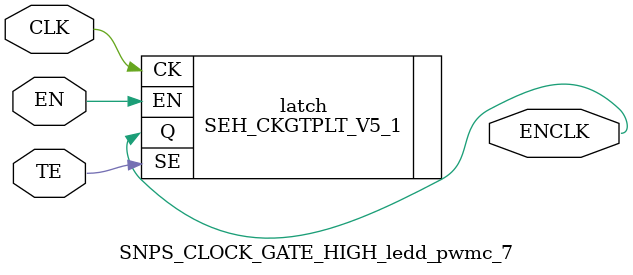
<source format=v>

module ledd_ip (pwm_out_r, pwm_out_g, pwm_out_b, ledd_on, ledd_rst_async, 
     ledd_clk, ledd_cs, ledd_den, ledd_adr, ledd_dat, ledd_exe, VDD, VSS);
  input ledd_rst_async, ledd_clk, ledd_cs, ledd_den, ledd_exe;
  output pwm_out_r, pwm_out_g, pwm_out_b, ledd_on;
  inout VDD, VSS;
  input [3:0] ledd_adr;
  input [7:0] ledd_dat;
  wire [7:0] leddcr0;
  wire [7:0] leddbr;
  wire [7:0] leddonr;
  wire [7:0] leddofr;
  wire [7:0] leddpwrr;
  wire [7:0] leddpwgr;
  wire [7:0] leddpwbr;
  wire \leddbcrr[0] , \leddbcrr[1] , \leddbcrr[2] , \leddbcrr[3] , 
     \leddbcrr[5] , \leddbcrr[6] , \leddbcrr[7] , \leddbcfr[0] , \leddbcfr[1] , 
     \leddbcfr[2] , \leddbcfr[3] , \leddbcfr[5] , \leddbcfr[6] , \leddbcfr[7] , 
     ledd_sci_inst_wena_leddpwbr, ledd_sci_inst_wena_leddpwgr, 
     ledd_sci_inst_wena_leddpwrr, ledd_sci_inst_wena_leddofr, 
     ledd_sci_inst_wena_leddonr, ledd_sci_inst_wena_leddbr, 
     ledd_sci_inst_wena_leddcr0, n1, n11, n12, n13, n14, n15, n16, n17, n18, 
     n19, n20, n21, n22, n23, n24, n25, n26, n27, n28, n29, n30, n31, n32, n33, 
     n34, n35, n36, n37, n38, n39, n40, n41, n42, n43, leddcr0_6_1, leddcr0_6_2, 
     ledd_dat_7_1, ledd_dat_6_1, ledd_dat_5_1, ledd_dat_4_1, ledd_dat_3_1, 
     ledd_dat_2_1, ledd_dat_1_1, ledd_dat_0_1, ledd_clk_1, ledd_clk_2, 
     ledd_clk_3, ledd_clk_4;
  SEH_MUX2_G_1 \ledd_sci_inst/leddbcfr_reg[6]/U5  (.D0(ledd_dat_6_1), 
     .D1(\leddbcfr[6] ), .S(n37), .X(n17));
  SEH_DCAP8 standard_decap_78 ();
  SEH_DCAP4 standard_decap_40 ();
  SEH_DCAP8 standard_decap_43 ();
  SEH_DCAP8 standard_decap_34 ();
  SEH_NR3_1 U28 (.A1(n30), .A2(n29), .A3(n27), .X(ledd_sci_inst_wena_leddofr));
  SEH_DCAP8 standard_decap_38 ();
  SEH_DCAP8 standard_decap_41 ();
  SEH_MUX2_G_1 \ledd_sci_inst/leddbcfr_reg[5]/U5  (.D0(ledd_dat_5_1), 
     .D1(\leddbcfr[5] ), .S(n37), .X(n16));
  SEH_DCAP4 standard_decap_35 ();
  SEH_MUX2_G_1 \ledd_sci_inst/leddbcrr_reg[6]/U5  (.D0(ledd_dat_6_1), 
     .D1(\leddbcrr[6] ), .S(n38), .X(n24));
  SEH_DCAP8 standard_decap_27 ();
  SEH_NR3_1 U27 (.A1(ledd_adr[1]), .A2(ledd_adr[0]), .A3(n27), 
     .X(ledd_sci_inst_wena_leddcr0));
  SEH_AN4B_1 U39 (.A(ledd_adr[3]), .B1(ledd_cs), .B2(ledd_den), .B3(ledd_adr[2]), 
     .X(n26));
  SEH_DCAP8 standard_decap_21 ();
  SEH_ND2_S_1 U34 (.A1(n29), .A2(ledd_adr[1]), .X(n31));
  SEH_MUX2_G_1 \ledd_sci_inst/leddbcrr_reg[7]/U5  (.D0(ledd_dat_7_1), 
     .D1(\leddbcrr[7] ), .S(n38), .X(n25));
  SEH_MUX2_G_1 \ledd_sci_inst/leddbcfr_reg[1]/U5  (.D0(ledd_dat_1_1), 
     .D1(\leddbcfr[1] ), .S(n37), .X(n13));
  SEH_DCAP8 standard_decap_26 ();
  SEH_INV_S_1 U37 (.A(ledd_adr[0]), .X(n29));
  SEH_DCAP4 standard_decap_7 ();
  SEH_MUX2_G_1 \ledd_sci_inst/leddbcrr_reg[5]/U5  (.D0(ledd_dat_5_1), 
     .D1(\leddbcrr[5] ), .S(n38), .X(n23));
  SEH_DCAP8 standard_decap_19 ();
  SEH_ND2_S_1 U35 (.A1(n30), .A2(ledd_adr[0]), .X(n33));
  SEH_NR2_T_1 U24 (.A1(n31), .A2(n32), .X(ledd_sci_inst_wena_leddpwgr));
  SEH_NR3_2 U29 (.A1(n30), .A2(n29), .A3(n32), .X(ledd_sci_inst_wena_leddpwbr));
  SEH_INV_S_1 U36 (.A(ledd_adr[1]), .X(n30));
  SEH_MUX2_G_1 \ledd_sci_inst/leddbcrr_reg[1]/U5  (.D0(ledd_dat_1_1), 
     .D1(\leddbcrr[1] ), .S(n38), .X(n20));
  SEH_BUF_2 ledd_clk_L1 (.A(ledd_clk_3), .X(ledd_clk_2));
  SEH_NR2_1 U25 (.A1(n31), .A2(n27), .X(ledd_sci_inst_wena_leddonr));
  SEH_MUX2_G_1 \ledd_sci_inst/leddbcrr_reg[3]/U5  (.D0(ledd_dat_3_1), 
     .D1(\leddbcrr[3] ), .S(n38), .X(n22));
  SEH_ND2B_1 U33 (.A(ledd_adr[3]), .B(n28), .X(n32));
  SEH_NR2_1 U26 (.A1(n33), .A2(n27), .X(ledd_sci_inst_wena_leddbr));
  SEH_DCAP8 standard_decap_6 ();
  SEH_NR2_1 U23 (.A1(n33), .A2(n32), .X(ledd_sci_inst_wena_leddpwrr));
  SEH_AN3B_1 U20 (.A(ledd_adr[2]), .B1(ledd_den), .B2(ledd_cs), .X(n28));
  SEH_ND2_S_1 U32 (.A1(ledd_adr[3]), .A2(n28), .X(n27));
  SEH_TIE0_G_1 U38 (.X(n43));
  SEH_DCAP4 standard_decap ();
  SEH_MUX2_G_1 \ledd_sci_inst/leddbcfr_reg[2]/U5  (.D0(ledd_dat_2_1), 
     .D1(\leddbcfr[2] ), .S(n37), .X(n14));
  ledd_ctrl ledd_ctrl_inst (.pwm_out_r(pwm_out_r), .pwm_out_g(pwm_out_g), 
     .pwm_out_b(pwm_out_b), .ledd_on(ledd_on), .ledd_rst_async(ledd_rst_async), 
     .ledd_clk(ledd_clk), .ledd_exe(ledd_exe), .leddcr0({leddcr0[7], 
     leddcr0_6_2, leddcr0[5], leddcr0[4], leddcr0[3], leddcr0[2], leddcr0[1], 
     leddcr0[0]}), .leddbr(leddbr), .leddonr(leddonr), .leddofr(leddofr), 
     .leddbcrr({\leddbcrr[7] , \leddbcrr[6] , \leddbcrr[5] , n43, \leddbcrr[3] , 
     \leddbcrr[2] , \leddbcrr[1] , \leddbcrr[0] }), .leddbcfr({\leddbcfr[7] , 
     \leddbcfr[6] , \leddbcfr[5] , n43, \leddbcfr[3] , \leddbcfr[2] , 
     \leddbcfr[1] , \leddbcfr[0] }), .leddpwrr(leddpwrr), .leddpwgr(leddpwgr), 
     .leddpwbr(leddpwbr), .ledd_clk_1(ledd_clk_1), .ledd_clk_3(ledd_clk_3), 
     .ledd_clk_4(ledd_clk_4));
  SEH_DCAP8 standard_decap_25 ();
  SEH_MUX2_G_1 \ledd_sci_inst/leddbcrr_reg[2]/U5  (.D0(ledd_dat_2_1), 
     .D1(\leddbcrr[2] ), .S(n38), .X(n21));
  SEH_ND2B_2 U30 (.A(n33), .B(n26), .X(n38));
  SEH_INV_S_5 U22 (.A(ledd_rst_async), .X(n1));
  SEH_DCAP4 standard_decap_15 ();
  SEH_DCAP8 standard_decap_16 ();
  SEH_DCAP8 standard_decap_99 ();
  SEH_DCAP8 standard_decap_98 ();
  SEH_DCAP8 standard_decap_97 ();
  SEH_DCAP8 standard_decap_93 ();
  SEH_DCAP8 standard_decap_102 ();
  SEH_DCAP8 standard_decap_91 ();
  SEH_MUX2_G_1 \ledd_sci_inst/leddbcfr_reg[3]/U5  (.D0(ledd_dat_3_1), 
     .D1(\leddbcfr[3] ), .S(n37), .X(n15));
  SEH_DCAP8 standard_decap_96 ();
  SEH_DCAP8 standard_decap_85 ();
  SEH_DCAP4 standard_decap_90 ();
  SEH_DCAP4 standard_decap_84 ();
  SEH_DCAP8 standard_decap_82 ();
  SEH_BUF_6 ledd_clk_L1_1 (.A(ledd_clk), .X(ledd_clk_4));
  SEH_DCAP8 standard_decap_95 ();
  SEH_DCAP8 standard_decap_20 ();
  SNPS_CLOCK_GATE_HIGH_ledd_sci_14 \clk_gate_ledd_sci_inst/leddpwgr_reg  (
     .CLK(ledd_clk_4), .EN(ledd_sci_inst_wena_leddpwgr), .ENCLK(n35), .TE(n43));
  SEH_INV_S_6 U21 (.A(ledd_rst_async), .X(n11));
  SEH_MUX2_G_1 \ledd_sci_inst/leddbcfr_reg[0]/U5  (.D0(ledd_dat_0_1), 
     .D1(\leddbcfr[0] ), .S(n37), .X(n12));
  SEH_DCAP8 standard_decap_71 ();
  SEH_DCAP8 standard_decap_87 ();
  SEH_DCAP8 standard_decap_88 ();
  SEH_DCAP8 standard_decap_68 ();
  SEH_DCAP4 standard_decap_67 ();
  SEH_DCAP8 standard_decap_60 ();
  SEH_INV_S_4 BW2_INV1574 (.A(leddcr0_6_1), .X(leddcr0_6_2));
  SEH_DCAP8 standard_decap_66 ();
  SEH_DCAP4 standard_decap_59 ();
  SEH_DCAP8 standard_decap_46 ();
  SEH_DCAP8 standard_decap_74 ();
  SEH_DCAP8 standard_decap_37 ();
  SEH_DCAP8 standard_decap_72 ();
  SEH_BUF_S_32 ledd_clk_L0 (.A(ledd_clk_2), .X(ledd_clk_1));
  SEH_DCAP4 standard_decap_75 ();
  SEH_DCAP4 standard_decap_44 ();
  SNPS_CLOCK_GATE_HIGH_ledd_sci_15 \clk_gate_ledd_sci_inst/leddpwbr_reg  (
     .CLK(ledd_clk_4), .EN(ledd_sci_inst_wena_leddpwbr), .ENCLK(n34), .TE(n43));
  SEH_DCAP8 standard_decap_47 ();
  SEH_DCAP8 standard_decap_51 ();
  SEH_MUX2_G_1 \ledd_sci_inst/leddbcrr_reg[0]/U5  (.D0(ledd_dat_0_1), 
     .D1(\leddbcrr[0] ), .S(n38), .X(n19));
  SEH_DCAP8 standard_decap_30 ();
  SEH_DCAP4 standard_decap_42 ();
  SNPS_CLOCK_GATE_HIGH_ledd_sci_10 \clk_gate_ledd_sci_inst/leddbr_reg  (
     .CLK(ledd_clk_4), .EN(ledd_sci_inst_wena_leddbr), .ENCLK(n41), .TE(n43));
  SEH_DCAP4 standard_decap_73 ();
  SEH_DCAP4 standard_decap_58 ();
  SEH_ND2B_2 U31 (.A(n31), .B(n26), .X(n37));
  SEH_DCAP8 standard_decap_52 ();
  SEH_BUF_3 BW2_BUF5 (.A(ledd_dat[0]), .X(ledd_dat_0_1));
  SEH_DCAP8 standard_decap_65 ();
  SEH_DCAP4 standard_decap_62 ();
  SEH_DCAP8 standard_decap_63 ();
  SEH_DCAP4 standard_decap_57 ();
  SEH_DCAP4 standard_decap_69 ();
  SEH_DCAP8 standard_decap_77 ();
  SEH_DCAP8 standard_decap_31 ();
  SEH_BUF_S_2 BW2_BUF12 (.A(ledd_dat[7]), .X(ledd_dat_7_1));
  SEH_DCAP8 standard_decap_10 ();
  SEH_DCAP8 standard_decap_4 ();
  SEH_DCAP4 standard_decap_1 ();
  SEH_DCAP8 standard_decap_23 ();
  SEH_DCAP4 standard_decap_24 ();
  SEH_DCAP8 standard_decap_28 ();
  SEH_DCAP8 standard_decap_5 ();
  SEH_DCAP4 standard_decap_18 ();
  SEH_DCAP8 standard_decap_14 ();
  SEH_DCAP8 standard_decap_3 ();
  SEH_BUF_3 BW2_BUF9 (.A(ledd_dat[4]), .X(ledd_dat_4_1));
  SEH_BUF_S_2 BW2_BUF11 (.A(ledd_dat[6]), .X(ledd_dat_6_1));
  SEH_DCAP8 standard_decap_17 ();
  SEH_BUF_S_2 BW2_BUF7 (.A(ledd_dat[2]), .X(ledd_dat_2_1));
  SEH_DCAP8 standard_decap_22 ();
  SEH_DCAP8 standard_decap_12 ();
  SEH_DCAP4 standard_decap_32 ();
  SEH_DCAP8 standard_decap_39 ();
  SEH_DCAP8 standard_decap_45 ();
  SEH_DCAP8 standard_decap_9 ();
  SEH_BUF_S_2 BW2_BUF6 (.A(ledd_dat[1]), .X(ledd_dat_1_1));
  SEH_BUF_S_3 ledd_clk_L2 (.A(ledd_clk), .X(ledd_clk_3));
  SEH_DCAP8 standard_decap_11 ();
  SEH_DCAP4 standard_decap_8 ();
  SEH_DCAP8 standard_decap_13 ();
  SEH_BUF_S_2 BW2_BUF8 (.A(ledd_dat[3]), .X(ledd_dat_3_1));
  SEH_DCAP8 standard_decap_2 ();
  SEH_DCAP8 standard_decap_48 ();
  SEH_INV_S_1 BW2_INV19 (.A(leddcr0[6]), .X(leddcr0_6_1));
  SEH_DCAP4 standard_decap_50 ();
  SEH_DCAP8 standard_decap_33 ();
  SEH_DCAP8 standard_decap_49 ();
  SNPS_CLOCK_GATE_HIGH_ledd_sci_13 \clk_gate_ledd_sci_inst/leddpwrr_reg  (
     .CLK(ledd_clk_4), .EN(ledd_sci_inst_wena_leddpwrr), .ENCLK(n36), .TE(n43));
  SNPS_CLOCK_GATE_HIGH_ledd_sci_12 \clk_gate_ledd_sci_inst/leddofr_reg  (
     .CLK(ledd_clk_3), .EN(ledd_sci_inst_wena_leddofr), .ENCLK(n39), .TE(n43));
  SEH_DCAP8 standard_decap_36 ();
  SEH_DCAP8 standard_decap_56 ();
  SEH_DCAP8 standard_decap_55 ();
  SEH_DCAP4 standard_decap_61 ();
  SEH_DCAP8 standard_decap_92 ();
  SEH_DCAP8 standard_decap_64 ();
  SEH_DCAP8 standard_decap_80 ();
  SEH_DCAP8 standard_decap_101 ();
  SEH_DCAP4 standard_decap_79 ();
  SEH_DCAP8 standard_decap_86 ();
  SEH_DCAP8 standard_decap_94 ();
  SEH_DCAP8 standard_decap_100 ();
  SEH_DCAP8 standard_decap_83 ();
  SEH_DCAP4 standard_decap_81 ();
  SEH_DCAP4 standard_decap_89 ();
  SEH_DCAP8 standard_decap_53 ();
  SEH_DCAP8 standard_decap_54 ();
  SNPS_CLOCK_GATE_HIGH_ledd_sci_11 \clk_gate_ledd_sci_inst/leddonr_reg  (
     .CLK(ledd_clk_3), .EN(ledd_sci_inst_wena_leddonr), .ENCLK(n40), .TE(n43));
  SNPS_CLOCK_GATE_HIGH_ledd_sci_9 \clk_gate_ledd_sci_inst/leddcr0_reg  (
     .CLK(ledd_clk_3), .EN(ledd_sci_inst_wena_leddcr0), .ENCLK(n42), .TE(n43));
  SEH_DCAP8 standard_decap_70 ();
  SEH_DCAP4 standard_decap_76 ();
  SEH_MUX2_G_1 \ledd_sci_inst/leddbcfr_reg[7]/U5  (.D0(ledd_dat_7_1), 
     .D1(\leddbcfr[7] ), .S(n37), .X(n18));
  SEH_BUF_S_2 BW2_BUF10 (.A(ledd_dat[5]), .X(ledd_dat_5_1));
  SEH_DCAP4 standard_decap_29 ();
  SEH_FDPRBQ_1 \ledd_sci_inst/leddpwbr_reg[0]  (.CK(n34), .D(ledd_dat[0]), .Q(leddpwbr[0]), 
     .RD(n11));
  SEH_FDPRBQ_1 \ledd_sci_inst/leddpwbr_reg[1]  (.CK(n34), .D(ledd_dat_1_1), .Q(leddpwbr[1]), .RD(n11));
  SEH_FDPRBQ_1 \ledd_sci_inst/leddpwbr_reg[2]  (.CK(n34), 
     .D(ledd_dat_2_1), .Q(leddpwbr[2]), .RD(n11));
  SEH_FDPRBQ_1 \ledd_sci_inst/leddpwbr_reg[3]  (.CK(n34), .D(ledd_dat_3_1), 
     .Q(leddpwbr[3]), .RD(n11));
  SEH_FDPRBQ_1 \ledd_sci_inst/leddpwbr_reg[4]  (.CK(n34), .D(ledd_dat_4_1), .Q(leddpwbr[4]), 
     .RD(n11));
  SEH_FDPRBQ_1 \ledd_sci_inst/leddpwbr_reg[5]  (.CK(n34), .D(ledd_dat_5_1), .Q(leddpwbr[5]), .RD(n11));
  SEH_FDPRBQ_1 \ledd_sci_inst/leddpwbr_reg[6]  (.CK(n34), 
     .D(ledd_dat_6_1), .Q(leddpwbr[6]), .RD(n11));
  SEH_FDPRBQ_1 \ledd_sci_inst/leddpwbr_reg[7]  (.CK(n34), .D(ledd_dat_7_1), 
     .Q(leddpwbr[7]), .RD(n11));
  SEH_FDPRBQ_V2_3 \ledd_sci_inst/leddbr_reg[0]  (.CK(n41), .D(ledd_dat_0_1), .Q(leddbr[0]), 
     .RD(n1));
  SEH_FDPRBQ_V2_3 \ledd_sci_inst/leddbr_reg[1]  (.CK(n41), .D(ledd_dat_1_1), .Q(leddbr[1]), .RD(n1));
  SEH_FDPRBQ_V2_3 \ledd_sci_inst/leddbr_reg[2]  (.CK(n41), 
     .D(ledd_dat_2_1), .Q(leddbr[2]), .RD(n1));
  SEH_FDPRBQ_V2_3 \ledd_sci_inst/leddbr_reg[3]  (.CK(n41), .D(ledd_dat_3_1), 
     .Q(leddbr[3]), .RD(n1));
  SEH_FDPRBQ_1 \ledd_sci_inst/leddbr_reg[4]  (.CK(n41), .D(ledd_dat_4_1), .Q(leddbr[4]), .RD(n11));
  SEH_FDPRBQ_V2_3 \ledd_sci_inst/leddbr_reg[5]  (
     .CK(n41), .D(ledd_dat_5_1), .Q(leddbr[5]), .RD(n1));
  SEH_FDPRBQ_V2_3 \ledd_sci_inst/leddbr_reg[6]  (.CK(n41), 
     .D(ledd_dat_6_1), .Q(leddbr[6]), .RD(n1));
  SEH_FDPRBQ_V2_3 \ledd_sci_inst/leddbr_reg[7]  (.CK(n41), .D(ledd_dat_7_1), 
     .Q(leddbr[7]), .RD(n1));
  SEH_FDPRBQ_1 \ledd_sci_inst/leddcr0_reg[0]  (.CK(n42), .D(ledd_dat_0_1), .Q(leddcr0[0]), .RD(n1));
  SEH_FDPRBQ_1 \ledd_sci_inst/leddcr0_reg[1]  (
     .CK(n42), .D(ledd_dat_1_1), .Q(leddcr0[1]), .RD(n1));
  SEH_FDPRBQ_1 \ledd_sci_inst/leddcr0_reg[2]  (.CK(n42), 
     .D(ledd_dat_2_1), .Q(leddcr0[2]), .RD(n1));
  SEH_FDPRBQ_1 \ledd_sci_inst/leddcr0_reg[3]  (.CK(n42), .D(ledd_dat_3_1), 
     .Q(leddcr0[3]), .RD(n1));
  SEH_FDPRBQ_1 \ledd_sci_inst/leddcr0_reg[4]  (.CK(n42), .D(ledd_dat_4_1), .Q(leddcr0[4]), 
     .RD(n11));
  SEH_FDPRBQ_1 \ledd_sci_inst/leddcr0_reg[5]  (.CK(n42), .D(ledd_dat_5_1), .Q(leddcr0[5]), .RD(n1));
  SEH_FDPRBQ_1 \ledd_sci_inst/leddcr0_reg[6]  (.CK(n42), 
     .D(ledd_dat_6_1), .Q(leddcr0[6]), .RD(n1));
  SEH_FDPRBQ_V2_3 \ledd_sci_inst/leddcr0_reg[7]  (.CK(n42), .D(ledd_dat_7_1), 
     .Q(leddcr0[7]), .RD(n1));
  SEH_FDPRBQ_1 \ledd_sci_inst/leddbcrr_reg[0]  (.CK(ledd_clk_1), .D(n19), .Q(\leddbcrr[0] ), 
     .RD(n1));
  SEH_FDPRBQ_1 \ledd_sci_inst/leddbcrr_reg[1]  (.CK(ledd_clk_1), .D(n20), .Q(\leddbcrr[1] ), .RD(n1));
  SEH_FDPRBQ_1 \ledd_sci_inst/leddbcrr_reg[2]  (.CK(ledd_clk_1), 
     .D(n21), .Q(\leddbcrr[2] ), .RD(n1));
  SEH_FDPRBQ_1 \ledd_sci_inst/leddbcrr_reg[3]  (.CK(ledd_clk_1), .D(n22), 
     .Q(\leddbcrr[3] ), .RD(n1));
  SEH_FDPRBQ_1 \ledd_sci_inst/leddbcrr_reg[5]  (.CK(ledd_clk_1), .D(n23), .Q(\leddbcrr[5] ), 
     .RD(n1));
  SEH_FDPRBQ_1 \ledd_sci_inst/leddbcrr_reg[6]  (.CK(ledd_clk_1), .D(n24), .Q(\leddbcrr[6] ), .RD(n1));
  SEH_FDPRBQ_1 \ledd_sci_inst/leddbcrr_reg[7]  (.CK(ledd_clk_1), 
     .D(n25), .Q(\leddbcrr[7] ), .RD(n1));
  SEH_FDPRBQ_1 \ledd_sci_inst/leddofr_reg[0]  (.CK(n39), .D(ledd_dat_0_1), 
     .Q(leddofr[0]), .RD(n1));
  SEH_FDPRBQ_1 \ledd_sci_inst/leddofr_reg[1]  (.CK(n39), .D(ledd_dat_1_1), .Q(leddofr[1]), .RD(n1));
  SEH_FDPRBQ_1 \ledd_sci_inst/leddofr_reg[2]  (
     .CK(n39), .D(ledd_dat_2_1), .Q(leddofr[2]), .RD(n1));
  SEH_FDPRBQ_1 \ledd_sci_inst/leddofr_reg[3]  (.CK(n39), 
     .D(ledd_dat_3_1), .Q(leddofr[3]), .RD(n1));
  SEH_FDPRBQ_1 \ledd_sci_inst/leddofr_reg[4]  (.CK(n39), .D(ledd_dat_4_1), 
     .Q(leddofr[4]), .RD(n11));
  SEH_FDPRBQ_1 \ledd_sci_inst/leddofr_reg[5]  (.CK(n39), .D(ledd_dat_5_1), .Q(leddofr[5]), 
     .RD(n1));
  SEH_FDPRBQ_1 \ledd_sci_inst/leddofr_reg[6]  (.CK(n39), .D(ledd_dat_6_1), .Q(leddofr[6]), .RD(n1));
  SEH_FDPRBQ_1 \ledd_sci_inst/leddofr_reg[7]  (.CK(n39), 
     .D(ledd_dat_7_1), .Q(leddofr[7]), .RD(n1));
  SEH_FDPRBQ_1 \ledd_sci_inst/leddbcfr_reg[0]  (.CK(ledd_clk_1), .D(n12), 
     .Q(\leddbcfr[0] ), .RD(n1));
  SEH_FDPRBQ_1 \ledd_sci_inst/leddbcfr_reg[1]  (.CK(ledd_clk_1), .D(n13), .Q(\leddbcfr[1] ), 
     .RD(n1));
  SEH_FDPRBQ_1 \ledd_sci_inst/leddbcfr_reg[2]  (.CK(ledd_clk_1), .D(n14), .Q(\leddbcfr[2] ), .RD(n1));
  SEH_FDPRBQ_1 \ledd_sci_inst/leddbcfr_reg[3]  (.CK(ledd_clk_1), 
     .D(n15), .Q(\leddbcfr[3] ), .RD(n1));
  SEH_FDPRBQ_1 \ledd_sci_inst/leddbcfr_reg[5]  (.CK(ledd_clk_1), .D(n16), 
     .Q(\leddbcfr[5] ), .RD(n1));
  SEH_FDPRBQ_1 \ledd_sci_inst/leddbcfr_reg[6]  (.CK(ledd_clk_1), .D(n17), .Q(\leddbcfr[6] ), 
     .RD(n1));
  SEH_FDPRBQ_1 \ledd_sci_inst/leddbcfr_reg[7]  (.CK(ledd_clk_1), .D(n18), .Q(\leddbcfr[7] ), .RD(n1));
  SEH_FDPRBQ_1 \ledd_sci_inst/leddonr_reg[0]  (.CK(n40), 
     .D(ledd_dat_0_1), .Q(leddonr[0]), .RD(n1));
  SEH_FDPRBQ_1 \ledd_sci_inst/leddonr_reg[1]  (.CK(n40), .D(ledd_dat_1_1), 
     .Q(leddonr[1]), .RD(n1));
  SEH_FDPRBQ_1 \ledd_sci_inst/leddonr_reg[2]  (.CK(n40), .D(ledd_dat_2_1), .Q(leddonr[2]), 
     .RD(n11));
  SEH_FDPRBQ_1 \ledd_sci_inst/leddonr_reg[3]  (.CK(n40), .D(ledd_dat_3_1), .Q(leddonr[3]), .RD(n11));
  SEH_FDPRBQ_V2_3 \ledd_sci_inst/leddonr_reg[4]  (.CK(n40), 
     .D(ledd_dat_4_1), .Q(leddonr[4]), .RD(n11));
  SEH_FDPRBQ_1 \ledd_sci_inst/leddonr_reg[5]  (.CK(n40), .D(ledd_dat_5_1), 
     .Q(leddonr[5]), .RD(n11));
  SEH_FDPRBQ_1 \ledd_sci_inst/leddonr_reg[6]  (.CK(n40), .D(ledd_dat_6_1), .Q(leddonr[6]), 
     .RD(n11));
  SEH_FDPRBQ_1 \ledd_sci_inst/leddonr_reg[7]  (.CK(n40), .D(ledd_dat_7_1), .Q(leddonr[7]), .RD(n11));
  SEH_FDPRBQ_1 \ledd_sci_inst/leddpwrr_reg[0]  (.CK(n36), 
     .D(ledd_dat_0_1), .Q(leddpwrr[0]), .RD(n11));
  SEH_FDPRBQ_1 \ledd_sci_inst/leddpwrr_reg[1]  (.CK(n36), .D(ledd_dat_1_1), 
     .Q(leddpwrr[1]), .RD(n11));
  SEH_FDPRBQ_1 \ledd_sci_inst/leddpwrr_reg[2]  (.CK(n36), .D(ledd_dat_2_1), .Q(leddpwrr[2]), 
     .RD(n11));
  SEH_FDPRBQ_1 \ledd_sci_inst/leddpwrr_reg[3]  (.CK(n36), .D(ledd_dat_3_1), .Q(leddpwrr[3]), .RD(n11));
  SEH_FDPRBQ_1 \ledd_sci_inst/leddpwrr_reg[4]  (.CK(n36), 
     .D(ledd_dat_4_1), .Q(leddpwrr[4]), .RD(n11));
  SEH_FDPRBQ_1 \ledd_sci_inst/leddpwrr_reg[5]  (.CK(n36), .D(ledd_dat_5_1), 
     .Q(leddpwrr[5]), .RD(n11));
  SEH_FDPRBQ_1 \ledd_sci_inst/leddpwrr_reg[6]  (.CK(n36), .D(ledd_dat_6_1), .Q(leddpwrr[6]), 
     .RD(n11));
  SEH_FDPRBQ_1 \ledd_sci_inst/leddpwrr_reg[7]  (.CK(n36), .D(ledd_dat_7_1), .Q(leddpwrr[7]), .RD(n11));
  SEH_FDPRBQ_1 \ledd_sci_inst/leddpwgr_reg[0]  (.CK(n35), 
     .D(ledd_dat[0]), .Q(leddpwgr[0]), .RD(n11));
  SEH_FDPRBQ_1 \ledd_sci_inst/leddpwgr_reg[1]  (.CK(n35), .D(ledd_dat[1]), 
     .Q(leddpwgr[1]), .RD(n11));
  SEH_FDPRBQ_1 \ledd_sci_inst/leddpwgr_reg[2]  (.CK(n35), .D(ledd_dat_2_1), .Q(leddpwgr[2]), 
     .RD(n11));
  SEH_FDPRBQ_1 \ledd_sci_inst/leddpwgr_reg[3]  (.CK(n35), .D(ledd_dat[3]), .Q(leddpwgr[3]), .RD(n11));
  SEH_FDPRBQ_1 \ledd_sci_inst/leddpwgr_reg[4]  (.CK(n35), 
     .D(ledd_dat_4_1), .Q(leddpwgr[4]), .RD(n11));
  SEH_FDPRBQ_1 \ledd_sci_inst/leddpwgr_reg[5]  (.CK(n35), .D(ledd_dat_5_1), 
     .Q(leddpwgr[5]), .RD(n11));
  SEH_FDPRBQ_1 \ledd_sci_inst/leddpwgr_reg[6]  (.CK(n35), .D(ledd_dat_6_1), .Q(leddpwgr[6]), 
     .RD(n11));
  SEH_FDPRBQ_1 \ledd_sci_inst/leddpwgr_reg[7]  (.CK(n35), .D(ledd_dat_7_1), .Q(leddpwgr[7]), .RD(n11));
endmodule

// Entity:SNPS_CLOCK_GATE_HIGH_ledd_sci_10 Model:SNPS_CLOCK_GATE_HIGH_ledd_sci_10 Library:magma_checknetlist_lib
module SNPS_CLOCK_GATE_HIGH_ledd_sci_10 (CLK, EN, ENCLK, TE);
  input CLK, EN, TE;
  output ENCLK;
  SEH_CKGTPLT_V5_2 latch (.CK(CLK), .EN(EN), .Q(ENCLK), .SE(TE));
endmodule

// Entity:SNPS_CLOCK_GATE_HIGH_ledd_sci_11 Model:SNPS_CLOCK_GATE_HIGH_ledd_sci_11 Library:magma_checknetlist_lib
module SNPS_CLOCK_GATE_HIGH_ledd_sci_11 (CLK, EN, ENCLK, TE);
  input CLK, EN, TE;
  output ENCLK;
  SEH_CKGTPLT_V5_4 latch (.CK(CLK), .EN(EN), .Q(ENCLK), .SE(TE));
endmodule

// Entity:SNPS_CLOCK_GATE_HIGH_ledd_sci_12 Model:SNPS_CLOCK_GATE_HIGH_ledd_sci_12 Library:magma_checknetlist_lib
module SNPS_CLOCK_GATE_HIGH_ledd_sci_12 (CLK, EN, ENCLK, TE);
  input CLK, EN, TE;
  output ENCLK;
  SEH_CKGTPLT_V5_4 latch (.CK(CLK), .EN(EN), .Q(ENCLK), .SE(TE));
endmodule

// Entity:SNPS_CLOCK_GATE_HIGH_ledd_sci_13 Model:SNPS_CLOCK_GATE_HIGH_ledd_sci_13 Library:magma_checknetlist_lib
module SNPS_CLOCK_GATE_HIGH_ledd_sci_13 (CLK, EN, ENCLK, TE);
  input CLK, EN, TE;
  output ENCLK;
  SEH_CKGTPLT_V5_2 latch (.CK(CLK), .EN(EN), .Q(ENCLK), .SE(TE));
endmodule

// Entity:SNPS_CLOCK_GATE_HIGH_ledd_sci_14 Model:SNPS_CLOCK_GATE_HIGH_ledd_sci_14 Library:magma_checknetlist_lib
module SNPS_CLOCK_GATE_HIGH_ledd_sci_14 (CLK, EN, ENCLK, TE);
  input CLK, EN, TE;
  output ENCLK;
  SEH_CKGTPLT_V5_2 latch (.CK(CLK), .EN(EN), .Q(ENCLK), .SE(TE));
endmodule

// Entity:SNPS_CLOCK_GATE_HIGH_ledd_sci_15 Model:SNPS_CLOCK_GATE_HIGH_ledd_sci_15 Library:magma_checknetlist_lib
module SNPS_CLOCK_GATE_HIGH_ledd_sci_15 (CLK, EN, ENCLK, TE);
  input CLK, EN, TE;
  output ENCLK;
  SEH_CKGTPLT_V5_2 latch (.CK(CLK), .EN(EN), .Q(ENCLK), .SE(TE));
endmodule

// Entity:SNPS_CLOCK_GATE_HIGH_ledd_sci_9 Model:SNPS_CLOCK_GATE_HIGH_ledd_sci_9 Library:magma_checknetlist_lib
module SNPS_CLOCK_GATE_HIGH_ledd_sci_9 (CLK, EN, ENCLK, TE);
  input CLK, EN, TE;
  output ENCLK;
  SEH_CKGTPLT_V5_6 latch (.CK(CLK), .EN(EN), .Q(ENCLK), .SE(TE));
endmodule

// Entity:ledd_ctrl Model:ledd_ctrl Library:magma_checknetlist_lib
module ledd_ctrl (pwm_out_r, pwm_out_g, pwm_out_b, ledd_on, ledd_rst_async, 
     ledd_clk, ledd_exe, leddcr0, leddbr, leddonr, leddofr, leddbcrr, leddbcfr, 
     leddpwrr, leddpwgr, leddpwbr, ledd_clk_1, ledd_clk_3, ledd_clk_4);
  input ledd_rst_async, ledd_clk, ledd_exe, ledd_clk_1, ledd_clk_3, ledd_clk_4;
  output pwm_out_r, pwm_out_g, pwm_out_b, ledd_on;
  input [7:0] leddcr0;
  input [7:0] leddbr;
  input [7:0] leddonr;
  input [7:0] leddofr;
  input [7:0] leddbcrr;
  input [7:0] leddbcfr;
  input [7:0] leddpwrr;
  input [7:0] leddpwgr;
  input [7:0] leddpwbr;
  wire [3:0] state;
  wire [9:0] ledd_pscnt;
  wire [2:0] ledd_exe_sense;
  wire [7:0] ledd_pwmcnt;
  wire [3:0] next_state;
  wire [19:0] time_cnt;
  wire [8:0] t_mult;
  wire [3:0] mult_cnt;
  wire [7:0] skew_delay_g;
  wire [15:0] skew_delay_b;
  wire n910, n911, n912, n913, n4510, n4810, n7110, n7210, n7310, n7410, n7510, 
     n7610, n7710, n7810, n7910, n8010, ledd_ps32k, n920, n1200, n1210, n1220, 
     n1230, n1240, n1250, n1260, n1270, n2510, n2520, n2530, n2540, n2550, 
     n2560, n2570, n2580, n2590, n2600, n2610, n2620, n2630, n2640, n2650, 
     n2660, n2670, n2680, n2690, n2700, n2710, n3380, n3390, n3400, n3410, 
     ledd_pwm_out_r, ledd_pwm_out_g, ledd_pwm_out_b, n3440, n3540, n3550, 
     ledd_on_int, alt14_n129, net929, net932, net935, net938, net941, net944, 
     net947, net950, net953, pwmc_r_n118, pwmc_r_n104, pwmc_r_n103, pwmc_r_n102, 
     pwmc_r_n101, pwmc_r_n100, pwmc_r_n99, pwmc_r_n98, pwmc_r_n97, pwmc_r_n96, 
     pwmc_r_n95, pwmc_r_n94, pwmc_r_n93, pwmc_r_n92, pwmc_r_n91, pwmc_r_n90, 
     pwmc_r_n89, pwmc_r_n88, pwmc_r_n75, pwmc_r_n74, pwmc_r_n73, pwmc_r_n72, 
     pwmc_r_n71, pwmc_r_n70, pwmc_r_n69, pwmc_r_n68, pwmc_r_n67, pwmc_r_n66, 
     pwmc_r_n65, pwmc_r_n64, pwmc_r_n63, pwmc_r_n62, pwmc_r_n61, pwmc_r_n60, 
     pwmc_r_n59, pwmc_r_n22, \pwmc_r_step[0] , \pwmc_r_step[1] , 
     \pwmc_r_step[2] , \pwmc_r_step[3] , \pwmc_r_step[4] , \pwmc_r_step[5] , 
     \pwmc_r_step[6] , \pwmc_r_step[7] , \pwmc_r_step[8] , \pwmc_r_step[9] , 
     \pwmc_r_step[10] , \pwmc_r_step[11] , \pwmc_r_step[12] , \pwmc_r_step[13] , 
     \pwmc_r_step[14] , \pwmc_r_step[15] , \pwmc_r_accum[0] , \pwmc_r_accum[1] , 
     \pwmc_r_accum[2] , \pwmc_r_accum[3] , \pwmc_r_accum[4] , \pwmc_r_accum[5] , 
     \pwmc_r_accum[6] , \pwmc_r_accum[7] , \pwmc_r_accum[8] , \pwmc_r_accum[9] , 
     \pwmc_r_accum[10] , \pwmc_r_accum[11] , \pwmc_r_accum[12] , 
     \pwmc_r_accum[13] , \pwmc_r_accum[14] , \pwmc_r_accum[15] , 
     \pwmc_r_accum[16] , pwmc_g_n118, pwmc_g_n104, pwmc_g_n103, pwmc_g_n102, 
     pwmc_g_n101, pwmc_g_n100, pwmc_g_n99, pwmc_g_n98, pwmc_g_n97, pwmc_g_n96, 
     pwmc_g_n95, pwmc_g_n94, pwmc_g_n93, pwmc_g_n92, pwmc_g_n91, pwmc_g_n90, 
     pwmc_g_n89, pwmc_g_n75, pwmc_g_n74, pwmc_g_n73, pwmc_g_n72, pwmc_g_n71, 
     pwmc_g_n70, pwmc_g_n69, pwmc_g_n68, pwmc_g_n67, pwmc_g_n66, pwmc_g_n65, 
     pwmc_g_n64, pwmc_g_n63, pwmc_g_n62, pwmc_g_n61, pwmc_g_n60, pwmc_g_n59, 
     \pwmc_g_step[0] , \pwmc_g_step[1] , \pwmc_g_step[2] , \pwmc_g_step[3] , 
     \pwmc_g_step[4] , \pwmc_g_step[5] , \pwmc_g_step[6] , \pwmc_g_step[7] , 
     \pwmc_g_step[8] , \pwmc_g_step[9] , \pwmc_g_step[10] , \pwmc_g_step[11] , 
     \pwmc_g_step[12] , \pwmc_g_step[13] , \pwmc_g_step[14] , \pwmc_g_step[15] , 
     \pwmc_g_accum[0] , \pwmc_g_accum[1] , \pwmc_g_accum[2] , \pwmc_g_accum[3] , 
     \pwmc_g_accum[4] , \pwmc_g_accum[5] , \pwmc_g_accum[6] , \pwmc_g_accum[7] , 
     \pwmc_g_accum[8] , \pwmc_g_accum[9] , \pwmc_g_accum[10] , 
     \pwmc_g_accum[11] , \pwmc_g_accum[12] , \pwmc_g_accum[13] , 
     \pwmc_g_accum[14] , \pwmc_g_accum[15] , \pwmc_g_accum[16] , pwmc_b_net979, 
     pwmc_b_n118, pwmc_b_n104, pwmc_b_n103, pwmc_b_n102, pwmc_b_n101, 
     pwmc_b_n100, pwmc_b_n99, pwmc_b_n98, pwmc_b_n97, pwmc_b_n96, pwmc_b_n95, 
     pwmc_b_n94, pwmc_b_n93, pwmc_b_n92, pwmc_b_n91, pwmc_b_n90, pwmc_b_n89, 
     pwmc_b_n75, pwmc_b_n74, pwmc_b_n73, pwmc_b_n72, pwmc_b_n71, pwmc_b_n70, 
     pwmc_b_n69, pwmc_b_n68, pwmc_b_n67, pwmc_b_n66, pwmc_b_n65, pwmc_b_n64, 
     pwmc_b_n63, pwmc_b_n62, pwmc_b_n61, pwmc_b_n60, pwmc_b_n59, 
     \pwmc_b_step[0] , \pwmc_b_step[1] , \pwmc_b_step[2] , \pwmc_b_step[3] , 
     \pwmc_b_step[4] , \pwmc_b_step[5] , \pwmc_b_step[6] , \pwmc_b_step[7] , 
     \pwmc_b_step[8] , \pwmc_b_step[9] , \pwmc_b_step[10] , \pwmc_b_step[11] , 
     \pwmc_b_step[12] , \pwmc_b_step[13] , \pwmc_b_step[14] , \pwmc_b_step[15] , 
     \pwmc_b_accum[0] , \pwmc_b_accum[1] , \pwmc_b_accum[2] , \pwmc_b_accum[3] , 
     \pwmc_b_accum[4] , \pwmc_b_accum[5] , \pwmc_b_accum[6] , \pwmc_b_accum[7] , 
     \pwmc_b_accum[8] , \pwmc_b_accum[9] , \pwmc_b_accum[10] , 
     \pwmc_b_accum[11] , \pwmc_b_accum[12] , \pwmc_b_accum[13] , 
     \pwmc_b_accum[14] , \pwmc_b_accum[15] , \pwmc_b_accum[16] , n1, n292, n2, 
     n3, n4, n5, n6, n7, n8, n9, n10, n11, n12, n13, n14, n15, n16, n17, n18, 
     n19, n20, n21, n22, n23, n24, n25, n26, n27, n28, n29, n30, n31, n32, n33, 
     n34, n35, n36, n37, n38, n39, n40, n41, n42, n43, n44, n45, n46, n47, n48, 
     n49, n50, n51, n52, n53, n54, n55, n56, n57, n58, n59, n60, n61, n62, n63, 
     n64, n65, n66, n67, n68, n69, n70, n71, n72, n73, n74, n75, n76, n77, n78, 
     n79, n80, n81, n82, n83, n84, n85, n86, n87, n88, n89, n90, n91, n92, n93, 
     n94, n95, n96, n97, n98, n99, n100, n101, n102, n103, n104, n105, n106, 
     n107, n108, n109, n110, n111, n112, n113, n114, n115, n116, n117, n118, 
     n119, n120, n121, n122, n123, n124, n125, n126, n127, n128, n129, n130, 
     n131, n132, n133, n134, n135, n136, n137, n138, n139, n140, n141, n142, 
     n143, n144, n145, n146, n148, n149, n150, n152, n154, n156, n160, n161, 
     n162, n163, n165, n166, n167, n169, n170, n171, n172, n173, n174, n175, 
     n176, n177, n178, n179, n180, n181, n182, n183, n184, n185, n186, n187, 
     n188, n189, n190, n191, n192, n193, n194, n195, n196, n197, n198, n199, 
     n200, n201, n202, n203, n204, n205, n206, n207, n208, n209, n210, n211, 
     n212, n213, n214, n215, n216, n217, n218, n219, n220, n221, n222, n223, 
     n224, n225, n226, n227, n228, n229, n230, n231, n232, n233, n234, n235, 
     n236, n237, n238, n239, n240, n241, n242, n243, n244, n245, n246, n247, 
     n248, n249, n250, n251, n252, n253, n254, n255, n256, n257, n258, n259, 
     n260, n261, n262, n263, n264, n265, n266, n267, n268, n269, n270, n271, 
     n272, n273, n274, n275, n276, n277, n278, n279, n280, n281, n282, n283, 
     n284, n286, n287, n288, n289, n290, n291, n293, n294, n295, n296, n297, 
     n298, n299, n300, n301, n302, n303, n304, n305, n306, n307, n308, n309, 
     n310, n311, n312, n313, n314, n315, n316, n317, n318, n319, n320, n321, 
     n322, n323, n324, n325, n326, n327, n328, n329, n330, n331, n332, n333, 
     n334, n335, n336, n337, n338, n339, n340, n341, n342, n343, n344, n345, 
     n346, n347, n348, n349, n350, n351, n352, n353, n354, n355, n356, n357, 
     n358, n359, n360, n361, n362, n363, n364, n365, n366, n367, n368, n369, 
     n370, n371, n372, n373, n374, n375, n376, n377, n378, n379, n380, n381, 
     n382, n383, n384, n385, n386, n387, n388, n389, n390, n391, n392, n393, 
     n394, n395, n396, n397, n398, n399, n400, n401, n402, n403, n404, n405, 
     n406, n407, n408, n409, n410, n411, n412, n413, n414, n415, n416, n417, 
     n418, n419, n420, n421, n422, n423, n424, n425, n426, n427, n428, n429, 
     n430, n431, n432, n433, n434, n435, n436, n437, n438, n439, n440, n441, 
     n442, n443, n444, n445, n446, n447, n448, n449, n450, n451, n452, n453, 
     n454, n455, n456, n457, n458, n459, n460, n461, n462, n463, n464, n466, 
     n467, n468, n469, n470, n471, n472, n473, n474, n475, n476, n477, n478, 
     n479, n480, n481, n482, n483, n484, n485, n486, n487, n488, n489, n490, 
     n491, n492, n493, n494, n495, n496, n497, n498, n499, n500, n501, n502, 
     n503, n504, n505, n506, n507, n508, n509, n510, n511, n512, n513, n514, 
     n515, n516, n517, n518, n519, n520, n521, n522, n523, n524, n525, n526, 
     n527, n528, n529, n530, n531, n532, n533, n534, n535, n536, n537, n538, 
     n539, n540, n541, n542, n543, n544, n545, n546, n547, n548, n549, n550, 
     n551, n552, n553, n554, n555, n556, n557, n558, n559, n560, n561, n562, 
     n563, n564, n565, n566, n567, n568, n569, n570, n571, n572, n573, n574, 
     n575, n576, n577, n578, n579, n580, n581, n582, n583, n584, n585, n586, 
     n587, n588, n589, n590, n591, n592, n593, n594, n595, n596, n597, n598, 
     n599, n600, n601, n602, n603, n604, n605, n606, n607, n608, n609, n610, 
     n611, n612, n613, n614, n615, n616, n617, n618, n619, n620, n621, n622, 
     n623, n624, n625, n626, n627, n628, n629, n630, n631, n632, n633, n634, 
     n635, n636, n637, n638, n639, n640, n641, n642, n643, n644, n645, n646, 
     n647, n648, n649, n650, n651, n652, n653, n654, n655, n656, n657, n658, 
     n659, n660, n661, n662, n663, n664, n665, n666, n667, n668, n669, n670, 
     n671, n672, n673, n674, n675, n676, n677, n678, n679, n680, n681, n682, 
     n683, n684, n685, n686, n687, n688, n689, n690, n691, n692, n693, n694, 
     n695, n696, n697, n698, n699, n700, n701, n702, n703, n704, n705, n706, 
     n707, n708, n709, n710, n711, n712, n713, n714, n715, n716, n717, n718, 
     n719, n720, n721, n722, n723, n724, n725, n726, n727, n728, n729, n730, 
     n731, n732, n733, n734, n735, n736, n737, n738, n739, n740, n741, n742, 
     n743, n744, n745, n746, n747, n748, n749, n750, n751, n752, n753, n754, 
     n755, n756, n757, n758, n759, n760, n761, n762, n763, n764, n765, n766, 
     n767, n768, n769, n770, n771, n772, n773, n774, n775, n776, n777, n778, 
     n779, n780, n781, n782, n783, n784, n785, n786, n787, n788, n789, n790, 
     n791, n792, n793, n794, n795, n796, n797, n798, n799, n800, n801, n802, 
     n803, n804, n805, n806, n807, n808, n809, n810, n811, n812, n813, n814, 
     n815, n816, n817, n818, n819, n820, n821, n822, n823, n824, n825, n826, 
     n827, n828, n829, n830, n831, n832, n833, n834, n835, n836, n837, n838, 
     n839, n840, n841, n842, n843, n844, n845, n846, n847, n848, n849, n850, 
     n851, n852, n853, n854, n855, n856, n857, n858, n859, n860, n861, n862, 
     n863, n864, n865, n866, n867, n868, n869, n870, n871, n872, n873, n874, 
     n875, n876, n877, n878, n879, n880, n881, n882, n883, n884, n885, n886, 
     n887, n888, n889, n890, n891, n892, n893, n894, n895, n896, n897, n898, 
     n899, n900, n901, n903, n904, n905, n906, n907, n908, n909, n167_1, n147_2, 
     n149_1, n159_2, n158_2, n162_2, n164_2, n168_2, n168, n902, n158, n159, 
     n162_1, n147, n909_1, n908_1, pwmc_r_n118_1;
  SEH_NR2_1 U539 (.A1(n170), .A2(n768), .X(n175));
  SEH_AOI21B_1 U89 (.A1(n757), .A2(n54), .B(leddpwrr[7]), .X(n79));
  SEH_MAJI3_1 U84 (.A1(n67), .A2(n763), .A3(n73), .X(n74));
  SEH_ND2B_1 U910 (.A(n443), .B(ledd_pwmcnt[5]), .X(n440));
  SEH_OAI21_S_1 U304 (.A1(time_cnt[0]), .A2(n282), .B(n242), .X(n2520));
  SEH_MUX2_G_1 U708 (.D0(n698), .D1(n697), .S(n696), .X(n699));
  SEH_MAJI3_1 U1060 (.A1(n901), .A2(n859), .A3(n857), .X(n860));
  SEH_MUX2_G_1 U593 (.D0(n527), .D1(n526), .S(n525), .X(n528));
  SEH_NR2_1 U32 (.A1(ledd_pwmcnt[1]), .A2(n25), .X(n26));
  SEH_AN2_S_1 U34 (.A1(n25), .A2(ledd_pwmcnt[1]), .X(n28));
  SEH_OAI211_1 U997 (.A1(n868), .A2(n684), .B1(n683), .B2(n682), .X(pwmc_g_n70));
  SEH_OAI211_1 U994 (.A1(n868), .A2(n675), .B1(n674), .B2(n673), .X(pwmc_g_n69));
  SEH_OAI211_1 U1021 (.A1(n902), .A2(n743), .B1(n742), .B2(n893), .X(pwmc_g_n95));
  SEH_OAI22_S_1 U784 (.A1(n902), .A2(n747), .B1(n897), .B2(n746), .X(pwmc_g_n97));
  SEH_AOI22_1 U341 (.A1(n900), .A2(\pwmc_g_step[5] ), .B1(leddpwgr[6]), 
     .B2(n162_2), .X(n742));
  SEH_OAI211_1 U947 (.A1(n868), .A2(n555), .B1(n554), .B2(n553), .X(pwmc_b_n71));
  SEH_OA22_1 U953 (.A1(n158_2), .A2(n573), .B1(n159_2), .B2(n574), .X(n569));
  SEH_AOI22_1 U255 (.A1(n148), .A2(n668), .B1(n147_2), .B2(n669), .X(n664));
  SEH_OAI22_S_1 U781 (.A1(n902), .A2(n584), .B1(n897), .B2(n541), 
     .X(pwmc_b_n100));
  SEH_EN2_1 U521 (.A1(\pwmc_g_step[9] ), .A2(n741), .X(n662));
  SEH_INV_S_1 U730 (.A(\pwmc_g_step[7] ), .X(n746));
  SEH_OAI211_1 U1022 (.A1(n902), .A2(n745), .B1(n744), .B2(n893), .X(pwmc_g_n96));
  SEH_MAJI3_1 U989 (.A1(\pwmc_g_step[8] ), .A2(\pwmc_g_accum[8] ), .A3(n658), 
     .X(n661));
  SEH_AOI22_1 U322 (.A1(n900), .A2(\pwmc_g_step[4] ), .B1(leddpwgr[5]), 
     .B2(n162_2), .X(n740));
  SEH_INV_S_1 U649 (.A(leddpwgr[0]), .X(n667));
  SEH_MAJI3_1 U986 (.A1(\pwmc_g_accum[7] ), .A2(n746), .A3(n655), .X(n659));
  SEH_MAJI3_1 U952 (.A1(n614), .A2(\pwmc_b_step[13] ), .A3(n566), .X(n574));
  SEH_MAJI3_1 U990 (.A1(\pwmc_g_step[8] ), .A2(n659), .A3(n739), .X(n660));
  SEH_AN2_S_1 U221 (.A1(\pwmc_b_step[13] ), .A2(n900), .X(pwmc_b_n103));
  SEH_MAJI3_1 U951 (.A1(n565), .A2(\pwmc_b_accum[13] ), .A3(\pwmc_b_step[13] ), 
     .X(n573));
  SEH_MUX2_G_1 U648 (.D0(n664), .D1(n663), .S(n662), .X(n665));
  SEH_AOI22_1 U244 (.A1(n148), .A2(n573), .B1(n149_1), .B2(n574), .X(n568));
  SEH_INV_S_1 U728 (.A(n661), .X(n668));
  SEH_INV_S_1 U377 (.A(n856), .X(n802));
  SEH_INV_S_1 U623 (.A(n523), .X(n532));
  SEH_AOI22_1 U239 (.A1(n161), .A2(n531), .B1(n147_2), .B2(n532), .X(n527));
  SEH_OAI211_1 U934 (.A1(n802), .A2(n530), .B1(n519), .B2(n801), .X(pwmc_b_n67));
  SEH_AOI22_1 U316 (.A1(n900), .A2(\pwmc_b_step[3] ), .B1(leddpwbr[4]), 
     .B2(n162_2), .X(n604));
  SEH_AOI22_1 U288 (.A1(n161), .A2(n524), .B1(n147_2), .B2(n523), .X(n526));
  SEH_MAJI3_1 U1057 (.A1(n847), .A2(\pwmc_r_accum[13] ), .A3(\pwmc_r_step[13] ), 
     .X(n857));
  SEH_AOI22_1 U251 (.A1(n148), .A2(n847), .B1(n149_1), .B2(n848), .X(n843));
  SEH_EN2_1 U526 (.A1(n869), .A2(\pwmc_r_step[15] ), .X(n862));
  SEH_OA22_1 U301 (.A1(n158_2), .A2(n847), .B1(n159_2), .B2(n848), .X(n842));
  SEH_INV_S_1 U624 (.A(\pwmc_b_accum[8] ), .X(n605));
  SEH_MAJI3_1 U939 (.A1(n607), .A2(\pwmc_b_step[9] ), .A3(n532), .X(n540));
  SEH_MAJI3_1 U935 (.A1(\pwmc_b_step[8] ), .A2(\pwmc_b_accum[8] ), .A3(n521), 
     .X(n524));
  SEH_NR2_1 U452 (.A1(n897), .A2(n859), .X(pwmc_r_n104));
  SEH_INV_S_1 U654 (.A(\pwmc_r_step[14] ), .X(n859));
  SEH_AOI22_1 U318 (.A1(n900), .A2(\pwmc_b_step[4] ), .B1(leddpwbr[5]), 
     .B2(n162_2), .X(n606));
  SEH_OAI211_1 U59 (.A1(n802), .A2(n812), .B1(n801), .B2(n50), .X(pwmc_r_n67));
  SEH_MUX2_G_1 U664 (.D0(n851), .D1(n850), .S(n849), .X(n852));
  SEH_MAJI3_1 U1058 (.A1(n899), .A2(\pwmc_r_step[13] ), .A3(n848), .X(n858));
  SEH_OAI211_1 U967 (.A1(n164_2), .A2(n607), .B1(n606), .B2(n163), 
     .X(pwmc_b_n94));
  SEH_EN2_1 U530 (.A1(n899), .A2(\pwmc_r_step[13] ), .X(n841));
  SEH_OAI211_1 U966 (.A1(n164_2), .A2(n605), .B1(n604), .B2(n163), 
     .X(pwmc_b_n93));
  SEH_OAI22_S_1 U783 (.A1(n902), .A2(n869), .B1(n897), .B2(n823), 
     .X(pwmc_r_n100));
  SEH_OAI22_S_1 U13 (.A1(leddcr0[6]), .A2(\pwmc_g_accum[15] ), .B1(n169), 
     .B2(\pwmc_g_accum[16] ), .X(n7));
  SEH_AOAI211_1 U44 (.A1(n768), .A2(n27), .B(n26), .C(n30), .X(n39));
  SEH_MAJI3_1 U904 (.A1(n412), .A2(n564), .A3(n437), .X(n414));
  SEH_MUX2_G_1 U391 (.D0(n427), .D1(leddpwbr[3]), .S(n438), .X(n433));
  SEH_MAJI3_1 U68 (.A1(leddpwrr[7]), .A2(n57), .A3(n54), .X(n58));
  SEH_NR2_1 U78 (.A1(n763), .A2(n67), .X(n68));
  SEH_ND2_S_1 U399 (.A1(n174), .A2(n328), .X(n1210));
  SEH_AOI21_S_1 U804 (.A1(leddpwrr[7]), .A2(n856), .B(n855), .X(n866));
  SEH_ND2_S_1 U321 (.A1(leddpwbr[0]), .A2(n162_2), .X(n596));
  SEH_NR2_1 U453 (.A1(n897), .A2(n840), .X(pwmc_r_n102));
  SEH_INV_S_2 U749 (.A(n801), .X(n855));
  SEH_EN2_1 U523 (.A1(n901), .A2(\pwmc_r_step[14] ), .X(n849));
  SEH_MAJ3_1 U17 (.A1(leddpwgr[6]), .A2(n9), .A3(n10), .X(n11));
  SEH_EN2_1 U515 (.A1(n721), .A2(\pwmc_g_step[15] ), .X(n715));
  SEH_OAI211_1 U1008 (.A1(n868), .A2(n709), .B1(n708), .B2(n707), .X(pwmc_g_n73));
  SEH_INV_S_1 U709 (.A(\pwmc_g_accum[13] ), .X(n748));
  SEH_INV_S_1 U575 (.A(n188), .X(n191));
  SEH_OAI211_1 U1059 (.A1(n868), .A2(n854), .B1(n853), .B2(n852), .X(pwmc_r_n73));
  SEH_NR2_1 U225 (.A1(n249), .A2(n248), .X(n251));
  SEH_AOI211_1 U848 (.A1(n253), .A2(n252), .B1(n255), .B2(n282), .X(n2580));
  SEH_OAI211_1 U817 (.A1(n189), .A2(ledd_pwmcnt[6]), .B1(n188), .B2(n192), 
     .X(n190));
  SEH_AOI22_1 U290 (.A1(n148), .A2(n702), .B1(n147_2), .B2(n703), .X(n698));
  SEH_ND2_S_1 U38 (.A1(n24), .A2(n31), .X(n32));
  SEH_AOI21_S_1 U357 (.A1(n856), .A2(leddpwgr[5]), .B(n855), .X(n700));
  SEH_MUX2_G_1 U393 (.D0(n430), .D1(n538), .S(n438), .X(n432));
  SEH_NR4_1 U912 (.A1(n564), .A2(n555), .A3(n547), .A4(n538), .X(n453));
  SEH_MAJI3_1 U66 (.A1(n2), .A2(n854), .A3(n765), .X(n56));
  SEH_OA21B_1 U1025 (.A1(n837), .A2(n759), .B(n755), .X(n756));
  SEH_AOAI211_1 U380 (.A1(n448), .A2(n768), .B(n447), .C(n446), .X(n451));
  SEH_NR2_1 U388 (.A1(ledd_pwmcnt[1]), .A2(n432), .X(n447));
  SEH_NR2_S_1 U83 (.A1(n69), .A2(ledd_pwmcnt[2]), .X(n73));
  SEH_AN2_S_1 U80 (.A1(n69), .A2(ledd_pwmcnt[2]), .X(n70));
  SEH_NR2_S_1 U386 (.A1(n436), .A2(ledd_pwmcnt[2]), .X(n429));
  SEH_INV_S_1 U661 (.A(n713), .X(n722));
  SEH_AOI22_1 U286 (.A1(n148), .A2(n710), .B1(n147_2), .B2(n711), .X(n705));
  SEH_MAJI3_1 U959 (.A1(\pwmc_b_accum[15] ), .A2(n587), .A3(n586), .X(n589));
  SEH_AOI22_1 U253 (.A1(n161), .A2(n685), .B1(n149_1), .B2(n686), .X(n681));
  SEH_INV_S_1 U606 (.A(leddpwbr[6]), .X(n583));
  SEH_OA22_1 U308 (.A1(n158_2), .A2(n685), .B1(n159_2), .B2(n686), .X(n680));
  SEH_INV_S_3 U751 (.A(n876), .X(n868));
  SEH_MUX2_G_1 U392 (.D0(n428), .D1(n547), .S(n438), .X(n436));
  SEH_NR2B_1 U442 (.A(n408), .B(n407), .X(n410));
  SEH_AO22_1 U79 (.A1(n60), .A2(n760), .B1(n829), .B2(n59), .X(n69));
  SEH_AO21B_1 U902 (.A1(n410), .A2(n428), .B(n409), .X(n411));
  SEH_ND2_S_1 U471 (.A1(n555), .A2(n427), .X(n408));
  SEH_EN2_1 U516 (.A1(n749), .A2(\pwmc_g_step[14] ), .X(n704));
  SEH_AOI211_1 U908 (.A1(ledd_pwmcnt[2]), .A2(n436), .B1(n435), .B2(n434), 
     .X(n446));
  SEH_ND2B_S_1 U69 (.A(n58), .B(n757), .X(n59));
  SEH_NR2_1 U92 (.A1(ledd_pwmcnt[6]), .A2(n78), .X(n83));
  SEH_AOI222_2 U828 (.A1(n239), .A2(n347), .B1(n455), .B2(leddofr[2]), .C1(n214), 
     .C2(leddonr[2]), .X(n224));
  SEH_MAJI3_1 U16 (.A1(n3), .A2(n709), .A3(n628), .X(n10));
  SEH_AOI22_1 U180 (.A1(n148), .A2(n857), .B1(n149_1), .B2(n858), .X(n850));
  SEH_AOI21_S_1 U802 (.A1(leddpwbr[7]), .A2(n856), .B(n855), .X(n582));
  SEH_NR2_1 U29 (.A1(n21), .A2(ledd_pwmcnt[2]), .X(n23));
  SEH_AOI211_1 U36 (.A1(ledd_pwmcnt[2]), .A2(n21), .B1(n28), .B2(n29), .X(n30));
  SEH_AOAI211_1 U47 (.A1(n24), .A2(n39), .B(n20), .C(n40), .X(n41));
  SEH_INV_S_1 U711 (.A(leddpwgr[4]), .X(n701));
  SEH_MAJI3_1 U87 (.A1(n61), .A2(n76), .A3(ledd_pwmcnt[5]), .X(n77));
  SEH_MUX2_G_1 U74 (.D0(n761), .D1(n820), .S(n59), .X(n64));
  SEH_OAI31_1 U100 (.A1(n846), .A2(n854), .A3(n89), .B(n84), .X(n90));
  SEH_MUX2_G_1 U88 (.D0(n55), .D1(n867), .S(n59), .X(n78));
  SEH_MAJI3_1 U93 (.A1(n758), .A2(n79), .A3(n83), .X(n84));
  SEH_INV_S_1 U748 (.A(ledd_pwmcnt[1]), .X(n170));
  SEH_MAJI3_1 U40 (.A1(n18), .A2(n33), .A3(ledd_pwmcnt[5]), .X(n34));
  SEH_MUX2_G_1 U20 (.D0(n9), .D1(n720), .S(n13), .X(n14));
  SEH_NR2_1 U35 (.A1(n763), .A2(n22), .X(n29));
  SEH_INV_S_1 U763 (.A(n213), .X(n212));
  SEH_INV_S_1 U586 (.A(time_cnt[6]), .X(n252));
  SEH_MUX2_G_1 U390 (.D0(n437), .D1(leddpwbr[4]), .S(n438), .X(n441));
  SEH_NR2_1 U427 (.A1(n192), .A2(n758), .X(n462));
  SEH_AOI22_1 U485 (.A1(leddcr0[6]), .A2(n749), .B1(n748), .B2(n169), .X(n628));
  SEH_MAJI3_1 U30 (.A1(n22), .A2(n763), .A3(n23), .X(n24));
  SEH_OAI22_S_1 U64 (.A1(leddcr0[6]), .A2(\pwmc_r_accum[15] ), .B1(n169), 
     .B2(\pwmc_r_accum[16] ), .X(n54));
  SEH_AOAI211_1 U360 (.A1(n452), .A2(n444), .B(n450), .C(n449), .X(n445));
  SEH_NR4_1 U98 (.A1(n820), .A2(n829), .A3(n837), .A4(n812), .X(n88));
  SEH_INV_S_1 U657 (.A(leddpwrr[1]), .X(n820));
  SEH_ND2_S_1 U86 (.A1(n766), .A2(n62), .X(n76));
  SEH_AN2_S_1 U385 (.A1(n432), .A2(ledd_pwmcnt[1]), .X(n435));
  SEH_MAJI3_1 U907 (.A1(n763), .A2(n433), .A3(n429), .X(n452));
  SEH_MAJI3_1 U1007 (.A1(n748), .A2(\pwmc_g_step[13] ), .A3(n703), .X(n711));
  SEH_OAI31_1 U909 (.A1(n447), .A2(n448), .A3(n768), .B(n446), .X(n444));
  SEH_OAI211_1 U809 (.A1(n175), .A2(ledd_pwmcnt[2]), .B1(n188), .B2(n178), 
     .X(n176));
  SEH_INV_S_1 U659 (.A(\pwmc_g_accum[15] ), .X(n721));
  SEH_MAJI3_1 U905 (.A1(n422), .A2(leddpwbr[6]), .A3(n416), .X(n418));
  SEH_AOI22_1 U65 (.A1(leddcr0[6]), .A2(\pwmc_r_accum[15] ), .B1(n169), 
     .B2(\pwmc_r_accum[14] ), .X(n55));
  SEH_MAJI3_1 U970 (.A1(n625), .A2(leddpwgr[1]), .A3(n616), .X(n617));
  SEH_MUX2_G_1 U213 (.D0(n439), .D1(leddpwbr[5]), .S(n438), .X(n443));
  SEH_INV_S_1 U645 (.A(leddpwbr[1]), .X(n538));
  SEH_MAJ3_1 U3 (.A1(n756), .A2(n846), .A3(n764), .X(n2));
  SEH_OA21B_1 U903 (.A1(n555), .A2(n427), .B(n411), .X(n412));
  SEH_INV_S_1 U655 (.A(leddpwrr[6]), .X(n867));
  SEH_MAJ3_1 U67 (.A1(leddpwrr[6]), .A2(n55), .A3(n56), .X(n57));
  SEH_AO22_1 U72 (.A1(n60), .A2(n764), .B1(leddpwrr[4]), .B2(n59), .X(n62));
  SEH_MUX2_G_1 U389 (.D0(n431), .D1(leddpwbr[0]), .S(n438), .X(n448));
  SEH_INV_S_1 U663 (.A(leddpwgr[6]), .X(n720));
  SEH_AOI21_S_1 U362 (.A1(n856), .A2(leddpwgr[6]), .B(n855), .X(n708));
  SEH_MUX2_G_1 U28 (.D0(n623), .D1(leddpwgr[3]), .S(n13), .X(n22));
  SEH_INV_S_1 U744 (.A(n187), .X(n189));
  SEH_AO2BB2_1 U73 (.A1(n62), .A2(n766), .B1(ledd_pwmcnt[5]), .B2(n61), .X(n63));
  SEH_OAI211_1 U810 (.A1(n194), .A2(n177), .B1(n328), .B2(n176), .X(n1220));
  SEH_AOI21_S_1 U788 (.A1(n170), .A2(n768), .B(n175), .X(n172));
  SEH_OA2BB2_1 U90 (.A1(ledd_pwmcnt[6]), .A2(n78), .B1(n758), .B2(n79), .X(n80));
  SEH_AOI22_1 U808 (.A1(ledd_pwmcnt[2]), .A2(n173), .B1(n172), .B2(n188), 
     .X(n174));
  SEH_NR2_1 U75 (.A1(ledd_pwmcnt[1]), .A2(n64), .X(n65));
  SEH_MAJI3_1 U1006 (.A1(n702), .A2(\pwmc_g_accum[13] ), .A3(\pwmc_g_step[13] ), 
     .X(n710));
  SEH_INV_S_1 U668 (.A(\pwmc_g_accum[14] ), .X(n749));
  SEH_INV_S_1 U662 (.A(\pwmc_g_step[14] ), .X(n712));
  SEH_MAJI3_1 U1013 (.A1(\pwmc_g_accum[15] ), .A2(n724), .A3(n723), .X(n726));
  SEH_AN2_S_1 U216 (.A1(\pwmc_g_step[13] ), .A2(n900), .X(pwmc_g_n103));
  SEH_AOI21_S_1 U42 (.A1(ledd_pwmcnt[6]), .A2(n14), .B(n35), .X(n36));
  SEH_MAJI3_1 U22 (.A1(n758), .A2(n8), .A3(n15), .X(n16));
  SEH_AOI22_1 U528 (.A1(ledd_pwmcnt[0]), .A2(n763), .B1(ledd_pwmcnt[3]), 
     .B2(n768), .X(n177));
  SEH_NR4_1 U48 (.A1(n701), .A2(n684), .A3(n675), .A4(n692), .X(n42));
  SEH_ND2_S_1 U463 (.A1(n251), .A2(time_cnt[5]), .X(n253));
  SEH_INV_S_1 U759 (.A(ledd_pscnt[3]), .X(n307));
  SEH_OAI211_1 U861 (.A1(time_cnt[17]), .A2(n277), .B1(n279), .B2(n276), 
     .X(n278));
  SEH_INV_S_1 U585 (.A(n266), .X(n267));
  SEH_NR2_1 U418 (.A1(n198), .A2(n354), .X(n202));
  SEH_MAJI3_1 U1010 (.A1(n712), .A2(n711), .A3(\pwmc_g_accum[14] ), .X(n714));
  SEH_INV_S_1 U750 (.A(leddpwgr[3]), .X(n692));
  SEH_INV_S_1 U46 (.A(n34), .X(n40));
  SEH_OAI21_1 U282 (.A1(\pwmc_g_accum[16] ), .A2(n729), .B(n728), .X(pwmc_g_n75));
  SEH_AOAI211_G_2 U326 (.A1(n461), .A2(n460), .B(n770), .C(n459), 
     .X(pwmc_b_n118));
  SEH_AOI22_1 U1014 (.A1(n876), .A2(leddpwgr[7]), .B1(\pwmc_g_accum[16] ), 
     .B2(n727), .X(n728));
  SEH_EN2_1 U513 (.A1(n748), .A2(\pwmc_g_step[13] ), .X(n696));
  SEH_OAI31_1 U50 (.A1(n720), .A2(n709), .A3(n43), .B(n16), .X(n44));
  SEH_AOI22_1 U24 (.A1(n17), .A2(n628), .B1(leddpwgr[5]), .B2(n13), .X(n18));
  SEH_AO22_1 U25 (.A1(n17), .A2(n627), .B1(leddpwgr[4]), .B2(n13), .X(n19));
  SEH_INV_S_1 U23 (.A(n13), .X(n17));
  SEH_AOI22_1 U473 (.A1(leddcr0[6]), .A2(n748), .B1(n747), .B2(n169), .X(n627));
  SEH_AOI211_1 U850 (.A1(n257), .A2(n256), .B1(n259), .B2(n282), .X(n2600));
  SEH_MAJ3_1 U4 (.A1(n622), .A2(n701), .A3(n627), .X(n3));
  SEH_OAI211_1 U1005 (.A1(n868), .A2(n701), .B1(n700), .B2(n699), .X(pwmc_g_n72));
  SEH_OAI21_S_1 U259 (.A1(n441), .A2(n766), .B(n440), .X(n450));
  SEH_AOAI211_1 U354 (.A1(n452), .A2(n451), .B(n450), .C(n449), .X(n457));
  SEH_NR2_1 U260 (.A1(n433), .A2(n763), .X(n434));
  SEH_OAI211_1 U1062 (.A1(n868), .A2(n867), .B1(n866), .B2(n865), .X(pwmc_r_n74));
  SEH_ND2_S_1 U496 (.A1(n175), .A2(ledd_pwmcnt[2]), .X(n178));
  SEH_AOI211_1 U81 (.A1(ledd_pwmcnt[1]), .A2(n64), .B1(n68), .B2(n70), .X(n71));
  SEH_AOAI211_1 U97 (.A1(n74), .A2(n85), .B(n63), .C(n86), .X(n87));
  SEH_ND4_S_1 U99 (.A1(leddpwrr[6]), .A2(leddpwrr[7]), .A3(n88), 
     .A4(leddbcfr[6]), .X(n89));
  SEH_OA22_1 U1004 (.A1(n158_2), .A2(n702), .B1(n159_2), .B2(n703), .X(n697));
  SEH_INV_S_1 U70 (.A(n59), .X(n60));
  SEH_AOI22_1 U71 (.A1(n60), .A2(n765), .B1(leddpwrr[5]), .B2(n59), .X(n61));
  SEH_ND4_S_1 U498 (.A1(leddpwbr[7]), .A2(leddpwbr[0]), .A3(leddbcfr[6]), 
     .A4(n453), .X(n454));
  SEH_OAI211_1 U812 (.A1(n766), .A2(n194), .B1(n328), .B2(n180), .X(n1230));
  SEH_OAI211_1 U811 (.A1(n179), .A2(ledd_pwmcnt[3]), .B1(n188), .B2(n181), 
     .X(n180));
  SEH_ND2_T_1 U19 (.A1(n757), .A2(n12), .X(n13));
  SEH_INV_S_24 U544 (.A(n150), .X(pwm_out_b));
  SEH_ND2_S_1 U432 (.A1(time_cnt[9]), .A2(n259), .X(n260));
  SEH_AOAI211_1 U43 (.A1(n37), .A2(n32), .B(n34), .C(n36), .X(n38));
  SEH_AOI21_S_1 U805 (.A1(leddpwgr[7]), .A2(n856), .B(n855), .X(n719));
  SEH_INV_S_1 U596 (.A(\pwmc_g_step[15] ), .X(n724));
  SEH_AOI22_1 U285 (.A1(n148), .A2(n713), .B1(n147_2), .B2(n714), .X(n717));
  SEH_MAJI3_1 U1012 (.A1(n722), .A2(n721), .A3(n724), .X(n725));
  SEH_ND2_S_1 U229 (.A1(n247), .A2(time_cnt[3]), .X(n249));
  SEH_INV_S_1 U745 (.A(ledd_pwmcnt[4]), .X(n766));
  SEH_ND2_S_1 U430 (.A1(n189), .A2(ledd_pwmcnt[6]), .X(n192));
  SEH_MUX2_G_1 U33 (.D0(n626), .D1(leddpwgr[0]), .S(n13), .X(n27));
  SEH_INV_S_1 U557 (.A(ledd_pwmcnt[3]), .X(n763));
  SEH_AO21B_1 U873 (.A1(leddbr[2]), .A2(n323), .B(n306), .X(n7310));
  SEH_AOI222_2 U834 (.A1(n239), .A2(n215), .B1(n455), .B2(leddofr[6]), .C1(n214), 
     .C2(leddonr[6]), .X(n229));
  SEH_EO2_1 U545 (.A1(leddcr0[5]), .A2(ledd_pwm_out_r), .X(n3440));
  SEH_OAI211_1 U820 (.A1(n768), .A2(n194), .B1(n328), .B2(n193), .X(n1270));
  SEH_AOI221_1 U836 (.A1(time_cnt[17]), .A2(n233), .B1(time_cnt[11]), .B2(n221), 
     .C(n220), .X(n222));
  SEH_INV_S_1 U587 (.A(time_cnt[4]), .X(n248));
  SEH_AOI22_1 U824 (.A1(n455), .A2(leddofr[7]), .B1(n214), .B2(leddonr[7]), 
     .X(n233));
  SEH_NR2_1 U441 (.A1(n255), .A2(time_cnt[7]), .X(n254));
  SEH_MUX2_G_1 U658 (.D0(n717), .D1(n716), .S(n715), .X(n718));
  SEH_INV_S_1 U45 (.A(n20), .X(n37));
  SEH_AOI21B_1 U14 (.A1(n757), .A2(n7), .B(leddpwgr[7]), .X(n8));
  SEH_INV_S_1 U669 (.A(leddpwgr[5]), .X(n709));
  SEH_AOI22_1 U15 (.A1(leddcr0[6]), .A2(\pwmc_g_accum[15] ), .B1(n169), 
     .B2(\pwmc_g_accum[14] ), .X(n9));
  SEH_AO2BB2_1 U26 (.A1(n19), .A2(n766), .B1(ledd_pwmcnt[5]), .B2(n18), .X(n20));
  SEH_ND2_S_1 U39 (.A1(n766), .A2(n19), .X(n33));
  SEH_ND2_S_1 U353 (.A1(n458), .A2(n445), .X(n460));
  SEH_OAI22_S_1 U800 (.A1(n726), .A2(n159_2), .B1(n158_2), .B2(n725), .X(n727));
  SEH_OA22_1 U305 (.A1(n158_2), .A2(n710), .B1(n159_2), .B2(n711), .X(n706));
  SEH_AOI21_S_1 U383 (.A1(ledd_pwmcnt[6]), .A2(n426), .B(n425), .X(n458));
  SEH_AOI22_1 U284 (.A1(n148), .A2(n722), .B1(n147_2), .B2(n723), .X(n716));
  SEH_MAJI3_1 U1009 (.A1(n749), .A2(n712), .A3(n710), .X(n713));
  SEH_NR2_1 U21 (.A1(n14), .A2(ledd_pwmcnt[6]), .X(n15));
  SEH_OAI211_1 U1011 (.A1(n868), .A2(n720), .B1(n719), .B2(n718), .X(pwmc_g_n74));
  SEH_MUX2_G_1 U667 (.D0(n706), .D1(n705), .S(n704), .X(n707));
  SEH_MAJ3_1 U18 (.A1(n11), .A2(leddpwgr[7]), .A3(n7), .X(n12));
  SEH_INV_S_1 U660 (.A(n714), .X(n723));
  SEH_AOI22_1 U287 (.A1(n148), .A2(n725), .B1(n147_2), .B2(n726), .X(n729));
  SEH_NR2_1 U455 (.A1(n897), .A2(n712), .X(pwmc_g_n104));
  SEH_AN2_S_1 U893 (.A1(n372), .A2(n371), .X(n388));
  SEH_ND2_S_1 U562 (.A1(time_cnt[0]), .A2(time_cnt[1]), .X(n245));
  SEH_AOI211_1 U851 (.A1(time_cnt[9]), .A2(n259), .B1(n282), .B2(n258), 
     .X(n2610));
  SEH_AOI211_1 U846 (.A1(n249), .A2(n248), .B1(n251), .B2(n282), .X(n2560));
  SEH_AO21B_1 U875 (.A1(leddbr[6]), .A2(n323), .B(n316), .X(n7710));
  SEH_MAJI3_1 U1023 (.A1(n761), .A2(leddpwrr[1]), .A3(n750), .X(n751));
  SEH_OAI211_1 U818 (.A1(n758), .A2(n194), .B1(n328), .B2(n190), .X(n1260));
  SEH_ND2_S_1 U461 (.A1(n179), .A2(ledd_pwmcnt[3]), .X(n181));
  SEH_AN2_S_1 U189 (.A1(n441), .A2(n766), .X(n442));
  SEH_AO211_2 U813 (.A1(n181), .A2(n766), .B1(n191), .B2(n184), .X(n182));
  SEH_OAI211_1 U814 (.A1(n194), .A2(n183), .B1(n328), .B2(n182), .X(n1240));
  SEH_INV_S_1 U558 (.A(ledd_pwmcnt[5]), .X(n767));
  SEH_OA31_1 U823 (.A1(n212), .A2(n202), .A3(n201), .B(n200), .X(n231));
  SEH_BUF_D_16 n908_L0 (.A(n908), .X(n908_1));
  SEH_AOAI211_G_2 U52 (.A1(n16), .A2(n38), .B(n770), .C(n45), .X(pwmc_g_n118));
  SEH_AOAI211_1 U91 (.A1(n81), .A2(n75), .B(n77), .C(n80), .X(n82));
  SEH_INV_S_1 U710 (.A(\pwmc_g_step[12] ), .X(n695));
  SEH_OA21B_1 U972 (.A1(n692), .A2(n623), .B(n621), .X(n622));
  SEH_NR2_1 U449 (.A1(n897), .A2(n695), .X(pwmc_g_n102));
  SEH_MAJI3_1 U1002 (.A1(n747), .A2(n695), .A3(n693), .X(n702));
  SEH_NR2_1 U205 (.A1(ledd_pscnt[2]), .A2(n305), .X(n308));
  SEH_AOAI211_1 U787 (.A1(n305), .A2(n304), .B(n325), .C(n303), .X(n7210));
  SEH_OAI211_1 U854 (.A1(time_cnt[11]), .A2(n262), .B1(n264), .B2(n276), 
     .X(n263));
  SEH_AOI22_1 U826 (.A1(n455), .A2(leddofr[1]), .B1(n214), .B2(leddonr[1]), 
     .X(n221));
  SEH_MUX2_G_1 U761 (.D0(leddbcfr[3]), .D1(leddbcrr[3]), .S(n209), .X(n358));
  SEH_OAI211_1 U940 (.A1(n868), .A2(n538), .B1(n537), .B2(n536), .X(pwmc_b_n69));
  SEH_NR3_1 U309 (.A1(n353), .A2(n360), .A3(n346), .X(net929));
  SEH_NR4_1 U832 (.A1(time_cnt[10]), .A2(n208), .A3(n207), .A4(n206), .X(n219));
  SEH_AOI22_1 U807 (.A1(n172), .A2(n173), .B1(n188), .B2(n768), .X(n171));
  SEH_NR2_1 U439 (.A1(time_cnt[18]), .A2(n233), .X(n208));
  SEH_AOAI211_1 U435 (.A1(n760), .A2(n752), .B(n754), .C(leddpwrr[2]), .X(n753));
  SEH_NR2B_1 U444 (.A(n752), .B(n751), .X(n754));
  SEH_AOI211_1 U847 (.A1(n251), .A2(time_cnt[5]), .B1(n282), .B2(n250), 
     .X(n2570));
  SEH_NR2_1 U222 (.A1(n253), .A2(n252), .X(n255));
  SEH_NR2_1 U264 (.A1(n257), .A2(n256), .X(n259));
  SEH_AOI211_1 U849 (.A1(n255), .A2(time_cnt[7]), .B1(n282), .B2(n254), 
     .X(n2590));
  SEH_NR2_1 U464 (.A1(n251), .A2(time_cnt[5]), .X(n250));
  SEH_AOI211_1 U843 (.A1(time_cnt[0]), .A2(time_cnt[1]), .B1(n282), .B2(n243), 
     .X(n2530));
  SEH_ND2_S_1 U443 (.A1(n255), .A2(time_cnt[7]), .X(n256));
  SEH_INV_S_1 U238 (.A(leddbcrr[6]), .X(n464));
  SEH_NR2_1 U433 (.A1(time_cnt[9]), .A2(n259), .X(n258));
  SEH_NR2_1 U502 (.A1(n247), .A2(time_cnt[3]), .X(n246));
  SEH_NR4_1 U891 (.A1(leddofr[4]), .A2(leddofr[6]), .A3(leddofr[7]), 
     .A4(leddofr[0]), .X(n372));
  SEH_ND2_S_1 U438 (.A1(n184), .A2(ledd_pwmcnt[5]), .X(n187));
  SEH_INV_S_1 U549 (.A(ledd_pwmcnt[6]), .X(n186));
  SEH_INV_S_2 U232 (.A(ledd_pwmcnt[7]), .X(n758));
  SEH_MAJI3_1 U911 (.A1(n767), .A2(n443), .A3(n442), .X(n449));
  SEH_NR2_1 U448 (.A1(n181), .A2(n766), .X(n184));
  SEH_OAI211_1 U816 (.A1(n186), .A2(n194), .B1(n328), .B2(n185), .X(n1250));
  SEH_INV_S_2 U747 (.A(ledd_pwmcnt[0]), .X(n768));
  SEH_AOI22_1 U518 (.A1(ledd_pwmcnt[0]), .A2(n767), .B1(ledd_pwmcnt[5]), 
     .B2(n768), .X(n183));
  SEH_AOI211_1 U845 (.A1(n247), .A2(time_cnt[3]), .B1(n282), .B2(n246), 
     .X(n2550));
  SEH_OAI211_1 U815 (.A1(n184), .A2(ledd_pwmcnt[5]), .B1(n188), .B2(n187), 
     .X(n185));
  SEH_AO211_2 U819 (.A1(n192), .A2(n758), .B1(n462), .B2(n191), .X(n193));
  SEH_NR2_1 U551 (.A1(time_cnt[0]), .A2(time_cnt[1]), .X(n243));
  SEH_AOI211_4 U132 (.A1(leddcr0[6]), .A2(n113), .B1(n329), .B2(n114), .X(n512));
  SEH_ND2_S_1 U85 (.A1(n72), .A2(n74), .X(n75));
  SEH_ND2_S_1 U420 (.A1(n354), .A2(n198), .X(n213));
  SNPS_CLOCK_GATE_HIGH_ledd_pwmc_6 \clk_gate_pwmc_r/accum_reg  (.CLK(ledd_clk), 
     .EN(pwmc_r_n22), .ENCLK(n909), .TE(pwmc_b_net979));
  SEH_AOI221_1 U838 (.A1(n225), .A2(time_cnt[13]), .B1(time_cnt[12]), .B2(n224), 
     .C(n223), .X(n226));
  SEH_OAI31_1 U37 (.A1(n768), .A2(n26), .A3(n27), .B(n30), .X(n31));
  SEH_NR2_1 U517 (.A1(n245), .A2(n244), .X(n247));
  SEH_AOI211_1 U844 (.A1(n245), .A2(n244), .B1(n247), .B2(n282), .X(n2540));
  SEH_INV_S_1 U588 (.A(time_cnt[2]), .X(n244));
  SEH_ND3_S_1 U428 (.A1(n347), .A2(n350), .A3(n360), .X(n363));
  SEH_AOI221_1 U835 (.A1(n275), .A2(n232), .B1(n229), .B2(time_cnt[17]), 
     .C(n216), .X(n217));
  SEH_INV_S_1 U766 (.A(n353), .X(n347));
  SEH_AOAI211_1 U413 (.A1(ledd_pscnt[2]), .A2(n305), .B(n308), .C(n320), 
     .X(n306));
  SEH_INV_S_1 U768 (.A(n350), .X(n354));
  SEH_ND2_S_1 U203 (.A1(n308), .A2(n307), .X(n310));
  SEH_OAI21_S_1 U193 (.A1(n358), .A2(n212), .B(n239), .X(n211));
  SEH_NR2_1 U852 (.A1(n261), .A2(n260), .X(n262));
  SEH_ND2_S_1 U190 (.A1(time_cnt[14]), .A2(n269), .X(n271));
  SEH_ND4B_2 U130 (.A(n112), .B1(n217), .B2(n218), .B3(n219), .X(n113));
  SEH_OAI221_1 U831 (.A1(time_cnt[13]), .A2(n224), .B1(time_cnt[14]), .B2(n225), 
     .C(n205), .X(n206));
  SEH_ND2_S_1 U415 (.A1(n463), .A2(n462), .X(n475));
  SEH_INV_S_1 U666 (.A(leddpwrr[5]), .X(n854));
  SEH_INV_S_1 U616 (.A(leddpwbr[4]), .X(n564));
  SEH_NR2_1 U450 (.A1(leddbcrr[6]), .A2(n595), .X(n197));
  SEH_BUF_D_8 BW2_BUF1568 (.A(n168), .X(n168_2));
  SEH_ND2B_1 U493 (.A(n455), .B(leddcr0[2]), .X(n770));
  SEH_ND2_S_1 U400 (.A1(n171), .A2(n328), .X(n1200));
  SEH_INV_S_1 U746 (.A(n178), .X(n179));
  SEH_NR2_1 U467 (.A1(n812), .A2(n762), .X(n750));
  SEH_INV_S_1 U95 (.A(n63), .X(n81));
  SEH_AOAI211_1 U351 (.A1(n458), .A2(n457), .B(n456), .C(n769), .X(n459));
  SEH_AO21B_1 U1024 (.A1(n754), .A2(n760), .B(n753), .X(n755));
  SEH_INV_S_1 U707 (.A(leddpwrr[2]), .X(n829));
  SEH_AOI22_1 U822 (.A1(n455), .A2(leddofr[4]), .B1(n214), .B2(leddonr[4]), 
     .X(n200));
  SEH_AOI211_1 U863 (.A1(time_cnt[19]), .A2(n283), .B1(n282), .B2(n281), 
     .X(n2710));
  SEH_NR2_1 U408 (.A1(n356), .A2(n213), .X(n215));
  SEH_AOI31_1 U884 (.A1(n347), .A2(n355), .A3(n354), .B(n358), .X(n349));
  SEH_NR2_1 U194 (.A1(n265), .A2(n264), .X(n266));
  SEH_NR2_1 U41 (.A1(n8), .A2(n758), .X(n35));
  SEH_AOAI211_1 U51 (.A1(n36), .A2(n41), .B(n44), .C(n769), .X(n45));
  SEH_ND4_S_1 U49 (.A1(leddpwgr[7]), .A2(leddpwgr[0]), .A3(leddbcfr[6]), 
     .A4(n42), .X(n43));
  SEH_INV_S_1 U713 (.A(\pwmc_g_accum[12] ), .X(n747));
  SEH_AOI21_S_1 U366 (.A1(n856), .A2(leddpwgr[4]), .B(n855), .X(n691));
  SEH_MUX2_G_1 U577 (.D0(n421), .D1(leddpwbr[7]), .S(n438), .X(n424));
  SEH_NR2_1 U384 (.A1(n426), .A2(ledd_pwmcnt[6]), .X(n423));
  SEH_INV_S_1 U96 (.A(n77), .X(n86));
  SEH_MAJI3_1 U1003 (.A1(n695), .A2(n694), .A3(\pwmc_g_accum[12] ), .X(n703));
  SEH_NR2_1 U387 (.A1(n424), .A2(n758), .X(n425));
  SEH_INV_S_1 U195 (.A(n194), .X(n173));
  SEH_INV_S_1 U568 (.A(n913), .X(n154));
  SEH_AOI211_G_1 U860 (.A1(n275), .A2(n274), .B1(n277), .B2(n282), .X(n2680));
  SEH_AOI211_1 U862 (.A1(n280), .A2(n279), .B1(n283), .B2(n282), .X(n2700));
  SEH_OAI211_1 U837 (.A1(time_cnt[10]), .A2(n234), .B1(n222), .B2(n280), 
     .X(n228));
  SNPS_CLOCK_GATE_HIGH_ledd_ctrl_9 clk_gate_state_reg (.CLK(ledd_clk_3), 
     .EN(n4810), .ENCLK(n903), .TE(pwmc_b_net979));
  SEH_AN2_S_1 U548 (.A1(ledd_exe), .A2(leddcr0[7]), .X(n4510));
  SEH_NR4_1 U892 (.A1(leddofr[5]), .A2(leddofr[3]), .A3(leddofr[2]), 
     .A4(leddofr[1]), .X(n371));
  SEH_INV_S_1 U760 (.A(n358), .X(n356));
  SEH_MUX2_G_1 U76 (.D0(n762), .D1(leddpwrr[0]), .S(n59), .X(n66));
  SEH_ND2_1 U416 (.A1(n463), .A2(leddcr0[2]), .X(n194));
  SEH_OAI31_1 U82 (.A1(n768), .A2(n65), .A3(n66), .B(n71), .X(n72));
  SEH_NR2_S_2 U411 (.A1(leddcr0[2]), .A2(n329), .X(n188));
  SEH_NR2_1 U373 (.A1(time_cnt[19]), .A2(n283), .X(n281));
  SEH_AOI211_G_1 U855 (.A1(n265), .A2(n264), .B1(n266), .B2(n282), .X(n2640));
  SEH_NR2_T_1 U472 (.A1(n455), .A2(leddcr0[2]), .X(n769));
  SEH_INV_S_1 U589 (.A(time_cnt[12]), .X(n265));
  SEH_AOI211_1 U853 (.A1(n261), .A2(n260), .B1(n262), .B2(n282), .X(n2620));
  SEH_INV_S_1 U583 (.A(n282), .X(n276));
  SEH_INV_S_1 U581 (.A(n270), .X(n2660));
  SEH_AOI221_1 U840 (.A1(n272), .A2(n232), .B1(n231), .B2(time_cnt[14]), 
     .C(n230), .X(n237));
  SEH_ND2_S_1 U469 (.A1(n837), .A2(n759), .X(n752));
  SEH_AOAI211_1 U412 (.A1(ledd_pscnt[4]), .A2(n310), .B(n313), .C(n320), 
     .X(n311));
  SEH_AO2BB2_1 U267 (.A1(n164_2), .A2(n749), .B1(n900), .B2(\pwmc_g_step[9] ), 
     .X(pwmc_g_n99));
  SEH_INV_S_1 U603 (.A(n577), .X(n586));
  SEH_INV_S_1 U610 (.A(\pwmc_b_accum[14] ), .X(n615));
  SEH_ND2_S_1 U263 (.A1(n355), .A2(n353), .X(n364));
  SEH_AOI21_S_1 U365 (.A1(n856), .A2(leddpwrr[2]), .B(n855), .X(n819));
  SEH_NR2_1 U423 (.A1(n347), .A2(n355), .X(n198));
  SEH_AOI22_T_1 U821 (.A1(n197), .A2(leddbcfr[2]), .B1(leddbcrr[2]), .B2(n209), 
     .X(n350));
  SEH_ND2_S_1 U298 (.A1(n242), .A2(n282), .X(n2510));
  SEH_ND2_S_1 U447 (.A1(n595), .A2(leddbcrr[5]), .X(n593));
  SEH_AO2BB2_1 U403 (.A1(ledd_pscnt[0]), .A2(n325), .B1(leddbr[0]), .B2(n323), 
     .X(n7110));
  SEH_AOI211_1 U839 (.A1(n229), .A2(time_cnt[16]), .B1(n228), .B2(n227), 
     .X(n238));
  SEH_AOI22_1 U552 (.A1(leddbcrr[6]), .A2(leddbcrr[7]), .B1(leddbcfr[7]), 
     .B2(n464), .X(n389));
  SEH_AOI22_S_2 U776 (.A1(leddbcrr[6]), .A2(leddbcrr[5]), .B1(leddbcfr[5]), 
     .B2(n464), .X(n594));
  SEH_NR2_1 U859 (.A1(n275), .A2(n274), .X(n277));
  SEH_OAI21_S_1 U396 (.A1(n229), .A2(time_cnt[16]), .B(n226), .X(n227));
  SEH_AOI22_1 U825 (.A1(n455), .A2(leddofr[0]), .B1(n214), .B2(leddonr[0]), 
     .X(n234));
  SEH_OAI22_S_1 U218 (.A1(time_cnt[17]), .A2(n233), .B1(n221), .B2(time_cnt[11]), 
     .X(n220));
  SEH_NR2_1 U395 (.A1(n272), .A2(n271), .X(n273));
  SEH_BUF_D_8 U563 (.A(n1), .X(n165));
  SEH_INV_S_1 U756 (.A(n463), .X(n329));
  SEH_AOI22_1 U833 (.A1(n455), .A2(leddofr[5]), .B1(n214), .B2(leddonr[5]), 
     .X(n210));
  SEH_INV_S_1 U574 (.A(n320), .X(n325));
  SEH_AOI222_2 U829 (.A1(n204), .A2(n239), .B1(n214), .B2(leddonr[3]), .C1(n455), 
     .C2(leddofr[3]), .X(n225));
  SEH_AOAI211_2 U398 (.A1(n212), .A2(n358), .B(n211), .C(n210), .X(n232));
  SEH_OAOI211_1 U404 (.A1(n308), .A2(n307), .B(n310), .C(n325), .X(n309));
  SEH_AO21_1 U779 (.A1(leddbr[3]), .A2(n323), .B(n309), .X(n7410));
  SEH_ND2_S_1 U429 (.A1(n347), .A2(n360), .X(n368));
  SEH_ND2_S_1 U422 (.A1(leddbr[1]), .A2(n323), .X(n303));
  SEH_ND2_S_1 U550 (.A1(ledd_pscnt[1]), .A2(ledd_pscnt[0]), .X(n304));
  SEH_OR2_1 U547 (.A1(ledd_pscnt[1]), .A2(ledd_pscnt[0]), .X(n305));
  SEH_MAJI3_1 U924 (.A1(\pwmc_b_step[4] ), .A2(\pwmc_b_accum[4] ), .A3(n497), 
     .X(n500));
  SEH_INV_S_1 U633 (.A(\pwmc_b_accum[3] ), .X(n494));
  SEH_MAJI3_1 U926 (.A1(n501), .A2(\pwmc_b_step[5] ), .A3(\pwmc_b_accum[5] ), 
     .X(n504));
  SEH_INV_S_1 U582 (.A(n278), .X(n2690));
  SEH_BUF_S_1 U8 (.A(n1), .X(n167));
  SEH_OA22_1 U988 (.A1(n158_2), .A2(n658), .B1(n159_2), .B2(n659), .X(n656));
  SEH_INV_S_1 U735 (.A(\pwmc_g_accum[2] ), .X(n636));
  SEH_INV_S_1 U725 (.A(\pwmc_g_accum[5] ), .X(n733));
  SEH_OAI22_S_1 U105 (.A1(n637), .A2(n159_2), .B1(n635), .B2(n158_2), .X(n94));
  SEH_MAJI3_1 U974 (.A1(n634), .A2(\pwmc_g_step[1] ), .A3(n633), .X(n637));
  SEH_OAI211_1 U1018 (.A1(n902), .A2(n737), .B1(n736), .B2(n893), .X(pwmc_g_n92));
  SEH_AOI22_1 U161 (.A1(n515), .A2(n147_2), .B1(n514), .B2(n161), .X(n136));
  SEH_MAJI3_1 U978 (.A1(n641), .A2(\pwmc_g_step[3] ), .A3(n640), .X(n642));
  SEH_MAJI3_1 U979 (.A1(\pwmc_g_step[4] ), .A2(\pwmc_g_accum[4] ), .A3(n644), 
     .X(n647));
  SEH_AOI22_S_1 U137 (.A1(n148), .A2(n632), .B1(n149_1), .B2(n633), .X(n118));
  SEH_MUXI2_1 U116 (.D0(n100), .D1(n101), .S(n102), .X(pwmc_g_n63));
  SEH_AOI22_1 U113 (.A1(n642), .A2(n147_2), .B1(n643), .B2(n148), .X(n100));
  SEH_MUX2_G_1 U151 (.D0(n126), .D1(n127), .S(n128), .X(pwmc_g_n62));
  SEH_INV_S_1 U733 (.A(n643), .X(n644));
  SEH_AOI22_1 U144 (.A1(n646), .A2(n149_1), .B1(n647), .B2(n148), .X(n123));
  SEH_MUXI2_1 U139 (.D0(n117), .D1(n118), .S(n119), .X(pwmc_g_n60));
  SEH_INV_S_1 U732 (.A(n647), .X(n648));
  SEH_MAJI3_1 U973 (.A1(\pwmc_g_step[1] ), .A2(\pwmc_g_accum[1] ), .A3(n632), 
     .X(n635));
  SEH_INV_S_1 U724 (.A(\pwmc_g_accum[3] ), .X(n641));
  SEH_MAJI3_1 U980 (.A1(\pwmc_g_step[4] ), .A2(n645), .A3(n731), .X(n646));
  SEH_INV_S_1 U722 (.A(\pwmc_g_accum[0] ), .X(n629));
  SEH_INV_S_1 U719 (.A(\pwmc_g_accum[4] ), .X(n731));
  SEH_AOI22_1 U136 (.A1(n630), .A2(n149_1), .B1(n631), .B2(n148), .X(n117));
  SEH_OAOI211_1 U279 (.A1(\pwmc_g_step[0] ), .A2(n629), .B(n630), .C(n771), 
     .X(pwmc_g_n59));
  SEH_OAI21_1 U107 (.A1(n92), .A2(n93), .B(n95), .X(pwmc_g_n61));
  SEH_AO22_1 U149 (.A1(n148), .A2(n639), .B1(n640), .B2(n149_1), .X(n127));
  SEH_OAI211_1 U1016 (.A1(n164_2), .A2(n733), .B1(n732), .B2(n163), 
     .X(pwmc_g_n90));
  SEH_INV_S_1 U731 (.A(n651), .X(n652));
  SEH_INV_S_1 U717 (.A(n650), .X(n653));
  SEH_MAJI3_1 U982 (.A1(n733), .A2(\pwmc_g_step[5] ), .A3(n649), .X(n650));
  SEH_ND2_S_1 U553 (.A1(\pwmc_g_step[0] ), .A2(\pwmc_g_accum[0] ), .X(n631));
  SEH_INV_S_1 U723 (.A(\pwmc_g_accum[1] ), .X(n634));
  SEH_MAJI3_1 U977 (.A1(n639), .A2(\pwmc_g_step[3] ), .A3(\pwmc_g_accum[3] ), 
     .X(n643));
  SEH_OA2BB2_1 U150 (.A1(\pwmc_g_step[3] ), .A2(n641), .B1(n641), 
     .B2(\pwmc_g_step[3] ), .X(n128));
  SEH_AOI22_1 U114 (.A1(n148), .A2(n644), .B1(n645), .B2(n149_1), .X(n101));
  SEH_INV_S_1 U720 (.A(n642), .X(n645));
  SEH_AOI22_1 U319 (.A1(n900), .A2(\pwmc_g_step[0] ), .B1(leddpwgr[1]), 
     .B2(n162_2), .X(n732));
  SEH_OA2BB2_1 U160 (.A1(n612), .A2(\pwmc_b_accum[7] ), .B1(\pwmc_b_accum[7] ), 
     .B2(n612), .X(n135));
  SEH_OAI22_S_1 U162 (.A1(n515), .A2(n159_2), .B1(n514), .B2(n158_2), .X(n137));
  SEH_INV_S_1 U637 (.A(\pwmc_b_accum[7] ), .X(n603));
  SEH_OAI211_1 U1015 (.A1(n164_2), .A2(n731), .B1(n163), .B2(n730), 
     .X(pwmc_g_n89));
  SEH_INV_S_1 U736 (.A(\pwmc_g_step[2] ), .X(n638));
  SEH_OA2BB2_1 U103 (.A1(n638), .A2(\pwmc_g_accum[2] ), .B1(\pwmc_g_accum[2] ), 
     .B2(n638), .X(n92));
  SEH_MUXI2_1 U63 (.D0(n51), .D1(n52), .S(n53), .X(pwmc_g_n65));
  SEH_OAOI211_1 U283 (.A1(\pwmc_b_step[0] ), .A2(n476), .B(n477), .C(n771), 
     .X(pwmc_b_n59));
  SEH_MAJI3_1 U925 (.A1(\pwmc_b_step[4] ), .A2(n498), .A3(n597), .X(n499));
  SEH_AOI22_1 U335 (.A1(n900), .A2(\pwmc_b_step[1] ), .B1(leddpwbr[2]), 
     .B2(n162_2), .X(n600));
  SEH_OAI211_1 U964 (.A1(n164_2), .A2(n601), .B1(n600), .B2(n163), 
     .X(pwmc_b_n91));
  SEH_AO2BB2_1 U268 (.A1(n164_2), .A2(n899), .B1(n900), .B2(\pwmc_r_step[8] ), 
     .X(pwmc_r_n98));
  SEH_AO2BB2_1 U265 (.A1(n164_2), .A2(n901), .B1(n900), .B2(\pwmc_r_step[9] ), 
     .X(pwmc_r_n99));
  SEH_BUF_D_16 n909_L0 (.A(n909), .X(n909_1));
  SEH_MAJI3_1 U981 (.A1(n648), .A2(\pwmc_g_step[5] ), .A3(\pwmc_g_accum[5] ), 
     .X(n651));
  SEH_INV_S_1 U638 (.A(\pwmc_b_step[7] ), .X(n612));
  SEH_AOI22_1 U248 (.A1(n148), .A2(n556), .B1(n149_1), .B2(n557), .X(n551));
  SEH_AOI21_S_1 U372 (.A1(n856), .A2(leddpwgr[1]), .B(n855), .X(n666));
  SEH_AOI22_1 U348 (.A1(n900), .A2(\pwmc_g_step[6] ), .B1(leddpwgr[7]), 
     .B2(n162_2), .X(n744));
  SEH_INV_S_1 U613 (.A(\pwmc_b_accum[13] ), .X(n614));
  SEH_AOAI211_G_1 U102 (.A1(n82), .A2(n84), .B(n770), .C(n91), .X(pwmc_r_n118));
  SEH_EO2_1 U477 (.A1(leddcr0[5]), .A2(n296), .X(n3540));
  SEH_AOI22_1 U440 (.A1(time_cnt[11]), .A2(n234), .B1(time_cnt[12]), .B2(n221), 
     .X(n203));
  SEH_AOI22_1 U178 (.A1(n161), .A2(n813), .B1(n149_1), .B2(n814), .X(n809));
  SEH_OA22_1 U302 (.A1(n158_2), .A2(n492), .B1(n159_2), .B2(n493), .X(n490));
  SEH_EN2_1 U512 (.A1(n488), .A2(\pwmc_b_accum[2] ), .X(n482));
  SEH_MAJI3_1 U930 (.A1(\pwmc_b_step[6] ), .A2(\pwmc_b_accum[6] ), .A3(n508), 
     .X(n514));
  SEH_MAJI3_1 U916 (.A1(\pwmc_b_step[1] ), .A2(\pwmc_b_accum[1] ), .A3(n479), 
     .X(n485));
  SEH_AOI22_1 U54 (.A1(n161), .A2(n479), .B1(n147_2), .B2(n480), .X(n47));
  SEH_INV_S_1 U629 (.A(n495), .X(n498));
  SEH_INV_S_1 U632 (.A(\pwmc_b_accum[1] ), .X(n481));
  SEH_INV_S_1 U634 (.A(\pwmc_b_accum[5] ), .X(n599));
  SEH_INV_S_1 U696 (.A(n806), .X(n813));
  SEH_AOI22_1 U9 (.A1(n495), .A2(n147_2), .B1(n496), .B2(n161), .X(n4));
  SEH_OA2BB2_1 U165 (.A1(n746), .A2(\pwmc_g_accum[7] ), .B1(\pwmc_g_accum[7] ), 
     .B2(n746), .X(n139));
  SEH_EN2_1 U514 (.A1(n614), .A2(\pwmc_b_step[13] ), .X(n559));
  SEH_ND2_S_1 U106 (.A1(n92), .A2(n94), .X(n95));
  SEH_OAI21_1 U164 (.A1(n135), .A2(n136), .B(n138), .X(pwmc_b_n66));
  SEH_INV_S_1 U721 (.A(n630), .X(n633));
  SEH_INV_S_1 U734 (.A(n631), .X(n632));
  SEH_AOI22_1 U145 (.A1(n148), .A2(n648), .B1(n649), .B2(n147_2), .X(n124));
  SEH_INV_S_1 U718 (.A(n646), .X(n649));
  SEH_MUXI2_1 U12 (.D0(n4), .D1(n5), .S(n6), .X(pwmc_b_n63));
  SEH_AOI22_1 U921 (.A1(n161), .A2(n492), .B1(n147_2), .B2(n493), .X(n491));
  SEH_INV_S_1 U640 (.A(n500), .X(n501));
  SEH_INV_S_1 U643 (.A(\pwmc_b_accum[2] ), .X(n486));
  SEH_NR2_T_1 U289 (.A1(n148), .A2(n149_1), .X(n771));
  SEH_INV_S_1 U729 (.A(\pwmc_g_accum[7] ), .X(n737));
  SEH_INV_S_1 U630 (.A(n477), .X(n480));
  SEH_AOI22_1 U53 (.A1(n477), .A2(n147_2), .B1(n478), .B2(n161), .X(n46));
  SEH_AOI21_S_1 U358 (.A1(n856), .A2(leddpwrr[4]), .B(n855), .X(n836));
  SEH_OA2BB2_1 U133 (.A1(\pwmc_g_step[8] ), .A2(n739), .B1(n739), 
     .B2(\pwmc_g_step[8] ), .X(n115));
  SEH_OA2BB2_1 U146 (.A1(\pwmc_g_step[5] ), .A2(n733), .B1(n733), 
     .B2(\pwmc_g_step[5] ), .X(n125));
  SEH_AOI22_1 U104 (.A1(n637), .A2(n149_1), .B1(n635), .B2(n148), .X(n93));
  SEH_ND2_S_1 U163 (.A1(n135), .A2(n137), .X(n138));
  SEH_AOI22_1 U60 (.A1(n650), .A2(n149_1), .B1(n651), .B2(n161), .X(n51));
  SEH_MUXI2_1 U147 (.D0(n123), .D1(n124), .S(n125), .X(pwmc_g_n64));
  SEH_ND2_S_1 U508 (.A1(\pwmc_b_step[0] ), .A2(n476), .X(n477));
  SEH_MAJI3_1 U927 (.A1(n599), .A2(\pwmc_b_step[5] ), .A3(n502), .X(n503));
  SEH_EN2_1 U505 (.A1(\pwmc_r_step[9] ), .A2(n890), .X(n807));
  SEH_AOI22_1 U325 (.A1(n900), .A2(\pwmc_b_step[0] ), .B1(leddpwbr[1]), 
     .B2(n162_2), .X(n598));
  SEH_MUX2_G_1 U598 (.D0(n518), .D1(n517), .S(n516), .X(n519));
  SEH_OAI211_1 U965 (.A1(n164_2), .A2(n603), .B1(n602), .B2(n163), 
     .X(pwmc_b_n92));
  SEH_AOI22_1 U334 (.A1(n900), .A2(\pwmc_g_step[3] ), .B1(leddpwgr[4]), 
     .B2(n162_2), .X(n738));
  SEH_AOI22_1 U166 (.A1(n655), .A2(n147_2), .B1(n654), .B2(n148), .X(n140));
  SEH_MUX2_G_1 U609 (.D0(n569), .D1(n568), .S(n567), .X(n570));
  SEH_OAI22_S_1 U214 (.A1(n232), .A2(n275), .B1(n229), .B2(time_cnt[17]), 
     .X(n216));
  SEH_NR4_2 U888 (.A1(n356), .A2(n355), .A3(n160), .A4(n354), .X(n366));
  SEH_OAI22_S_1 U406 (.A1(n225), .A2(time_cnt[13]), .B1(n224), .B2(time_cnt[12]), 
     .X(n223));
  SEH_MAJI3_1 U923 (.A1(n494), .A2(\pwmc_b_step[3] ), .A3(n493), .X(n495));
  SEH_INV_S_1 U584 (.A(n273), .X(n274));
  SEH_MUXI2_1 U591 (.D0(n507), .D1(n506), .S(n505), .X(pwmc_b_n65));
  SEH_INV_S_1 U626 (.A(n503), .X(n509));
  SEH_MAJI3_1 U920 (.A1(n488), .A2(n487), .A3(\pwmc_b_accum[2] ), .X(n493));
  SEH_AOI22_1 U918 (.A1(n161), .A2(n485), .B1(n147_2), .B2(n487), .X(n483));
  SEH_AOI22_1 U929 (.A1(n161), .A2(n504), .B1(n147_2), .B2(n503), .X(n506));
  SEH_INV_S_1 U625 (.A(\pwmc_b_accum[6] ), .X(n601));
  SEH_OA2BB2_1 U55 (.A1(\pwmc_b_step[1] ), .A2(n481), .B1(n481), 
     .B2(\pwmc_b_step[1] ), .X(n48));
  SEH_INV_S_1 U628 (.A(\pwmc_b_accum[4] ), .X(n597));
  SEH_MAJI3_1 U919 (.A1(n488), .A2(n486), .A3(n485), .X(n492));
  SEH_INV_S_1 U618 (.A(\pwmc_b_accum[11] ), .X(n611));
  SEH_OA22_1 U294 (.A1(n158_2), .A2(n485), .B1(n159_2), .B2(n487), .X(n484));
  SEH_MAJI3_1 U922 (.A1(n492), .A2(\pwmc_b_step[3] ), .A3(\pwmc_b_accum[3] ), 
     .X(n496));
  SEH_MAJI3_1 U949 (.A1(n558), .A2(n557), .A3(\pwmc_b_accum[12] ), .X(n566));
  SEH_MAJI3_1 U975 (.A1(n638), .A2(n636), .A3(n635), .X(n639));
  SEH_ND2_S_1 U532 (.A1(\pwmc_g_step[0] ), .A2(n629), .X(n630));
  SEH_AOI22_1 U10 (.A1(n161), .A2(n497), .B1(n147_2), .B2(n498), .X(n5));
  SEH_OA2BB2_1 U115 (.A1(\pwmc_g_step[4] ), .A2(n731), .B1(n731), 
     .B2(\pwmc_g_step[4] ), .X(n102));
  SEH_OAI22_S_1 U148 (.A1(n159_2), .A2(n640), .B1(n158_2), .B2(n639), .X(n126));
  SEH_OA2BB2_1 U138 (.A1(\pwmc_g_step[1] ), .A2(n634), .B1(n634), 
     .B2(\pwmc_g_step[1] ), .X(n119));
  SEH_MAJI3_1 U976 (.A1(n638), .A2(n637), .A3(\pwmc_g_accum[2] ), .X(n640));
  SEH_INV_S_1 U641 (.A(n496), .X(n497));
  SEH_EN2_1 U522 (.A1(\pwmc_b_step[3] ), .A2(n494), .X(n489));
  SEH_MUXI2_1 U595 (.D0(n491), .D1(n490), .S(n489), .X(pwmc_b_n62));
  SEH_AOI22_1 U126 (.A1(n161), .A2(n501), .B1(n147_2), .B2(n502), .X(n110));
  SEH_AOI22_1 U125 (.A1(n499), .A2(n147_2), .B1(n500), .B2(n161), .X(n109));
  SEH_ND2_S_1 U188 (.A1(time_cnt[17]), .A2(n277), .X(n279));
  SEH_AN2_S_1 U220 (.A1(\pwmc_b_step[11] ), .A2(n900), .X(pwmc_b_n101));
  SEH_MAJI3_1 U931 (.A1(\pwmc_b_step[6] ), .A2(n509), .A3(n601), .X(n515));
  SEH_INV_S_1 U769 (.A(n197), .X(n209));
  SEH_AOI211_1 U858 (.A1(n272), .A2(n271), .B1(n273), .B2(n282), .X(n2670));
  SEH_MUXI2_1 U128 (.D0(n109), .D1(n110), .S(n111), .X(pwmc_b_n64));
  SEH_MUXI2_1 U56 (.D0(n46), .D1(n47), .S(n48), .X(pwmc_b_n60));
  SEH_AOI22_1 U330 (.A1(n900), .A2(\pwmc_b_step[2] ), .B1(leddpwbr[3]), 
     .B2(n162_2), .X(n602));
  SEH_INV_S_3 U599 (.A(n158_2), .X(n161));
  SEH_INV_S_1 U639 (.A(n504), .X(n508));
  SEH_MAJI3_1 U917 (.A1(n481), .A2(\pwmc_b_step[1] ), .A3(n480), .X(n487));
  SEH_AOI22_1 U291 (.A1(n148), .A2(n661), .B1(n149_1), .B2(n660), .X(n663));
  SEH_OAI21_S_1 U169 (.A1(n139), .A2(n140), .B(n142), .X(pwmc_g_n66));
  SEH_MAJI3_1 U985 (.A1(n654), .A2(n746), .A3(n737), .X(n658));
  SEH_MAJI3_1 U945 (.A1(n548), .A2(\pwmc_b_accum[11] ), .A3(\pwmc_b_step[11] ), 
     .X(n556));
  SEH_MUX2_G_1 U607 (.D0(n552), .D1(n551), .S(n550), .X(n553));
  SEH_OAI211_1 U1019 (.A1(n902), .A2(n739), .B1(n738), .B2(n893), .X(pwmc_g_n93));
  SEH_ND2_S_1 U196 (.A1(time_cnt[11]), .A2(n262), .X(n264));
  SEH_OAI211_1 U857 (.A1(time_cnt[14]), .A2(n269), .B1(n271), .B2(n276), 
     .X(n270));
  SEH_AOAI211_1 U131 (.A1(n237), .A2(n238), .B(leddcr0[6]), .C(n236), .X(n114));
  SEH_AOI22_1 U830 (.A1(time_cnt[13]), .A2(n224), .B1(time_cnt[14]), .B2(n225), 
     .X(n205));
  SEH_NR2_1 U202 (.A1(ledd_pscnt[4]), .A2(n310), .X(n313));
  SEH_AO2BB2_1 U795 (.A1(n364), .A2(n346), .B1(n160), .B2(t_mult[8]), .X(net932));
  SEH_OAI21_1 U278 (.A1(\pwmc_r_accum[16] ), .A2(n878), .B(n877), .X(pwmc_r_n75));
  SEH_AOI21_S_1 U368 (.A1(n856), .A2(leddpwbr[2]), .B(n855), .X(n537));
  SEH_MUX2_G_1 U134 (.D0(n656), .D1(n657), .S(n115), .X(n116));
  SEH_BUF_S_1 U565 (.A(n1), .X(n168));
  SEH_AOI21_S_1 U374 (.A1(n856), .A2(leddpwbr[5]), .B(n855), .X(n563));
  SEH_EN2_1 U506 (.A1(n615), .A2(\pwmc_b_step[14] ), .X(n567));
  SEH_AOI22_1 U211 (.A1(n161), .A2(n521), .B1(n147_2), .B2(n522), .X(n518));
  SEH_INV_S_1 U627 (.A(n499), .X(n502));
  SEH_INV_S_1 U642 (.A(n478), .X(n479));
  SEH_ND2_S_1 U554 (.A1(\pwmc_b_step[0] ), .A2(\pwmc_b_accum[0] ), .X(n478));
  SEH_OA2BB2_1 U11 (.A1(\pwmc_b_step[4] ), .A2(n597), .B1(n597), 
     .B2(\pwmc_b_step[4] ), .X(n6));
  SEH_MUXI2_1 U594 (.D0(n484), .D1(n483), .S(n482), .X(pwmc_b_n61));
  SEH_OA2BB2_1 U127 (.A1(\pwmc_b_step[5] ), .A2(n599), .B1(n599), 
     .B2(\pwmc_b_step[5] ), .X(n111));
  SEH_MUX2_G_1 U646 (.D0(n809), .D1(n808), .S(n807), .X(n810));
  SEH_NR2_1 U191 (.A1(n268), .A2(n267), .X(n269));
  SEH_OAI211_1 U969 (.A1(n164_2), .A2(n611), .B1(n610), .B2(n163), 
     .X(pwmc_b_n96));
  SEH_MAJI3_1 U933 (.A1(\pwmc_b_accum[7] ), .A2(n612), .A3(n515), .X(n522));
  SEH_AOI22_1 U928 (.A1(n161), .A2(n508), .B1(n147_2), .B2(n509), .X(n507));
  SEH_MAJI3_1 U932 (.A1(n514), .A2(n612), .A3(n603), .X(n521));
  SEH_INV_S_1 U631 (.A(\pwmc_b_accum[0] ), .X(n476));
  SEH_OA22_1 U303 (.A1(n158_2), .A2(n521), .B1(n159_2), .B2(n522), .X(n517));
  SEH_INV_S_1 U644 (.A(\pwmc_b_step[2] ), .X(n488));
  SEH_OAI211_1 U962 (.A1(n164_2), .A2(n597), .B1(n163), .B2(n596), 
     .X(pwmc_b_n89));
  SEH_OAI211_1 U963 (.A1(n164_2), .A2(n599), .B1(n598), .B2(n163), 
     .X(pwmc_b_n90));
  SEH_INV_S_1 U315 (.A(n159_2), .X(n149));
  SEH_INV_S_1 U233 (.A(time_cnt[10]), .X(n261));
  SEH_NR2_1 U257 (.A1(n280), .A2(n279), .X(n283));
  SNPS_CLOCK_GATE_HIGH_ledd_ctrl_6 clk_gate_t_mult_reg_0 (.CLK(ledd_clk_3), 
     .EN(alt14_n129), .ENCLK(n906), .TE(pwmc_b_net979));
  SEH_EO2_1 U474 (.A1(leddcr0[5]), .A2(n301), .X(n3550));
  SEH_OAI22_S_1 U785 (.A1(n902), .A2(n613), .B1(n897), .B2(n612), .X(pwmc_b_n97));
  SEH_EN2_1 U527 (.A1(\pwmc_b_step[6] ), .A2(n601), .X(n505));
  SEH_INV_S_1 U615 (.A(\pwmc_b_accum[12] ), .X(n613));
  SEH_MAJI3_1 U948 (.A1(n613), .A2(n558), .A3(n556), .X(n565));
  SEH_ND2_S_1 U168 (.A1(n139), .A2(n141), .X(n142));
  SEH_OAI221_1 U827 (.A1(time_cnt[11]), .A2(n234), .B1(time_cnt[12]), .B2(n221), 
     .C(n203), .X(n207));
  SEH_MUX2_G_1 U765 (.D0(leddbcfr[1]), .D1(leddbcrr[1]), .S(n209), .X(n360));
  SEH_INV_S_1 U754 (.A(time_cnt[15]), .X(n272));
  SEH_AOI22_1 U841 (.A1(time_cnt[10]), .A2(n234), .B1(time_cnt[18]), .B2(n233), 
     .X(n235));
  SEH_INV_S_1 U556 (.A(time_cnt[8]), .X(n257));
  SEH_AOI211_1 U856 (.A1(n268), .A2(n267), .B1(n269), .B2(n282), .X(n2650));
  SEH_INV_S_1 U755 (.A(time_cnt[18]), .X(n280));
  SEH_INV_S_1 U580 (.A(n263), .X(n2630));
  SEH_ND2_S_1 U410 (.A1(n329), .A2(n328), .X(n920));
  SEH_INV_S_24 U541 (.A(n152), .X(pwm_out_r));
  SEH_BUF_S_4 BW2_BUF731 (.A(n149), .X(n149_1));
  SEH_AOI22_1 U489 (.A1(leddcr0[6]), .A2(n614), .B1(n613), .B2(n169), .X(n437));
  SEH_AOAI211_1 U101 (.A1(n80), .A2(n87), .B(n90), .C(n769), .X(n91));
  SEH_AOAI211_1 U436 (.A1(n428), .A2(n408), .B(n410), .C(leddpwbr[2]), .X(n409));
  SEH_OAI31_1 U886 (.A1(n352), .A2(n160), .A3(n360), .B(n351), .X(net944));
  SEH_INV_S_1 U726 (.A(\pwmc_g_accum[9] ), .X(n741));
  SEH_INV_S_1 U208 (.A(time_cnt[13]), .X(n268));
  SEH_FDPRBQ_1 pwm_out_g_reg (.CK(ledd_clk_1), .D(n3540), .Q(n911), .RD(n168_2));
  SEH_OAI211_1 U1050 (.A1(n868), .A2(n829), .B1(n828), .B2(n827), .X(pwmc_r_n70));
  SEH_NR4B_2 U842 (.A(n235), .B1(time_cnt[8]), .B2(time_cnt[9]), 
     .B3(time_cnt[19]), .X(n236));
  SEH_MAJI3_1 U983 (.A1(\pwmc_g_step[6] ), .A2(\pwmc_g_accum[6] ), .A3(n652), 
     .X(n654));
  SEH_MAJI3_1 U946 (.A1(n611), .A2(\pwmc_b_step[11] ), .A3(n549), .X(n557));
  SEH_OAI211_1 U1020 (.A1(n902), .A2(n741), .B1(n740), .B2(n893), .X(pwmc_g_n94));
  SEH_INV_S_1 U714 (.A(n660), .X(n669));
  SEH_MAJI3_1 U956 (.A1(n575), .A2(n574), .A3(\pwmc_b_accum[14] ), .X(n577));
  SEH_INV_S_1 U680 (.A(leddpwrr[4]), .X(n846));
  SEH_INV_S_1 U605 (.A(\pwmc_b_step[14] ), .X(n575));
  SEH_OAI211_1 U991 (.A1(n868), .A2(n667), .B1(n666), .B2(n665), .X(pwmc_g_n68));
  SEH_FDPRBQ_1 pwm_out_b_reg (.CK(ledd_clk_1), .D(n3550), .Q(n912), .RD(n168_2));
  SEH_OA22_1 U312 (.A1(n158_2), .A2(n565), .B1(n159_2), .B2(n566), .X(n560));
  SEH_OAI22_S_1 U167 (.A1(n655), .A2(n159_2), .B1(n654), .B2(n158_2), .X(n141));
  SEH_AOI22_1 U250 (.A1(n148), .A2(n565), .B1(n149_1), .B2(n566), .X(n561));
  SEH_NR2_S_1 U454 (.A1(n897), .A2(n558), .X(pwmc_b_n102));
  SEH_MUX2_G_1 U612 (.D0(n561), .D1(n560), .S(n559), .X(n562));
  SEH_OAI211_1 U135 (.A1(n802), .A2(n667), .B1(n801), .B2(n116), .X(pwmc_g_n67));
  SEH_INV_S_1 U715 (.A(\pwmc_g_accum[8] ), .X(n739));
  SEH_AOI22_1 U494 (.A1(leddcr0[6]), .A2(n741), .B1(n739), .B2(n169), .X(n626));
  SEH_OA22_1 U314 (.A1(n158_2), .A2(n556), .B1(n159_2), .B2(n557), .X(n552));
  SEH_AOI22_1 U987 (.A1(n148), .A2(n658), .B1(n149_1), .B2(n659), .X(n657));
  SEH_INV_S_1 U614 (.A(\pwmc_b_step[12] ), .X(n558));
  SEH_MAJI3_1 U1037 (.A1(\pwmc_r_step[6] ), .A2(n796), .A3(n884), .X(n798));
  SEH_INV_S_1 U697 (.A(\pwmc_r_accum[7] ), .X(n886));
  SEH_INV_S_1 U704 (.A(\pwmc_r_step[2] ), .X(n781));
  SEH_AOI221_1 U882 (.A1(n345), .A2(ledd_ps32k), .B1(n344), .B2(n343), .C(n401), 
     .X(n292));
  SEH_INV_S_1 U684 (.A(\pwmc_r_accum[8] ), .X(n888));
  SEH_MAJI3_1 U1039 (.A1(\pwmc_r_accum[7] ), .A2(n896), .A3(n798), .X(n804));
  SEH_INV_S_1 U685 (.A(\pwmc_r_accum[6] ), .X(n884));
  SEH_MAJI3_1 U1041 (.A1(\pwmc_r_step[8] ), .A2(\pwmc_r_accum[8] ), .A3(n803), 
     .X(n806));
  SEH_MAJI3_1 U1042 (.A1(\pwmc_r_step[8] ), .A2(n804), .A3(n888), .X(n805));
  SEH_MUXI2_1 U143 (.D0(n120), .D1(n121), .S(n122), .X(pwmc_r_n60));
  SEH_OA2BB2_1 U62 (.A1(\pwmc_g_step[6] ), .A2(n735), .B1(n735), 
     .B2(\pwmc_g_step[6] ), .X(n53));
  SEH_EN2_1 U529 (.A1(\pwmc_b_step[8] ), .A2(n605), .X(n516));
  SEH_INV_S_1 U716 (.A(\pwmc_g_accum[6] ), .X(n735));
  SEH_EN2_1 U536 (.A1(n611), .A2(\pwmc_b_step[11] ), .X(n542));
  SEH_AOI21_S_1 U369 (.A1(n856), .A2(leddpwbr[4]), .B(n855), .X(n554));
  SEH_OA22_1 U943 (.A1(n158_2), .A2(n548), .B1(n159_2), .B2(n549), .X(n543));
  SEH_AO2BB2_1 U269 (.A1(n164_2), .A2(n614), .B1(n900), .B2(\pwmc_b_step[8] ), 
     .X(pwmc_b_n98));
  SEH_MUX2_G_1 U650 (.D0(n864), .D1(n863), .S(n862), .X(n865));
  SEH_MAJI3_1 U1061 (.A1(n859), .A2(n858), .A3(\pwmc_r_accum[14] ), .X(n861));
  SEH_AOI22_1 U61 (.A1(n161), .A2(n652), .B1(n149_1), .B2(n653), .X(n52));
  SEH_AN2_S_1 U219 (.A1(\pwmc_r_step[13] ), .A2(n900), .X(pwmc_r_n103));
  SEH_AOI22_1 U336 (.A1(n900), .A2(\pwmc_b_step[6] ), .B1(leddpwbr[7]), 
     .B2(n162_2), .X(n610));
  SEH_OAI211_1 U1017 (.A1(n164_2), .A2(n735), .B1(n734), .B2(n893), 
     .X(pwmc_g_n91));
  SEH_AOI22_1 U327 (.A1(n900), .A2(\pwmc_g_step[2] ), .B1(leddpwgr[3]), 
     .B2(n162_2), .X(n736));
  SEH_INV_S_1 U705 (.A(\pwmc_r_step[10] ), .X(n823));
  SEH_MAJI3_1 U936 (.A1(\pwmc_b_step[8] ), .A2(n522), .A3(n605), .X(n523));
  SEH_AOI22_1 U337 (.A1(n900), .A2(\pwmc_g_step[1] ), .B1(leddpwgr[2]), 
     .B2(n162_2), .X(n734));
  SEH_ND2_S_1 U111 (.A1(n96), .A2(n98), .X(n99));
  SEH_MAJI3_1 U1028 (.A1(n781), .A2(n779), .A3(n778), .X(n782));
  SEH_OAI22_S_1 U171 (.A1(n798), .A2(n159_2), .B1(n797), .B2(n158_2), .X(n144));
  SEH_MAJI3_1 U1029 (.A1(n781), .A2(n780), .A3(\pwmc_r_accum[2] ), .X(n783));
  SEH_OA2BB2_1 U172 (.A1(n896), .A2(\pwmc_r_accum[7] ), .B1(\pwmc_r_accum[7] ), 
     .B2(n896), .X(n145));
  SEH_OA2BB2_1 U142 (.A1(\pwmc_r_step[1] ), .A2(n777), .B1(n777), 
     .B2(\pwmc_r_step[1] ), .X(n122));
  SEH_ND2_S_1 U173 (.A1(n145), .A2(n144), .X(n146));
  SEH_MAJI3_1 U984 (.A1(\pwmc_g_step[6] ), .A2(n653), .A3(n735), .X(n655));
  SEH_EN2_1 U520 (.A1(n613), .A2(\pwmc_b_step[12] ), .X(n550));
  SEH_ND2_S_1 U328 (.A1(leddpwgr[0]), .A2(n162_2), .X(n730));
  SEH_OAI21_S_1 U112 (.A1(n96), .A2(n97), .B(n99), .X(pwmc_r_n61));
  SEH_INV_S_1 U692 (.A(\pwmc_r_accum[1] ), .X(n777));
  SEH_INV_S_1 U691 (.A(\pwmc_r_accum[0] ), .X(n772));
  SEH_MAJI3_1 U1036 (.A1(\pwmc_r_step[6] ), .A2(\pwmc_r_accum[6] ), .A3(n795), 
     .X(n797));
  SEH_ND2_S_1 U542 (.A1(\pwmc_r_step[0] ), .A2(\pwmc_r_accum[0] ), .X(n774));
  SEH_OAOI211_1 U281 (.A1(\pwmc_r_step[0] ), .A2(n772), .B(n773), .C(n771), 
     .X(pwmc_r_n59));
  SEH_ND2_S_1 U509 (.A1(\pwmc_r_step[0] ), .A2(n772), .X(n773));
  SEH_MAJI3_1 U1026 (.A1(\pwmc_r_step[1] ), .A2(\pwmc_r_accum[1] ), .A3(n775), 
     .X(n778));
  SEH_OAI21_1 U174 (.A1(n145), .A2(n143), .B(n146), .X(pwmc_r_n66));
  SEH_MAJI3_1 U1027 (.A1(n777), .A2(\pwmc_r_step[1] ), .A3(n776), .X(n780));
  SEH_OA22_1 U295 (.A1(n158_2), .A2(n803), .B1(n159_2), .B2(n804), .X(n799));
  SEH_AOI22_1 U140 (.A1(n773), .A2(n147_2), .B1(n774), .B2(n148), .X(n120));
  SEH_AOI31_1 U897 (.A1(state[3]), .A2(n402), .A3(n385), .B(n391), .X(n386));
  SEH_AOAI211_1 U313 (.A1(n332), .A2(n331), .B(n289), .C(mult_cnt[3]), .X(n290));
  SEH_OAI21_S_1 U212 (.A1(1'b0), .A2(n160), .B(n291), .X(n288));
  SEH_AO32_1 U865 (.A1(mult_cnt[1]), .A2(n286), .A3(n162_1), .B1(n287), 
     .B2(n330), .X(n3390));
  SEH_ND2_S_1 U445 (.A1(mult_cnt[1]), .A2(n287), .X(n291));
  SEH_OAI22_S_1 U110 (.A1(n780), .A2(n159_2), .B1(n778), .B2(n158_2), .X(n98));
  SEH_INV_S_1 U690 (.A(n773), .X(n776));
  SEH_OR3_1 U333 (.A1(n475), .A2(n474), .A3(n473), .X(n159));
  SEH_AOI22_1 U344 (.A1(n900), .A2(\pwmc_r_step[0] ), .B1(leddpwrr[1]), 
     .B2(n162_2), .X(n881));
  SEH_OAI211_1 U1068 (.A1(n164_2), .A2(n884), .B1(n883), .B2(n893), 
     .X(pwmc_r_n91));
  SEH_OAI211_1 U1071 (.A1(n164_2), .A2(n890), .B1(n889), .B2(n163), 
     .X(pwmc_r_n94));
  SEH_AO2BB2_1 U796 (.A1(n355), .A2(n346), .B1(t_mult[7]), .B2(n160), .X(net935));
  SEH_AOI21_S_1 U363 (.A1(n856), .A2(leddpwrr[5]), .B(n855), .X(n845));
  SEH_INV_S_2 U742 (.A(n401), .X(n328));
  SEH_BUF_4 BW2_BUF49 (.A(n158), .X(n158_2));
  SEH_OAI211_2 U915 (.A1(n470), .A2(n475), .B1(n469), .B2(n471), .X(pwmc_r_n22));
  SEH_ND2_S_1 U204 (.A1(n336), .A2(leddcr0[1]), .X(n337));
  SEH_AOI31_1 U895 (.A1(n381), .A2(state[0]), .A3(n383), .B(n397), .X(n377));
  SEH_INV_S_1 U694 (.A(\pwmc_r_accum[5] ), .X(n882));
  SEH_ND2_S_1 U234 (.A1(state[1]), .A2(n195), .X(n375));
  SEH_NR2_S_2 U231 (.A1(n195), .A2(n376), .X(n241));
  SEH_MAJI3_1 U1034 (.A1(n791), .A2(\pwmc_r_step[5] ), .A3(\pwmc_r_accum[5] ), 
     .X(n794));
  SEH_NR2_T_1 U224 (.A1(n394), .A2(state[0]), .X(n511));
  SEH_ND2_S_1 U207 (.A1(state[3]), .A2(state[2]), .X(n196));
  SEH_INV_S_1 U693 (.A(\pwmc_r_accum[3] ), .X(n784));
  SEH_INV_S_1 U698 (.A(\pwmc_r_step[7] ), .X(n896));
  SEH_INV_S_1 U700 (.A(n790), .X(n791));
  SEH_MAJI3_1 U1035 (.A1(n882), .A2(\pwmc_r_step[5] ), .A3(n792), .X(n793));
  SEH_OAI211_1 U898 (.A1(n396), .A2(n387), .B1(n164_2), .B2(n386), 
     .X(next_state[1]));
  SEH_AOI22_1 U359 (.A1(n513), .A2(n399), .B1(n393), .B2(n380), .X(n387));
  SEH_AOI22_1 U141 (.A1(n148), .A2(n775), .B1(n147_2), .B2(n776), .X(n121));
  SEH_INV_S_1 U701 (.A(n786), .X(n787));
  SEH_INV_S_1 U689 (.A(n785), .X(n788));
  SEH_MAJI3_1 U1033 (.A1(\pwmc_r_step[4] ), .A2(n788), .A3(n880), .X(n789));
  SEH_MUXI2_1 U155 (.D0(n129), .D1(n130), .S(n131), .X(pwmc_r_n64));
  SEH_INV_S_1 U699 (.A(n794), .X(n795));
  SEH_AOI22_1 U152 (.A1(n789), .A2(n147_2), .B1(n790), .B2(n148), .X(n129));
  SEH_INV_S_1 U686 (.A(n793), .X(n796));
  SEH_NR2_S_2 U534 (.A1(n199), .A2(n375), .X(n240));
  SEH_AOI22_1 U118 (.A1(n148), .A2(n795), .B1(n796), .B2(n147_2), .X(n104));
  SEH_MUX2_G_1 U58 (.D0(n799), .D1(n800), .S(n49), .X(n50));
  SEH_AO221_1 U889 (.A1(n160), .A2(t_mult[3]), .B1(n162_2), .B2(n357), .C(n366), 
     .X(net947));
  SEH_NR3_1 U555 (.A1(skew_delay_b[3]), .A2(skew_delay_b[2]), 
     .A3(skew_delay_b[0]), .X(n338));
  SEH_INV_S_1 U703 (.A(\pwmc_r_accum[2] ), .X(n779));
  SEH_INV_S_1 U702 (.A(n774), .X(n775));
  SEH_AOI22_1 U121 (.A1(n785), .A2(n147_2), .B1(n786), .B2(n148), .X(n106));
  SEH_AOI22_1 U1040 (.A1(n148), .A2(n803), .B1(n149_1), .B2(n804), .X(n800));
  SEH_INV_S_1 U256 (.A(n160), .X(n162));
  SEH_AOI22_1 U170 (.A1(n798), .A2(n149_1), .B1(n797), .B2(n148), .X(n143));
  SEH_NR2B_2 U272 (.A(n402), .B(state[3]), .X(n370));
  SEH_NR4_1 U878 (.A1(skew_delay_b[14]), .A2(skew_delay_b[8]), 
     .A3(skew_delay_b[9]), .A4(skew_delay_b[15]), .X(n335));
  SEH_INV_S_1 \U345_1/C1_MP_INV  (.A(n162_2), .X(n162_1));
  SEH_OAI31_1 U300 (.A1(mult_cnt[3]), .A2(n331), .A3(n291), .B(n290), .X(n3410));
  SEH_INV_S_1 U579 (.A(n286), .X(n287));
  SEH_INV_S_1 U706 (.A(\pwmc_r_accum[10] ), .X(n892));
  SEH_NR2_S_2 U465 (.A1(n393), .A2(n369), .X(n239));
  SEH_INV_S_2 U590 (.A(n470), .X(n757));
  SEH_ND2_S_2P5 U462 (.A1(n511), .A2(n594), .X(n801));
  SEH_AO21B_1 U876 (.A1(n323), .A2(leddcr0[0]), .B(n322), .X(n7910));
  SEH_INV_S_5 U185 (.A(n158), .X(n148));
  SEH_NR4_1 U880 (.A1(skew_delay_b[4]), .A2(skew_delay_b[6]), 
     .A3(skew_delay_b[5]), .A4(skew_delay_b[7]), .X(n333));
  SEH_NR2_1 U466 (.A1(n513), .A2(n466), .X(n470));
  SEH_ND4_S_1 U183 (.A1(n902), .A2(n405), .A3(n404), .A4(n403), 
     .X(next_state[3]));
  SEH_INV_S_1 U500 (.A(n383), .X(n385));
  SEH_MUX2_G_1 U159 (.D0(n132), .D1(n133), .S(n134), .X(pwmc_r_n62));
  SEH_INV_S_1 U276 (.A(state[0]), .X(n195));
  SEH_NR2_1 U230 (.A1(n376), .A2(n375), .X(n382));
  SEH_AOI22_1 U117 (.A1(n793), .A2(n149_1), .B1(n794), .B2(n148), .X(n103));
  SEH_OA2BB2_1 U158 (.A1(\pwmc_r_step[3] ), .A2(n784), .B1(n784), 
     .B2(\pwmc_r_step[3] ), .X(n134));
  SEH_NR2_1 U206 (.A1(state[1]), .A2(n196), .X(n381));
  SEH_OA2BB2_1 U119 (.A1(\pwmc_r_step[6] ), .A2(n884), .B1(n884), 
     .B2(\pwmc_r_step[6] ), .X(n105));
  SEH_ND2_S_1 U273 (.A1(state[3]), .A2(n199), .X(n376));
  SEH_OAI211_1 U1069 (.A1(n164_2), .A2(n886), .B1(n885), .B2(n893), 
     .X(pwmc_r_n92));
  SEH_AOI22_1 U122 (.A1(n148), .A2(n787), .B1(n147_2), .B2(n788), .X(n107));
  SEH_AOI22_1 U240 (.A1(n148), .A2(n821), .B1(n149_1), .B2(n822), .X(n816));
  SEH_AOI22_1 U109 (.A1(n780), .A2(n147_2), .B1(n778), .B2(n148), .X(n97));
  SEH_OA2BB2_1 U108 (.A1(n781), .A2(\pwmc_r_accum[2] ), .B1(\pwmc_r_accum[2] ), 
     .B2(n781), .X(n96));
  SEH_INV_S_1 U277 (.A(state[2]), .X(n199));
  SEH_MAJI3_1 U1032 (.A1(\pwmc_r_step[4] ), .A2(\pwmc_r_accum[4] ), .A3(n787), 
     .X(n790));
  SEH_MUXI2_1 U124 (.D0(n106), .D1(n107), .S(n108), .X(pwmc_r_n63));
  SEH_OA2BB2_1 U154 (.A1(\pwmc_r_step[5] ), .A2(n882), .B1(n882), 
     .B2(\pwmc_r_step[5] ), .X(n131));
  SEH_OA22_1 U299 (.A1(n158_2), .A2(n821), .B1(n159_2), .B2(n822), .X(n817));
  SEH_MAJI3_1 U1031 (.A1(n784), .A2(\pwmc_r_step[3] ), .A3(n783), .X(n785));
  SEH_AOI22_1 U153 (.A1(n148), .A2(n791), .B1(n147_2), .B2(n792), .X(n130));
  SEH_MAJI3_1 U1030 (.A1(n782), .A2(\pwmc_r_step[3] ), .A3(\pwmc_r_accum[3] ), 
     .X(n786));
  SEH_INV_S_1 U687 (.A(n789), .X(n792));
  SEH_OAI22_S_1 U786 (.A1(n164_2), .A2(n898), .B1(n897), .B2(n896), 
     .X(pwmc_r_n97));
  SEH_ND2_S_1 U347 (.A1(leddpwrr[0]), .A2(n162_2), .X(n879));
  SEH_INV_S_1 U597 (.A(\pwmc_b_step[15] ), .X(n587));
  SEH_OA2BB2_1 U123 (.A1(\pwmc_r_step[4] ), .A2(n880), .B1(n880), 
     .B2(\pwmc_r_step[4] ), .X(n108));
  SEH_OAI22_S_1 U156 (.A1(n159_2), .A2(n783), .B1(n158_2), .B2(n782), .X(n132));
  SEH_AO22_1 U157 (.A1(n148), .A2(n782), .B1(n783), .B2(n147_2), .X(n133));
  SEH_INV_S_1 U274 (.A(mult_cnt[2]), .X(n331));
  SEH_MUXI2_1 U120 (.D0(n103), .D1(n104), .S(n105), .X(pwmc_r_n65));
  SEH_MAJI3_1 U1038 (.A1(n797), .A2(n896), .A3(n886), .X(n803));
  SEH_ND2_S_1 U382 (.A1(n512), .A2(n389), .X(n379));
  SEH_INV_S_1 U688 (.A(\pwmc_r_accum[4] ), .X(n880));
  SEH_INV_S_1 U743 (.A(n405), .X(n332));
  SEH_AOI22_1 U182 (.A1(n148), .A2(n830), .B1(n149_1), .B2(n831), .X(n826));
  SEH_NR2B_1 U501 (.A(n240), .B(state[3]), .X(n369));
  SEH_ND4_S_1 U772 (.A1(n160), .A2(n468), .A3(n801), .A4(n467), .X(n473));
  SEH_OAI211_1 U1067 (.A1(n164_2), .A2(n882), .B1(n881), .B2(n893), 
     .X(pwmc_r_n90));
  SEH_OAI211_1 U1070 (.A1(n164_2), .A2(n888), .B1(n887), .B2(n893), 
     .X(pwmc_r_n93));
  SEH_OAOI211_1 U401 (.A1(n318), .A2(n317), .B(n321), .C(n325), .X(n319));
  SEH_FDPRBQ_1 ledd_ps32k_reg (.CK(n903), .D(n292), .Q(ledd_ps32k), .RD(n166));
  SEH_MAJI3_1 U1047 (.A1(n892), .A2(n823), .A3(n821), .X(n830));
  SEH_OAI211_1 U957 (.A1(n868), .A2(n583), .B1(n582), .B2(n581), .X(pwmc_b_n74));
  SEH_NR2_1 U226 (.A1(leddpwbr[7]), .A2(n420), .X(n417));
  SEH_BUF_4 BW2_BUF1565 (.A(n159), .X(n159_2));
  SEH_OAO211_DG_4 U175 (.A1(n472), .A2(n475), .B(n471), .C(n473), .X(n158));
  SEH_NR4_1 U879 (.A1(skew_delay_b[11]), .A2(skew_delay_b[12]), 
     .A3(skew_delay_b[10]), .A4(skew_delay_b[13]), .X(n334));
  SEH_ND4_S_2 U511 (.A1(mult_cnt[3]), .A2(mult_cnt[0]), .A3(n331), .A4(n330), 
     .X(n383));
  SEH_ND2_S_1 U356 (.A1(n395), .A2(n394), .X(next_state[2]));
  SEH_NR3_2 U235 (.A1(state[1]), .A2(state[0]), .A3(state[2]), .X(n402));
  SEH_ND2_S_1 U561 (.A1(n402), .A2(n401), .X(n403));
  SEH_AOI22_1 U503 (.A1(state[0]), .A2(n381), .B1(state[3]), .B2(n402), .X(n405));
  SEH_INV_S_1 U682 (.A(\pwmc_r_accum[11] ), .X(n895));
  SEH_ND2_S_1 U437 (.A1(n900), .A2(t_mult[0]), .X(n471));
  SEH_OA2BB2_1 U57 (.A1(\pwmc_r_step[8] ), .A2(n888), .B1(n888), 
     .B2(\pwmc_r_step[8] ), .X(n49));
  SEH_ND2_S_1 U457 (.A1(n332), .A2(mult_cnt[0]), .X(n286));
  SEH_AOI22_1 U866 (.A1(mult_cnt[2]), .A2(n288), .B1(n291), .B2(n331), .X(n3400));
  SEH_INV_S_1 U578 (.A(n288), .X(n289));
  SEH_INV_S_1 U775 (.A(mult_cnt[1]), .X(n330));
  SEH_INV_S_1 U560 (.A(mult_cnt[0]), .X(n284));
  SEH_OAI32_1 U864 (.A1(n162_2), .A2(n284), .A3(n332), .B1(mult_cnt[0]), 
     .B2(n405), .X(n3380));
  SEH_AOAI211_1 U535 (.A1(n335), .A2(n334), .B(n339), .C(n333), .X(n336));
  SEH_INV_S_1 U424 (.A(n302), .X(n345));
  SEH_AOI22_1 U475 (.A1(leddcr0[6]), .A2(\pwmc_r_accum[11] ), 
     .B1(\pwmc_r_accum[10] ), .B2(n169), .X(n760));
  SEH_OAI22_S_1 U793 (.A1(n512), .A2(n384), .B1(n396), .B2(n474), .X(n391));
  SEH_NR2_1 U480 (.A1(state[1]), .A2(n373), .X(n393));
  SEH_INV_S_8 U177 (.A(ledd_rst_async), .X(n1));
  SEH_INV_S_1 U571 (.A(leddcr0[4]), .X(n297));
  SEH_BUF_4 BW2_BUF740 (.A(n162), .X(n162_2));
  SEH_ND2_G_4 U7 (.A1(n332), .A2(n383), .X(n897));
  SEH_AOI22_1 U332 (.A1(n900), .A2(\pwmc_r_step[4] ), .B1(leddpwrr[5]), 
     .B2(n162_2), .X(n889));
  SEH_INV_S_1 U678 (.A(\pwmc_r_step[12] ), .X(n840));
  SEH_BUF_4 BW2_BUF57 (.A(n147), .X(n147_2));
  SEH_INV_S_4 U223 (.A(n897), .X(n900));
  SEH_INV_S_1 U184 (.A(n159_2), .X(n147));
  SEH_NR2_S_3 U468 (.A1(n513), .A2(n240), .X(n214));
  SEH_AOI22_1 U484 (.A1(leddcr0[6]), .A2(\pwmc_r_accum[10] ), 
     .B1(\pwmc_r_accum[9] ), .B2(n169), .X(n761));
  SEH_AO21B_1 U883 (.A1(n160), .A2(t_mult[6]), .B(n359), .X(net938));
  SEH_ND2_S_1 U198 (.A1(n318), .A2(n317), .X(n321));
  SEH_MUX2_G_1 U656 (.D0(n817), .D1(n816), .S(n815), .X(n818));
  SEH_INV_S_1 U757 (.A(ledd_pscnt[7]), .X(n317));
  SEH_MUX2_G_1 U712 (.D0(n689), .D1(n688), .S(n687), .X(n690));
  SEH_AOI21_S_1 U371 (.A1(n856), .A2(leddpwgr[3]), .B(n855), .X(n683));
  SEH_AOAI211_1 U94 (.A1(n768), .A2(n66), .B(n65), .C(n71), .X(n85));
  SEH_OAI211_1 U954 (.A1(n868), .A2(n572), .B1(n571), .B2(n570), .X(pwmc_b_n73));
  SEH_BUF_S_2 U311 (.A(n893), .X(n163));
  SEH_MUX2_G_1 U670 (.D0(n834), .D1(n833), .S(n832), .X(n835));
  SEH_NR2_1 U379 (.A1(n388), .A2(n379), .X(n380));
  SEH_MUX2_G_1 U681 (.D0(n826), .D1(n825), .S(n824), .X(n827));
  SEH_INV_S_1 U740 (.A(n512), .X(n399));
  SEH_MAJI3_1 U1052 (.A1(n895), .A2(\pwmc_r_step[11] ), .A3(n831), .X(n839));
  SEH_MAJI3_1 U1051 (.A1(n830), .A2(\pwmc_r_accum[11] ), .A3(\pwmc_r_step[11] ), 
     .X(n838));
  SEH_AOI22_1 U249 (.A1(n148), .A2(n838), .B1(n149_1), .B2(n839), .X(n833));
  SEH_EN2_1 U525 (.A1(n895), .A2(\pwmc_r_step[11] ), .X(n824));
  SEH_OAOI211_1 U381 (.A1(n513), .A2(n466), .B(n512), .C(n511), .X(n468));
  SEH_ND2_S_1 U531 (.A1(n370), .A2(n328), .X(n4810));
  SEH_INV_S_1 U771 (.A(n472), .X(n513));
  SEH_OAOI211_1 U497 (.A1(n390), .A2(n389), .B(n388), .C(n396), .X(n392));
  SEH_INV_S_1 U753 (.A(n381), .X(n394));
  SEH_MAJI3_1 U1048 (.A1(n823), .A2(n822), .A3(\pwmc_r_accum[10] ), .X(n831));
  SEH_INV_S_1 U227 (.A(n466), .X(n474));
  SEH_AOI22_1 U343 (.A1(n900), .A2(\pwmc_r_step[6] ), .B1(leddpwrr[7]), 
     .B2(n162_2), .X(n894));
  SEH_INV_S_1 U739 (.A(n382), .X(n467));
  SEH_AOI211_1 U894 (.A1(n390), .A2(n388), .B1(state[1]), .B2(n379), .X(n374));
  SEH_OAI211_1 U1066 (.A1(n164_2), .A2(n880), .B1(n163), .B2(n879), 
     .X(pwmc_r_n89));
  SEH_BUF_D_4 BW2_BUF1566 (.A(n902), .X(n164_2));
  SEH_INV_S_1 U770 (.A(n241), .X(n373));
  SEH_NR3_1 U376 (.A1(n396), .A2(n374), .A3(n373), .X(n397));
  SEH_ND2_S_1 U350 (.A1(n160), .A2(n897), .X(alt14_n129));
  SEH_OA22_2 U186 (.A1(n328), .A2(n342), .B1(n399), .B2(n239), .X(n160));
  SEH_OAI211_1 U1073 (.A1(n164_2), .A2(n895), .B1(n894), .B2(n893), 
     .X(pwmc_r_n96));
  SEH_ND2_S_1 U228 (.A1(state[1]), .A2(n241), .X(n472));
  SEH_EN2_1 U540 (.A1(n898), .A2(\pwmc_r_step[12] ), .X(n832));
  SEH_AOAI211_1 U409 (.A1(ledd_pscnt[6]), .A2(n315), .B(n318), .C(n320), 
     .X(n316));
  SEH_INV_S_1 U741 (.A(n370), .X(n342));
  SEH_AO21_1 U778 (.A1(leddbr[5]), .A2(n323), .B(n314), .X(n7610));
  SEH_NR2_1 U197 (.A1(ledd_pscnt[8]), .A2(n321), .X(n327));
  SEH_NR2_1 U310 (.A1(n360), .A2(n359), .X(n365));
  SEH_OAI21_2 U425 (.A1(n370), .A2(n302), .B(n328), .X(n323));
  SEH_NR2B_2 U237 (.A(ledd_exe_sense[2]), .B(ledd_exe_sense[1]), .X(n401));
  SEH_MAJI3_1 U1044 (.A1(n813), .A2(\pwmc_r_step[9] ), .A3(\pwmc_r_accum[9] ), 
     .X(n821));
  SEH_MAJI3_1 U998 (.A1(n685), .A2(\pwmc_g_accum[11] ), .A3(\pwmc_g_step[11] ), 
     .X(n693));
  SEH_INV_S_1 U602 (.A(\pwmc_b_accum[15] ), .X(n584));
  SEH_MUX2_G_1 U767 (.D0(leddbcfr[0]), .D1(leddbcrr[0]), .S(n209), .X(n353));
  SEH_AOI21_S_1 U375 (.A1(n856), .A2(leddpwbr[3]), .B(n855), .X(n546));
  SEH_ND3_S_1 U346 (.A1(n350), .A2(n356), .A3(n162_2), .X(n346));
  SEH_AOI22_1 U491 (.A1(leddcr0[6]), .A2(\pwmc_g_accum[11] ), 
     .B1(\pwmc_g_accum[10] ), .B2(n169), .X(n624));
  SEH_TIE0_G_1 U806 (.X(pwmc_b_net979));
  SEH_OAI21_S_1 U405 (.A1(n572), .A2(n439), .B(n415), .X(n416));
  SEH_ND2_S_1 U349 (.A1(n160), .A2(t_mult[5]), .X(n348));
  SEH_AOI21_S_2 U320 (.A1(n512), .A2(n757), .B(n162_2), .X(n242));
  SEH_INV_S_1 U752 (.A(n594), .X(n510));
  SEH_NR3_2 U417 (.A1(n345), .A2(n401), .A3(n370), .X(n320));
  SEH_AN2_S_1 U215 (.A1(\pwmc_r_step[11] ), .A2(n900), .X(pwmc_r_n101));
  SEH_AOI22_1 U339 (.A1(n900), .A2(\pwmc_r_step[2] ), .B1(leddpwrr[3]), 
     .B2(n162_2), .X(n885));
  SEH_INV_S_1 U340 (.A(n473), .X(n469));
  SEH_AOI22_1 U482 (.A1(leddcr0[6]), .A2(n890), .B1(n888), .B2(n169), .X(n762));
  SEH_INV_S_1 U573 (.A(leddcr0[1]), .X(n340));
  SEH_AOI32_1 U872 (.A1(n300), .A2(leddcr0[4]), .A3(n299), .B1(n298), .B2(n297), 
     .X(n301));
  SEH_NR2_1 U378 (.A1(n399), .A2(n384), .X(n398));
  SEH_OAI22_S_1 U790 (.A1(n169), .A2(n898), .B1(n895), .B2(leddcr0[6]), .X(n759));
  SEH_AOI22_1 U323 (.A1(n900), .A2(\pwmc_r_step[3] ), .B1(leddpwrr[4]), 
     .B2(n162_2), .X(n887));
  SEH_OAI21_S_1 U292 (.A1(n160), .A2(n368), .B(n367), .X(net953));
  SEH_ND2B_1 U961 (.A(alt14_n129), .B(n164_2), .X(pwmc_r_n88));
  SEH_OAI211_8 U570 (.A1(n241), .A2(n240), .B1(n463), .B2(n242), .X(n282));
  SEH_ND2_S_1 U338 (.A1(n358), .A2(n162_2), .X(n362));
  SEH_NR2_S_3 U499 (.A1(n241), .A2(n466), .X(n455));
  SEH_AOI22_1 U342 (.A1(n900), .A2(\pwmc_r_step[1] ), .B1(leddpwrr[2]), 
     .B2(n162_2), .X(n883));
  SEH_AOI22_T_1 U780 (.A1(n513), .A2(n512), .B1(n511), .B2(n510), .X(n520));
  SEH_INV_S_3 U176 (.A(leddcr0[6]), .X(n169));
  SEH_AOI211_1 U890 (.A1(n160), .A2(t_mult[1]), .B1(n366), .B2(n365), .X(n367));
  SEH_MUX2_G_1 U601 (.D0(n580), .D1(n579), .S(n578), .X(n581));
  SEH_OAI211_1 U1072 (.A1(n164_2), .A2(n892), .B1(n891), .B2(n163), 
     .X(pwmc_r_n95));
  SEH_OAI211_8 U774 (.A1(n595), .A2(n594), .B1(n162_2), .B2(n593), .X(n893));
  SNPS_CLOCK_GATE_HIGH_ledd_ctrl_5 clk_gate_skew_delay_g_reg_0 (.CLK(ledd_clk_4), 
     .EN(leddcr0[4]), .ENCLK(n907), .TE(pwmc_b_net979));
  SEH_EN2_1 U524 (.A1(n743), .A2(\pwmc_g_step[10] ), .X(n670));
  SEH_INV_S_1 U210 (.A(ledd_pwm_out_g), .X(n293));
  SEH_NR2B_2 U559 (.A(leddcr0[3]), .B(n390), .X(n396));
  SEH_AOI32_2 U869 (.A1(n295), .A2(leddcr0[4]), .A3(n294), .B1(n297), .B2(n293), 
     .X(n296));
  SEH_OAO211_DG_4 U881 (.A1(skew_delay_b[1]), .A2(n341), .B(leddcr0[4]), 
     .C(state[3]), .X(ledd_on_int));
  SEH_INV_S_1 U275 (.A(ledd_ps32k), .X(n343));
  SEH_INV_S_1 U209 (.A(ledd_pwm_out_b), .X(n298));
  SEH_OA22_1 U307 (.A1(n158_2), .A2(n838), .B1(n159_2), .B2(n839), .X(n834));
  SEH_OAI211_1 U896 (.A1(leddbcrr[7]), .A2(n378), .B1(n377), .B2(n467), 
     .X(next_state[0]));
  SEH_OA22_1 U1049 (.A1(n158_2), .A2(n830), .B1(n159_2), .B2(n831), .X(n825));
  SEH_AOAI211_1 U495 (.A1(n340), .A2(n339), .B(n338), .C(n337), .X(n341));
  SEH_OAI221_1 U867 (.A1(leddcr0[1]), .A2(skew_delay_g[1]), .B1(n340), 
     .B2(skew_delay_g[7]), .C(leddcr0[0]), .X(n295));
  SEH_AOI21_S_1 U794 (.A1(n370), .A2(n401), .B(n398), .X(n378));
  SEH_AOI22_1 U293 (.A1(n161), .A2(n693), .B1(n147_2), .B2(n694), .X(n688));
  SEH_MUX2_G_1 U27 (.D0(n624), .D1(n684), .S(n13), .X(n21));
  SEH_OAI22_S_1 U397 (.A1(n232), .A2(n272), .B1(n231), .B2(time_cnt[14]), 
     .X(n230));
  SEH_OAI21_S_1 U280 (.A1(\pwmc_b_accum[16] ), .A2(n592), .B(n591), 
     .X(pwmc_b_n75));
  SEH_AOAI211_1 U329 (.A1(n363), .A2(n349), .B(n160), .C(n348), .X(net941));
  SEH_INV_S_1 U764 (.A(n360), .X(n355));
  SEH_MAJI3_1 U993 (.A1(n741), .A2(\pwmc_g_step[9] ), .A3(n669), .X(n677));
  SEH_MAJI3_1 U955 (.A1(n615), .A2(n575), .A3(n573), .X(n576));
  SEH_INV_S_1 U683 (.A(n805), .X(n814));
  SEH_INV_S_1 U566 (.A(n912), .X(n150));
  SEH_AOI22_1 U245 (.A1(n148), .A2(n585), .B1(n149_1), .B2(n586), .X(n579));
  SEH_AOI21_S_1 U803 (.A1(leddpwbr[6]), .A2(n856), .B(n855), .X(n571));
  SEH_ND2_S_1 U200 (.A1(n313), .A2(n312), .X(n315));
  SEH_ND2_1 U431 (.A1(n327), .A2(n326), .X(n302));
  SEH_ND2_S_1 U421 (.A1(leddcr0[1]), .A2(n323), .X(n324));
  SEH_OAOI211_1 U402 (.A1(n313), .A2(n312), .B(n315), .C(n325), .X(n314));
  SEH_AO21_1 U777 (.A1(leddbr[7]), .A2(n323), .B(n319), .X(n7810));
  SEH_OAI22_S_1 U792 (.A1(n169), .A2(\pwmc_b_accum[16] ), 
     .B1(\pwmc_b_accum[15] ), .B2(leddcr0[6]), .X(n420));
  SEH_INV_S_1 U773 (.A(ledd_pscnt[9]), .X(n326));
  SEH_AOI22_1 U254 (.A1(n148), .A2(n676), .B1(n147_2), .B2(n677), .X(n671));
  SEH_INV_S_1 U572 (.A(leddcr0[0]), .X(n339));
  SEH_ND2_S_1 U419 (.A1(n345), .A2(n342), .X(n344));
  SEH_NR2_1 U199 (.A1(ledd_pscnt[6]), .A2(n315), .X(n318));
  SEH_OAI221_1 U871 (.A1(leddcr0[1]), .A2(skew_delay_b[1]), .B1(n340), 
     .B2(skew_delay_b[7]), .C(n339), .X(n299));
  SEH_AOAI211_G_1 U414 (.A1(ledd_pscnt[8]), .A2(n321), .B(n327), .C(n320), 
     .X(n322));
  SEH_ND2_S_1 U352 (.A1(n160), .A2(t_mult[4]), .X(n351));
  SEH_AOI21_S_1 U798 (.A1(n160), .A2(t_mult[2]), .B(n365), .X(n361));
  SEH_INV_S_1 U758 (.A(ledd_pscnt[5]), .X(n312));
  SEH_FDPRBQ_1 \pwmc_b/ledd_pwmout_reg  (.CK(ledd_clk_1), .D(pwmc_b_n118), 
     .Q(ledd_pwm_out_b), .RD(n1));
  SEH_OAI31_1 U877 (.A1(n327), .A2(n326), .A3(n325), .B(n324), .X(n8010));
  SEH_AOI21_S_2 U426 (.A1(n169), .A2(n343), .B(n302), .X(n463));
  SEH_BUF_D_8 BW1_BUF745 (.A(n167), .X(n167_1));
  SEH_MUX2_G_1 U672 (.D0(n672), .D1(n671), .S(n670), .X(n673));
  SEH_MAJI3_1 U995 (.A1(n743), .A2(n678), .A3(n676), .X(n685));
  SNPS_CLOCK_GATE_HIGH_ledd_ctrl_8 clk_gate_ledd_pwmcnt_reg_0 (.CLK(ledd_clk_3), 
     .EN(n920), .ENCLK(n904), .TE(pwmc_b_net979));
  SEH_FDPRBQ_1 ledd_on_reg (.CK(ledd_clk_1), .D(ledd_on_int), .Q(n913), 
     .RD(n166));
  SEH_NR3_3 U271 (.A1(n381), .A2(n393), .A3(n466), .X(n595));
  SEH_FDPRBQ_V2_3 \pwmc_g/ledd_pwmout_reg  (.CK(ledd_clk_1), .D(pwmc_g_n118), 
     .Q(ledd_pwm_out_g), .RD(n168_2));
  SEH_NR2_S_2 U533 (.A1(n196), .A2(n375), .X(n466));
  SEH_ND2_S_1 U487 (.A1(n369), .A2(n390), .X(n384));
  SEH_AOAI211_1 U797 (.A1(n364), .A2(n363), .B(n362), .C(n361), .X(net950));
  SEH_OAI22_S_1 U801 (.A1(n589), .A2(n159_2), .B1(n158_2), .B2(n588), .X(n590));
  SEH_AOI22_1 U960 (.A1(leddpwbr[7]), .A2(n876), .B1(\pwmc_b_accum[16] ), 
     .B2(n590), .X(n591));
  SEH_OAI22_S_1 U782 (.A1(n902), .A2(n721), .B1(n897), .B2(n678), 
     .X(pwmc_g_n100));
  SEH_MAJI3_1 U906 (.A1(n758), .A2(n424), .A3(n423), .X(n461));
  SEH_INV_S_1 U727 (.A(\pwmc_g_accum[11] ), .X(n745));
  SEH_INV_S_1 U470 (.A(n420), .X(n421));
  SEH_ND2_S_1 U192 (.A1(time_cnt[15]), .A2(n231), .X(n218));
  SEH_FDPRBQ_V2_3 \pwmc_r/ledd_pwmout_reg  (.CK(ledd_clk_1), .D(pwmc_r_n118_1), 
     .Q(ledd_pwm_out_r), .RD(n165));
  SEH_INV_S_1 U451 (.A(n239), .X(n201));
  SEH_INV_S_1 U608 (.A(leddpwbr[3]), .X(n555));
  SEH_AOI21_S_1 U355 (.A1(n856), .A2(leddpwrr[6]), .B(n855), .X(n853));
  SEH_AOI22_1 U252 (.A1(n148), .A2(n576), .B1(n149_1), .B2(n577), .X(n580));
  SEH_MAJI3_1 U992 (.A1(n668), .A2(\pwmc_g_step[9] ), .A3(\pwmc_g_accum[9] ), 
     .X(n676));
  SEH_OAI211_1 U1053 (.A1(n868), .A2(n837), .B1(n836), .B2(n835), .X(pwmc_r_n71));
  SEH_INV_S_1 U673 (.A(leddpwgr[1]), .X(n675));
  SEH_ND2_S_1 U262 (.A1(n364), .A2(n368), .X(n204));
  SEH_OAI22_S_1 U789 (.A1(n169), .A2(n747), .B1(n745), .B2(leddcr0[6]), .X(n623));
  SEH_NR2B_1 U446 (.A(n618), .B(n617), .X(n620));
  SEH_MAJI3_1 U1045 (.A1(n890), .A2(\pwmc_r_step[9] ), .A3(n814), .X(n822));
  SEH_INV_S_1 U695 (.A(\pwmc_r_accum[9] ), .X(n890));
  SEH_EN2_1 U519 (.A1(n584), .A2(\pwmc_b_step[15] ), .X(n578));
  SEH_EN2_1 U507 (.A1(n892), .A2(\pwmc_r_step[10] ), .X(n815));
  SEH_ND2_S_1 U407 (.A1(n414), .A2(n413), .X(n415));
  SEH_INV_S_1 U737 (.A(\pwmc_g_step[10] ), .X(n678));
  SEH_INV_S_1 U611 (.A(leddpwbr[5]), .X(n572));
  SEH_AOI22_1 U478 (.A1(leddcr0[6]), .A2(\pwmc_b_accum[15] ), 
     .B1(\pwmc_b_accum[14] ), .B2(n169), .X(n422));
  SEH_INV_S_24 U546 (.A(n154), .X(ledd_on));
  SEH_NR2_S_4 U5 (.A1(n511), .A2(n382), .X(n902));
  SEH_AN2_S_1 U236 (.A1(ledd_exe_sense[2]), .A2(ledd_exe_sense[0]), .X(n390));
  SEH_OAI221_1 U868 (.A1(leddcr0[1]), .A2(skew_delay_g[0]), .B1(n340), 
     .B2(skew_delay_g[3]), .C(n339), .X(n294));
  SEH_AOI211_1 U900 (.A1(n400), .A2(n399), .B1(n398), .B2(n397), .X(n404));
  SEH_OAI221_1 U870 (.A1(leddcr0[1]), .A2(skew_delay_b[3]), .B1(n340), 
     .B2(skew_delay_b[15]), .C(leddcr0[0]), .X(n300));
  SEH_AOI22_1 U317 (.A1(n900), .A2(\pwmc_r_step[5] ), .B1(leddpwrr[6]), 
     .B2(n162_2), .X(n891));
  SEH_AOI21_S_1 U361 (.A1(n856), .A2(leddpwrr[1]), .B(n855), .X(n811));
  SEH_AOI31_1 U899 (.A1(n393), .A2(n512), .A3(n392), .B(n391), .X(n395));
  SEH_NR2_1 U492 (.A1(n396), .A2(n474), .X(n400));
  SEH_AOI22_1 U241 (.A1(n148), .A2(n806), .B1(n149_1), .B2(n805), .X(n808));
  SNPS_CLOCK_GATE_HIGH_ledd_ctrl_7 clk_gate_time_cnt_reg_0 (.CLK(ledd_clk_4), 
     .EN(n2510), .ENCLK(n905), .TE(pwmc_b_net979));
  SEH_INV_S_1 U567 (.A(n910), .X(n152));
  SEH_INV_S_1 U569 (.A(n911), .X(n156));
  SEH_FDPRBQ_1 pwm_out_r_reg (.CK(ledd_clk_1), .D(n3440), .Q(n910), .RD(n168_2));
  SNPS_CLOCK_GATE_HIGH_ledd_pwmc_7 \clk_gate_pwmc_r/step_reg  (.CLK(ledd_clk), 
     .EN(pwmc_r_n88), .ENCLK(n908), .TE(pwmc_b_net979));
  SEH_AOI21_S_1 U370 (.A1(n856), .A2(leddpwrr[3]), .B(n855), .X(n828));
  SEH_MAJI3_1 U996 (.A1(n678), .A2(n677), .A3(\pwmc_g_accum[10] ), .X(n686));
  SEH_AO2BB2_1 U270 (.A1(n902), .A2(n748), .B1(n900), .B2(\pwmc_g_step[8] ), 
     .X(pwmc_g_n98));
  SEH_AOI22_1 U481 (.A1(leddcr0[6]), .A2(\pwmc_g_accum[10] ), 
     .B1(\pwmc_g_accum[9] ), .B2(n169), .X(n625));
  SEH_MAJI3_1 U958 (.A1(n585), .A2(n584), .A3(n587), .X(n588));
  SEH_ND2_S_1 U201 (.A1(n572), .A2(n439), .X(n413));
  SEH_OA22_1 U296 (.A1(n158_2), .A2(n676), .B1(n159_2), .B2(n677), .X(n672));
  SEH_INV_S_1 U636 (.A(n524), .X(n531));
  SEH_MAJI3_1 U1055 (.A1(n840), .A2(n839), .A3(\pwmc_r_accum[12] ), .X(n848));
  SEH_MAJI3_1 U1054 (.A1(n898), .A2(n840), .A3(n838), .X(n847));
  SEH_AOI22_1 U490 (.A1(leddcr0[6]), .A2(n607), .B1(n605), .B2(n169), .X(n431));
  SEH_MUX2_G_1 U621 (.D0(n535), .D1(n534), .S(n533), .X(n536));
  SEH_INV_S_1 U665 (.A(\pwmc_r_accum[14] ), .X(n901));
  SEH_NR2_1 U460 (.A1(n530), .A2(n431), .X(n406));
  SEH_INV_S_1 U677 (.A(\pwmc_r_accum[13] ), .X(n899));
  SEH_NR2_S_6 U187 (.A1(leddcr0[6]), .A2(n520), .X(n856));
  SEH_AOI22_1 U488 (.A1(leddcr0[6]), .A2(n901), .B1(n899), .B2(n169), .X(n765));
  SEH_MAJI3_1 U1064 (.A1(\pwmc_r_accum[15] ), .A2(n872), .A3(n871), .X(n874));
  SEH_AOI22_1 U243 (.A1(n148), .A2(n548), .B1(n149_1), .B2(n549), .X(n544));
  SEH_AOI22_1 U331 (.A1(n900), .A2(\pwmc_b_step[5] ), .B1(leddpwbr[6]), 
     .B2(n162_2), .X(n608));
  SEH_OA22_1 U306 (.A1(n158_2), .A2(n857), .B1(n159_2), .B2(n858), .X(n851));
  SEH_OAI211_1 U968 (.A1(n164_2), .A2(n609), .B1(n608), .B2(n163), 
     .X(pwmc_b_n95));
  SEH_AOI22_1 U486 (.A1(leddcr0[6]), .A2(\pwmc_b_accum[10] ), 
     .B1(\pwmc_b_accum[9] ), .B2(n169), .X(n430));
  SEH_OA22_1 U297 (.A1(n158_2), .A2(n539), .B1(n159_2), .B2(n540), .X(n535));
  SEH_AOI22_1 U483 (.A1(leddcr0[6]), .A2(\pwmc_b_accum[11] ), 
     .B1(\pwmc_b_accum[10] ), .B2(n169), .X(n428));
  SEH_INV_S_1 U651 (.A(\pwmc_r_accum[15] ), .X(n869));
  SEH_INV_S_1 U679 (.A(\pwmc_r_accum[12] ), .X(n898));
  SEH_AOI22_1 U242 (.A1(n148), .A2(n539), .B1(n149_1), .B2(n540), .X(n534));
  SEH_EN2_1 U538 (.A1(n609), .A2(\pwmc_b_step[10] ), .X(n533));
  SEH_OAI211_1 U944 (.A1(n868), .A2(n547), .B1(n546), .B2(n545), .X(pwmc_b_n70));
  SEH_INV_S_1 U620 (.A(leddpwbr[2]), .X(n547));
  SEH_OAI211_1 U1056 (.A1(n868), .A2(n846), .B1(n845), .B2(n844), .X(pwmc_r_n72));
  SEH_AOI22_1 U179 (.A1(n161), .A2(n870), .B1(n149_1), .B2(n871), .X(n863));
  SEH_OAI22_S_1 U799 (.A1(n874), .A2(n159_2), .B1(n158_2), .B2(n873), .X(n875));
  SEH_INV_S_1 U600 (.A(leddpwbr[0]), .X(n530));
  SEH_NR2_S_2 U258 (.A1(n520), .A2(n169), .X(n876));
  SEH_AOI22_1 U476 (.A1(leddcr0[6]), .A2(n899), .B1(n898), .B2(n169), .X(n764));
  SEH_OAI211_1 U937 (.A1(n868), .A2(n530), .B1(n529), .B2(n528), .X(pwmc_b_n68));
  SEH_AOI21_S_1 U364 (.A1(n856), .A2(leddpwbr[1]), .B(n855), .X(n529));
  SEH_INV_S_1 U619 (.A(\pwmc_b_step[10] ), .X(n541));
  SEH_OAI211_1 U1043 (.A1(n868), .A2(n812), .B1(n811), .B2(n810), .X(pwmc_r_n68));
  SEH_AOI22_1 U181 (.A1(n148), .A2(n873), .B1(n149_1), .B2(n874), .X(n878));
  SEH_INV_S_1 U652 (.A(n861), .X(n871));
  SEH_MAJI3_1 U942 (.A1(n541), .A2(n540), .A3(\pwmc_b_accum[10] ), .X(n549));
  SEH_INV_S_1 U592 (.A(\pwmc_r_step[15] ), .X(n872));
  SEH_INV_S_1 U635 (.A(\pwmc_b_accum[9] ), .X(n607));
  SEH_INV_S_1 U653 (.A(n860), .X(n870));
  SEH_MAJI3_1 U941 (.A1(n609), .A2(n541), .A3(n539), .X(n548));
  SEH_EN2_1 U537 (.A1(\pwmc_b_step[9] ), .A2(n607), .X(n525));
  SEH_AOI22_1 U247 (.A1(n148), .A2(n860), .B1(n149_1), .B2(n861), .X(n864));
  SEH_AO2BB2_1 U266 (.A1(n164_2), .A2(n615), .B1(n900), .B2(\pwmc_b_step[9] ), 
     .X(pwmc_b_n99));
  SEH_OAI22_S_1 U791 (.A1(n169), .A2(n613), .B1(n611), .B2(leddcr0[6]), .X(n427));
  SEH_MAJI3_1 U1063 (.A1(n870), .A2(n869), .A3(n872), .X(n873));
  SEH_MUX2_G_1 U77 (.D0(n759), .D1(leddpwrr[3]), .S(n59), .X(n67));
  SEH_MAJI3_1 U901 (.A1(n430), .A2(leddpwbr[1]), .A3(n406), .X(n407));
  SEH_BUF_D_8 U564 (.A(n1), .X(n166));
  SEH_INV_S_1 U762 (.A(time_cnt[16]), .X(n275));
  SEH_BUF_1 ONROUTE_1 (.A(pwmc_r_n118), .X(pwmc_r_n118_1));
  SEH_INV_S_24 U543 (.A(n156), .X(pwm_out_g));
  SEH_NR2_S_1 U129 (.A1(n231), .A2(time_cnt[15]), .X(n112));
  SEH_INV_S_1 U622 (.A(\pwmc_b_accum[10] ), .X(n609));
  SEH_MUX2_G_1 U617 (.D0(n544), .D1(n543), .S(n542), .X(n545));
  SEH_MUX2_G_1 U676 (.D0(n843), .D1(n842), .S(n841), .X(n844));
  SEH_MAJI3_1 U938 (.A1(n531), .A2(\pwmc_b_step[9] ), .A3(\pwmc_b_accum[9] ), 
     .X(n539));
  SEH_AOI221_1 U887 (.A1(n356), .A2(n355), .B1(n358), .B2(n360), .C(n353), 
     .X(n357));
  SEH_INV_S_1 U604 (.A(n576), .X(n585));
  SEH_AO21B_1 U874 (.A1(leddbr[4]), .A2(n323), .B(n311), .X(n7510));
  SEH_AOI32_1 U885 (.A1(n356), .A2(n354), .A3(n353), .B1(n358), .B2(n350), 
     .X(n352));
  SEH_NR2_1 U456 (.A1(n897), .A2(n575), .X(pwmc_b_n104));
  SEH_AOI22_1 U1065 (.A1(n876), .A2(leddpwrr[7]), .B1(\pwmc_r_accum[16] ), 
     .B2(n875), .X(n877));
  SEH_INV_S_1 U647 (.A(leddpwrr[0]), .X(n812));
  SEH_INV_S_1 U671 (.A(leddpwrr[3]), .X(n837));
  SEH_AOI22_1 U479 (.A1(leddcr0[6]), .A2(n615), .B1(n614), .B2(n169), .X(n439));
  SEH_OAI211_1 U950 (.A1(n868), .A2(n564), .B1(n563), .B2(n562), .X(pwmc_b_n72));
  SEH_ND2_S_1 U458 (.A1(n692), .A2(n623), .X(n618));
  SEH_MUX2_G_1 U674 (.D0(n681), .D1(n680), .S(n679), .X(n682));
  SEH_EN2_1 U510 (.A1(n747), .A2(\pwmc_g_step[12] ), .X(n687));
  SEH_MAJI3_1 U999 (.A1(n745), .A2(\pwmc_g_step[11] ), .A3(n686), .X(n694));
  SEH_AOI22_1 U246 (.A1(n148), .A2(n588), .B1(n149_1), .B2(n589), .X(n592));
  SEH_AN2_S_1 U217 (.A1(\pwmc_g_step[11] ), .A2(n900), .X(pwmc_g_n101));
  SEH_NR2_1 U261 (.A1(n418), .A2(n417), .X(n419));
  SEH_MUX2_G_1 U576 (.D0(n422), .D1(n583), .S(n438), .X(n426));
  SEH_OAI211_1 U1046 (.A1(n868), .A2(n820), .B1(n819), .B2(n818), .X(pwmc_r_n69));
  SEH_OA22_1 U1000 (.A1(n158_2), .A2(n693), .B1(n159_2), .B2(n694), .X(n689));
  SEH_MUX2_G_1 U31 (.D0(n625), .D1(n675), .S(n13), .X(n25));
  SEH_ND3_S_1 U324 (.A1(n356), .A2(n354), .A3(n162_2), .X(n359));
  SEH_NR2_1 U459 (.A1(n667), .A2(n626), .X(n616));
  SEH_AOI21_S_1 U367 (.A1(n856), .A2(leddpwgr[2]), .B(n855), .X(n674));
  SEH_OAI211_1 U1001 (.A1(n868), .A2(n692), .B1(n691), .B2(n690), .X(pwmc_g_n71));
  SEH_INV_S_1 U738 (.A(\pwmc_g_accum[10] ), .X(n743));
  SEH_AOAI211_1 U434 (.A1(n624), .A2(n618), .B(n620), .C(leddpwgr[2]), .X(n619));
  SEH_INV_S_1 U675 (.A(leddpwgr[2]), .X(n684));
  SEH_AOAI211_3 U394 (.A1(leddpwbr[7]), .A2(n420), .B(n419), .C(n757), .X(n438));
  SEH_EN2_1 U504 (.A1(n745), .A2(\pwmc_g_step[11] ), .X(n679));
  SEH_OAI31_1 U913 (.A1(n583), .A2(n572), .A3(n454), .B(n461), .X(n456));
  SEH_AO21B_1 U971 (.A1(n620), .A2(n624), .B(n619), .X(n621));
  SEH_FDPRBQ_V2_3 \pwmc_b/accum_reg[0]  (.CK(n909_1), 
     .D(pwmc_b_n59), .Q(\pwmc_b_accum[0] ), .RD(n167_1));
  SEH_FDPRBQ_1 \pwmc_b/accum_reg[1]  (.CK(n909_1), 
     .D(pwmc_b_n60), .Q(\pwmc_b_accum[1] ), .RD(n1));
  SEH_FDPRBQ_1 \pwmc_b/accum_reg[2]  (.CK(n909_1), .D(pwmc_b_n61), 
     .Q(\pwmc_b_accum[2] ), .RD(n168_2));
  SEH_FDPRBQ_1 \pwmc_b/accum_reg[3]  (.CK(n909_1), .D(pwmc_b_n62), 
     .Q(\pwmc_b_accum[3] ), .RD(n165));
  SEH_FDPRBQ_1 \pwmc_b/accum_reg[4]  (.CK(n909_1), .D(pwmc_b_n63), 
     .Q(\pwmc_b_accum[4] ), .RD(n168_2));
  SEH_FDPRBQ_1 \pwmc_b/accum_reg[5]  (.CK(n909_1), .D(pwmc_b_n64), 
     .Q(\pwmc_b_accum[5] ), .RD(n1));
  SEH_FDPRBQ_1 \pwmc_b/accum_reg[6]  (.CK(n909_1), .D(pwmc_b_n65), 
     .Q(\pwmc_b_accum[6] ), .RD(n1));
  SEH_FDPRBQ_1 \pwmc_b/accum_reg[7]  (.CK(n909_1), .D(pwmc_b_n66), 
     .Q(\pwmc_b_accum[7] ), .RD(n165));
  SEH_FDPRBQ_1 \pwmc_b/accum_reg[8]  (.CK(n909_1), .D(pwmc_b_n67), 
     .Q(\pwmc_b_accum[8] ), .RD(n167_1));
  SEH_FDPRBQ_1 \pwmc_b/accum_reg[9]  (.CK(n909_1), .D(pwmc_b_n68), 
     .Q(\pwmc_b_accum[9] ), .RD(n168_2));
  SEH_FDPRBQ_1 \pwmc_b/accum_reg[10]  (.CK(n909_1), .D(pwmc_b_n69), 
     .Q(\pwmc_b_accum[10] ), .RD(n168_2));
  SEH_FDPRBQ_1 \pwmc_b/accum_reg[11]  (.CK(n909_1), .D(pwmc_b_n70), 
     .Q(\pwmc_b_accum[11] ), .RD(n168_2));
  SEH_FDPRBQ_1 \pwmc_b/accum_reg[12]  (.CK(n909_1), .D(pwmc_b_n71), 
     .Q(\pwmc_b_accum[12] ), .RD(n1));
  SEH_FDPRBQ_1 \pwmc_b/accum_reg[13]  (.CK(n909_1), .D(pwmc_b_n72), 
     .Q(\pwmc_b_accum[13] ), .RD(n1));
  SEH_FDPRBQ_1 \pwmc_b/accum_reg[14]  (.CK(n909_1), .D(pwmc_b_n73), 
     .Q(\pwmc_b_accum[14] ), .RD(n1));
  SEH_FDPRBQ_1 \pwmc_b/accum_reg[15]  (.CK(n909_1), .D(pwmc_b_n74), 
     .Q(\pwmc_b_accum[15] ), .RD(n165));
  SEH_FDPRBQ_1 \pwmc_b/accum_reg[16]  (.CK(n909_1), .D(pwmc_b_n75), 
     .Q(\pwmc_b_accum[16] ), .RD(n167_1));
  SEH_FDPRBQ_1 \pwmc_g/step_reg[0]  (.CK(n908_1), .D(pwmc_g_n89), 
     .Q(\pwmc_g_step[0] ), .RD(n167_1));
  SEH_FDPRBQ_1 \pwmc_g/step_reg[1]  (.CK(n908_1), .D(pwmc_g_n90), 
     .Q(\pwmc_g_step[1] ), .RD(n167_1));
  SEH_FDPRBQ_1 \pwmc_g/step_reg[2]  (.CK(n908_1), .D(pwmc_g_n91), 
     .Q(\pwmc_g_step[2] ), .RD(n167_1));
  SEH_FDPRBQ_1 \pwmc_g/step_reg[3]  (.CK(n908_1), .D(pwmc_g_n92), 
     .Q(\pwmc_g_step[3] ), .RD(n167_1));
  SEH_FDPRBQ_1 \pwmc_g/step_reg[4]  (.CK(n908_1), .D(pwmc_g_n93), 
     .Q(\pwmc_g_step[4] ), .RD(n167_1));
  SEH_FDPRBQ_1 \pwmc_g/step_reg[5]  (.CK(n908_1), .D(pwmc_g_n94), 
     .Q(\pwmc_g_step[5] ), .RD(n165));
  SEH_FDPRBQ_1 \pwmc_g/step_reg[6]  (.CK(n908_1), .D(pwmc_g_n95), 
     .Q(\pwmc_g_step[6] ), .RD(n165));
  SEH_FDPRBQ_1 \pwmc_g/step_reg[7]  (.CK(n908_1), .D(pwmc_g_n96), 
     .Q(\pwmc_g_step[7] ), .RD(n165));
  SEH_FDPRBQ_1 \pwmc_g/step_reg[8]  (.CK(n908_1), .D(pwmc_g_n97), 
     .Q(\pwmc_g_step[8] ), .RD(n165));
  SEH_FDPRBQ_1 \pwmc_g/step_reg[9]  (.CK(n908_1), .D(pwmc_g_n98), 
     .Q(\pwmc_g_step[9] ), .RD(n165));
  SEH_FDPRBQ_1 \pwmc_g/step_reg[10]  (.CK(n908_1), .D(pwmc_g_n99), 
     .Q(\pwmc_g_step[10] ), .RD(n165));
  SEH_FDPRBQ_1 \pwmc_g/step_reg[11]  (.CK(n908_1), .D(pwmc_g_n100), 
     .Q(\pwmc_g_step[11] ), .RD(n165));
  SEH_FDPRBQ_1 \pwmc_g/step_reg[12]  (.CK(n908_1), .D(pwmc_g_n101), 
     .Q(\pwmc_g_step[12] ), .RD(n165));
  SEH_FDPRBQ_1 \pwmc_g/step_reg[13]  (.CK(n908_1), .D(pwmc_g_n102), 
     .Q(\pwmc_g_step[13] ), .RD(n165));
  SEH_FDPRBQ_1 \pwmc_g/step_reg[14]  (.CK(n908_1), .D(pwmc_g_n103), 
     .Q(\pwmc_g_step[14] ), .RD(n165));
  SEH_FDPRBQ_1 \pwmc_g/step_reg[15]  (.CK(n908_1), .D(pwmc_g_n104), 
     .Q(\pwmc_g_step[15] ), .RD(n165));
  SEH_FDPSBQ_1 \ledd_pwmcnt_reg[0]  (.CK(n904), .D(n1200), .Q(ledd_pwmcnt[0]), 
     .SD(n165));
  SEH_FDPSBQ_1 \ledd_pwmcnt_reg[1]  (.CK(n904), .D(n1210), .Q(ledd_pwmcnt[1]), .SD(n1));
  SEH_FDPSBQ_1 \ledd_pwmcnt_reg[2]  (.CK(n904), 
     .D(n1220), .Q(ledd_pwmcnt[2]), .SD(n168_2));
  SEH_FDPSBQ_1 \ledd_pwmcnt_reg[3]  (.CK(n904), .D(n1230), 
     .Q(ledd_pwmcnt[3]), .SD(n167_1));
  SEH_FDPSBQ_1 \ledd_pwmcnt_reg[4]  (.CK(n904), .D(n1240), .Q(ledd_pwmcnt[4]), 
     .SD(n168_2));
  SEH_FDPSBQ_1 \ledd_pwmcnt_reg[5]  (.CK(n904), .D(n1250), .Q(ledd_pwmcnt[5]), .SD(n166));
  SEH_FDPSBQ_2 \ledd_pwmcnt_reg[6]  (.CK(n904), 
     .D(n1260), .Q(ledd_pwmcnt[6]), .SD(n167_1));
  SEH_FDPSBQ_1 \ledd_pwmcnt_reg[7]  (.CK(n904), .D(n1270), 
     .Q(ledd_pwmcnt[7]), .SD(n168_2));
  SEH_FDPRBQ_1 \pwmc_r/accum_reg[0]  (.CK(n909_1), .D(pwmc_r_n59), 
     .Q(\pwmc_r_accum[0] ), .RD(n167_1));
  SEH_FDPRBQ_1 \pwmc_r/accum_reg[1]  (.CK(n909_1), .D(pwmc_r_n60), 
     .Q(\pwmc_r_accum[1] ), .RD(n165));
  SEH_FDPRBQ_1 \pwmc_r/accum_reg[2]  (.CK(n909_1), .D(pwmc_r_n61), 
     .Q(\pwmc_r_accum[2] ), .RD(n165));
  SEH_FDPRBQ_1 \pwmc_r/accum_reg[3]  (.CK(n909_1), .D(pwmc_r_n62), 
     .Q(\pwmc_r_accum[3] ), .RD(n168_2));
  SEH_FDPRBQ_1 \pwmc_r/accum_reg[4]  (.CK(n909_1), .D(pwmc_r_n63), 
     .Q(\pwmc_r_accum[4] ), .RD(n1));
  SEH_FDPRBQ_1 \pwmc_r/accum_reg[5]  (.CK(n909_1), .D(pwmc_r_n64), 
     .Q(\pwmc_r_accum[5] ), .RD(n166));
  SEH_FDPRBQ_1 \pwmc_r/accum_reg[6]  (.CK(n909_1), .D(pwmc_r_n65), 
     .Q(\pwmc_r_accum[6] ), .RD(n168_2));
  SEH_FDPRBQ_1 \pwmc_r/accum_reg[7]  (.CK(n909_1), .D(pwmc_r_n66), 
     .Q(\pwmc_r_accum[7] ), .RD(n166));
  SEH_FDPRBQ_1 \pwmc_r/accum_reg[8]  (.CK(n909_1), .D(pwmc_r_n67), 
     .Q(\pwmc_r_accum[8] ), .RD(n166));
  SEH_FDPRBQ_1 \pwmc_r/accum_reg[9]  (.CK(n909_1), .D(pwmc_r_n68), 
     .Q(\pwmc_r_accum[9] ), .RD(n166));
  SEH_FDPRBQ_1 \pwmc_r/accum_reg[10]  (.CK(n909_1), .D(pwmc_r_n69), 
     .Q(\pwmc_r_accum[10] ), .RD(n166));
  SEH_FDPRBQ_1 \pwmc_r/accum_reg[11]  (.CK(n909_1), .D(pwmc_r_n70), 
     .Q(\pwmc_r_accum[11] ), .RD(n166));
  SEH_FDPRBQ_1 \pwmc_r/accum_reg[12]  (.CK(n909_1), .D(pwmc_r_n71), 
     .Q(\pwmc_r_accum[12] ), .RD(n166));
  SEH_FDPRBQ_1 \pwmc_r/accum_reg[13]  (.CK(n909_1), .D(pwmc_r_n72), 
     .Q(\pwmc_r_accum[13] ), .RD(n167_1));
  SEH_FDPRBQ_1 \pwmc_r/accum_reg[14]  (.CK(n909_1), .D(pwmc_r_n73), 
     .Q(\pwmc_r_accum[14] ), .RD(n167_1));
  SEH_FDPRBQ_1 \pwmc_r/accum_reg[15]  (.CK(n909_1), .D(pwmc_r_n74), 
     .Q(\pwmc_r_accum[15] ), .RD(n167_1));
  SEH_FDPRBQ_1 \pwmc_r/accum_reg[16]  (.CK(n909_1), .D(pwmc_r_n75), 
     .Q(\pwmc_r_accum[16] ), .RD(n1));
  SEH_FDPRBQ_1 \pwmc_r/step_reg[0]  (.CK(n908_1), .D(pwmc_r_n89), 
     .Q(\pwmc_r_step[0] ), .RD(n167_1));
  SEH_FDPRBQ_1 \pwmc_r/step_reg[1]  (.CK(n908_1), .D(pwmc_r_n90), 
     .Q(\pwmc_r_step[1] ), .RD(n1));
  SEH_FDPRBQ_1 \pwmc_r/step_reg[2]  (.CK(n908_1), .D(pwmc_r_n91), 
     .Q(\pwmc_r_step[2] ), .RD(n166));
  SEH_FDPRBQ_1 \pwmc_r/step_reg[3]  (.CK(n908_1), .D(pwmc_r_n92), 
     .Q(\pwmc_r_step[3] ), .RD(n166));
  SEH_FDPRBQ_1 \pwmc_r/step_reg[4]  (.CK(n908_1), .D(pwmc_r_n93), 
     .Q(\pwmc_r_step[4] ), .RD(n166));
  SEH_FDPRBQ_1 \pwmc_r/step_reg[5]  (.CK(n908_1), .D(pwmc_r_n94), 
     .Q(\pwmc_r_step[5] ), .RD(n166));
  SEH_FDPRBQ_1 \pwmc_r/step_reg[6]  (.CK(n908_1), .D(pwmc_r_n95), 
     .Q(\pwmc_r_step[6] ), .RD(n166));
  SEH_FDPRBQ_1 \pwmc_r/step_reg[7]  (.CK(n908_1), .D(pwmc_r_n96), 
     .Q(\pwmc_r_step[7] ), .RD(n166));
  SEH_FDPRBQ_1 \pwmc_r/step_reg[8]  (.CK(n908_1), .D(pwmc_r_n97), 
     .Q(\pwmc_r_step[8] ), .RD(n166));
  SEH_FDPRBQ_1 \pwmc_r/step_reg[9]  (.CK(n908_1), .D(pwmc_r_n98), 
     .Q(\pwmc_r_step[9] ), .RD(n166));
  SEH_FDPRBQ_1 \pwmc_r/step_reg[10]  (.CK(n908_1), .D(pwmc_r_n99), 
     .Q(\pwmc_r_step[10] ), .RD(n166));
  SEH_FDPRBQ_1 \pwmc_r/step_reg[11]  (.CK(n908_1), .D(pwmc_r_n100), 
     .Q(\pwmc_r_step[11] ), .RD(n166));
  SEH_FDPRBQ_1 \pwmc_r/step_reg[12]  (.CK(n908_1), .D(pwmc_r_n101), 
     .Q(\pwmc_r_step[12] ), .RD(n167_1));
  SEH_FDPRBQ_1 \pwmc_r/step_reg[13]  (.CK(n908_1), .D(pwmc_r_n102), 
     .Q(\pwmc_r_step[13] ), .RD(n1));
  SEH_FDPRBQ_1 \pwmc_r/step_reg[14]  (.CK(n908_1), .D(pwmc_r_n103), 
     .Q(\pwmc_r_step[14] ), .RD(n1));
  SEH_FDPRBQ_V2_3 \pwmc_r/step_reg[15]  (.CK(n908_1), .D(pwmc_r_n104), 
     .Q(\pwmc_r_step[15] ), .RD(n166));
  SEH_FDPRBQ_1 \ledd_pscnt_reg[0]  (.CK(n903), .D(n7110), .Q(ledd_pscnt[0]), 
     .RD(n165));
  SEH_FDPRBQ_V2_3 \ledd_pscnt_reg[1]  (.CK(n903), .D(n7210), .Q(ledd_pscnt[1]), .RD(n1));
  SEH_FDPRBQ_V2_3 \ledd_pscnt_reg[2]  (.CK(n903), 
     .D(n7310), .Q(ledd_pscnt[2]), .RD(n165));
  SEH_FDPRBQ_V2_3 \ledd_pscnt_reg[3]  (.CK(n903), .D(n7410), 
     .Q(ledd_pscnt[3]), .RD(n166));
  SEH_FDPRBQ_1 \ledd_pscnt_reg[4]  (.CK(n903), .D(n7510), .Q(ledd_pscnt[4]), 
     .RD(n168_2));
  SEH_FDPRBQ_V2_3 \ledd_pscnt_reg[5]  (.CK(n903), .D(n7610), .Q(ledd_pscnt[5]), .RD(n1));
  SEH_FDPRBQ_1 \ledd_pscnt_reg[6]  (.CK(n903), 
     .D(n7710), .Q(ledd_pscnt[6]), .RD(n167_1));
  SEH_FDPRBQ_V2_3 \ledd_pscnt_reg[7]  (.CK(n903), .D(n7810), 
     .Q(ledd_pscnt[7]), .RD(n165));
  SEH_FDPRBQ_1 \ledd_pscnt_reg[8]  (.CK(n903), .D(n7910), .Q(ledd_pscnt[8]), 
     .RD(n1));
  SEH_FDPRBQ_1 \ledd_pscnt_reg[9]  (.CK(n903), .D(n8010), .Q(ledd_pscnt[9]), .RD(n168_2));
  SEH_FDPRBQ_1 \pwmc_g/accum_reg[0]  (.CK(n909_1), 
     .D(pwmc_g_n59), .Q(\pwmc_g_accum[0] ), .RD(n166));
  SEH_FDPRBQ_1 \pwmc_g/accum_reg[1]  (.CK(n909_1), 
     .D(pwmc_g_n60), .Q(\pwmc_g_accum[1] ), .RD(n166));
  SEH_FDPRBQ_1 \pwmc_g/accum_reg[2]  (.CK(n909_1), 
     .D(pwmc_g_n61), .Q(\pwmc_g_accum[2] ), .RD(n1));
  SEH_FDPRBQ_1 \pwmc_g/accum_reg[3]  (.CK(n909_1), .D(pwmc_g_n62), 
     .Q(\pwmc_g_accum[3] ), .RD(n1));
  SEH_FDPRBQ_1 \pwmc_g/accum_reg[4]  (.CK(n909_1), .D(pwmc_g_n63), 
     .Q(\pwmc_g_accum[4] ), .RD(n167_1));
  SEH_FDPRBQ_1 \pwmc_g/accum_reg[5]  (.CK(n909_1), .D(pwmc_g_n64), 
     .Q(\pwmc_g_accum[5] ), .RD(n167_1));
  SEH_FDPRBQ_1 \pwmc_g/accum_reg[6]  (.CK(n909_1), .D(pwmc_g_n65), 
     .Q(\pwmc_g_accum[6] ), .RD(n167_1));
  SEH_FDPRBQ_1 \pwmc_g/accum_reg[7]  (.CK(n909_1), .D(pwmc_g_n66), 
     .Q(\pwmc_g_accum[7] ), .RD(n167_1));
  SEH_FDPRBQ_1 \pwmc_g/accum_reg[8]  (.CK(n909_1), .D(pwmc_g_n67), 
     .Q(\pwmc_g_accum[8] ), .RD(n167_1));
  SEH_FDPRBQ_1 \pwmc_g/accum_reg[9]  (.CK(n909_1), .D(pwmc_g_n68), 
     .Q(\pwmc_g_accum[9] ), .RD(n167_1));
  SEH_FDPRBQ_1 \pwmc_g/accum_reg[10]  (.CK(n909_1), .D(pwmc_g_n69), 
     .Q(\pwmc_g_accum[10] ), .RD(n167_1));
  SEH_FDPRBQ_1 \pwmc_g/accum_reg[11]  (.CK(n909_1), .D(pwmc_g_n70), 
     .Q(\pwmc_g_accum[11] ), .RD(n166));
  SEH_FDPRBQ_1 \pwmc_g/accum_reg[12]  (.CK(n909_1), .D(pwmc_g_n71), 
     .Q(\pwmc_g_accum[12] ), .RD(n166));
  SEH_FDPRBQ_1 \pwmc_g/accum_reg[13]  (.CK(n909_1), .D(pwmc_g_n72), 
     .Q(\pwmc_g_accum[13] ), .RD(n165));
  SEH_FDPRBQ_1 \pwmc_g/accum_reg[14]  (.CK(n909_1), .D(pwmc_g_n73), 
     .Q(\pwmc_g_accum[14] ), .RD(n168_2));
  SEH_FDPRBQ_1 \pwmc_g/accum_reg[15]  (.CK(n909_1), .D(pwmc_g_n74), 
     .Q(\pwmc_g_accum[15] ), .RD(n168_2));
  SEH_FDPRBQ_1 \pwmc_g/accum_reg[16]  (.CK(n909_1), .D(pwmc_g_n75), 
     .Q(\pwmc_g_accum[16] ), .RD(n165));
  SEH_FDPSBQ_1 \time_cnt_reg[0]  (.CK(n905), .D(n2520), .Q(time_cnt[0]), 
     .SD(n166));
  SEH_FDPRBQ_1 \time_cnt_reg[1]  (.CK(n905), .D(n2530), .Q(time_cnt[1]), .RD(n167_1));
  SEH_FDPRBQ_V2_3 \time_cnt_reg[2]  (.CK(n905), 
     .D(n2540), .Q(time_cnt[2]), .RD(n165));
  SEH_FDPRBQ_1 \time_cnt_reg[3]  (.CK(n905), .D(n2550), .Q(time_cnt[3]), 
     .RD(n166));
  SEH_FDPRBQ_V2_3 \time_cnt_reg[4]  (.CK(n905), .D(n2560), .Q(time_cnt[4]), .RD(n167_1));
  SEH_FDPRBQ_1 \time_cnt_reg[5]  (.CK(n905), 
     .D(n2570), .Q(time_cnt[5]), .RD(n168_2));
  SEH_FDPRBQ_V2_3 \time_cnt_reg[6]  (.CK(n905), .D(n2580), 
     .Q(time_cnt[6]), .RD(n166));
  SEH_FDPRBQ_1 \time_cnt_reg[7]  (.CK(n905), .D(n2590), .Q(time_cnt[7]), .RD(n1));
  SEH_FDPRBQ_1 \time_cnt_reg[8]  (
     .CK(n905), .D(n2600), .Q(time_cnt[8]), .RD(n168_2));
  SEH_FDPRBQ_1 \time_cnt_reg[9]  (.CK(n905), .D(n2610), 
     .Q(time_cnt[9]), .RD(n166));
  SEH_FDPRBQ_1 \time_cnt_reg[10]  (.CK(n905), .D(n2620), .Q(time_cnt[10]), 
     .RD(n167_1));
  SEH_FDPRBQ_1 \time_cnt_reg[11]  (.CK(n905), .D(n2630), .Q(time_cnt[11]), .RD(n167_1));
  SEH_FDPRBQ_1 \time_cnt_reg[12]  (.CK(n905), 
     .D(n2640), .Q(time_cnt[12]), .RD(n1));
  SEH_FDPRBQ_1 \time_cnt_reg[13]  (.CK(n905), .D(n2650), .Q(time_cnt[13]), 
     .RD(n165));
  SEH_FDPRBQ_1 \time_cnt_reg[14]  (.CK(n905), .D(n2660), .Q(time_cnt[14]), .RD(n166));
  SEH_FDPRBQ_1 \time_cnt_reg[15]  (.CK(n905), 
     .D(n2670), .Q(time_cnt[15]), .RD(n1));
  SEH_FDPRBQ_1 \time_cnt_reg[16]  (.CK(n905), .D(n2680), .Q(time_cnt[16]), 
     .RD(n165));
  SEH_FDPRBQ_1 \time_cnt_reg[17]  (.CK(n905), .D(n2690), .Q(time_cnt[17]), .RD(n168_2));
  SEH_FDPRBQ_1 \time_cnt_reg[18]  (.CK(n905), 
     .D(n2700), .Q(time_cnt[18]), .RD(n168_2));
  SEH_FDPRBQ_1 \time_cnt_reg[19]  (.CK(n905), .D(n2710), 
     .Q(time_cnt[19]), .RD(n165));
  SEH_FDPRBQ_1 \pwmc_b/step_reg[0]  (.CK(n908_1), .D(pwmc_b_n89), 
     .Q(\pwmc_b_step[0] ), .RD(n165));
  SEH_FDPRBQ_1 \pwmc_b/step_reg[1]  (.CK(n908_1), .D(pwmc_b_n90), 
     .Q(\pwmc_b_step[1] ), .RD(n168_2));
  SEH_FDPRBQ_1 \pwmc_b/step_reg[2]  (.CK(n908_1), .D(pwmc_b_n91), 
     .Q(\pwmc_b_step[2] ), .RD(n166));
  SEH_FDPRBQ_1 \pwmc_b/step_reg[3]  (.CK(n908_1), .D(pwmc_b_n92), 
     .Q(\pwmc_b_step[3] ), .RD(n167_1));
  SEH_FDPRBQ_1 \pwmc_b/step_reg[4]  (.CK(n908_1), .D(pwmc_b_n93), 
     .Q(\pwmc_b_step[4] ), .RD(n168_2));
  SEH_FDPRBQ_1 \pwmc_b/step_reg[5]  (.CK(n908_1), .D(pwmc_b_n94), 
     .Q(\pwmc_b_step[5] ), .RD(n166));
  SEH_FDPRBQ_1 \pwmc_b/step_reg[6]  (.CK(n908_1), .D(pwmc_b_n95), 
     .Q(\pwmc_b_step[6] ), .RD(n167_1));
  SEH_FDPRBQ_1 \pwmc_b/step_reg[7]  (.CK(n908_1), .D(pwmc_b_n96), 
     .Q(\pwmc_b_step[7] ), .RD(n168_2));
  SEH_FDPRBQ_1 \pwmc_b/step_reg[8]  (.CK(n908_1), .D(pwmc_b_n97), 
     .Q(\pwmc_b_step[8] ), .RD(n168_2));
  SEH_FDPRBQ_1 \pwmc_b/step_reg[9]  (.CK(n908_1), .D(pwmc_b_n98), 
     .Q(\pwmc_b_step[9] ), .RD(n1));
  SEH_FDPRBQ_1 \pwmc_b/step_reg[10]  (.CK(n908_1), .D(pwmc_b_n99), 
     .Q(\pwmc_b_step[10] ), .RD(n168_2));
  SEH_FDPRBQ_1 \pwmc_b/step_reg[11]  (.CK(n908_1), .D(pwmc_b_n100), 
     .Q(\pwmc_b_step[11] ), .RD(n168_2));
  SEH_FDPRBQ_1 \pwmc_b/step_reg[12]  (.CK(n908_1), .D(pwmc_b_n101), 
     .Q(\pwmc_b_step[12] ), .RD(n168_2));
  SEH_FDPRBQ_1 \pwmc_b/step_reg[13]  (.CK(n908_1), .D(pwmc_b_n102), 
     .Q(\pwmc_b_step[13] ), .RD(n168_2));
  SEH_FDPRBQ_1 \pwmc_b/step_reg[14]  (.CK(n908_1), .D(pwmc_b_n103), 
     .Q(\pwmc_b_step[14] ), .RD(n166));
  SEH_FDPRBQ_1 \pwmc_b/step_reg[15]  (.CK(n908_1), .D(pwmc_b_n104), 
     .Q(\pwmc_b_step[15] ), .RD(n168_2));
  SEH_FDPRBQ_V2_3 \skew_delay_g_reg[0]  (.CK(n907), .D(ledd_pwm_out_g), 
     .Q(skew_delay_g[0]), .RD(n1));
  SEH_FDPRBQ_V2_3 \skew_delay_g_reg[1]  (.CK(n907), .D(skew_delay_g[0]), 
     .Q(skew_delay_g[1]), .RD(n1));
  SEH_FDPRBQ_V2_3 \skew_delay_g_reg[2]  (.CK(n907), .D(skew_delay_g[1]), 
     .Q(skew_delay_g[2]), .RD(n167_1));
  SEH_FDPRBQ_1 \skew_delay_g_reg[3]  (.CK(n907), .D(skew_delay_g[2]), 
     .Q(skew_delay_g[3]), .RD(n166));
  SEH_FDPRBQ_V2_3 \skew_delay_g_reg[4]  (.CK(n907), .D(skew_delay_g[3]), 
     .Q(skew_delay_g[4]), .RD(n166));
  SEH_FDPRBQ_V2_3 \skew_delay_g_reg[5]  (.CK(n907), .D(skew_delay_g[4]), 
     .Q(skew_delay_g[5]), .RD(n165));
  SEH_FDPRBQ_V2_3 \skew_delay_g_reg[6]  (.CK(n907), .D(skew_delay_g[5]), 
     .Q(skew_delay_g[6]), .RD(n165));
  SEH_FDPRBQ_V2_3 \skew_delay_g_reg[7]  (.CK(n907), .D(skew_delay_g[6]), 
     .Q(skew_delay_g[7]), .RD(n167_1));
  SEH_FDPRBQ_V2_3 \skew_delay_b_reg[0]  (.CK(n907), .D(ledd_pwm_out_b), 
     .Q(skew_delay_b[0]), .RD(n165));
  SEH_FDPRBQ_1 \skew_delay_b_reg[1]  (.CK(n907), .D(skew_delay_b[0]), 
     .Q(skew_delay_b[1]), .RD(n165));
  SEH_FDPRBQ_V2_3 \skew_delay_b_reg[2]  (.CK(n907), .D(skew_delay_b[1]), 
     .Q(skew_delay_b[2]), .RD(n165));
  SEH_FDPRBQ_1 \skew_delay_b_reg[3]  (.CK(n907), .D(skew_delay_b[2]), 
     .Q(skew_delay_b[3]), .RD(n165));
  SEH_FDPRBQ_V2_3 \skew_delay_b_reg[4]  (.CK(n907), .D(skew_delay_b[3]), 
     .Q(skew_delay_b[4]), .RD(n165));
  SEH_FDPRBQ_V2_3 \skew_delay_b_reg[5]  (.CK(n907), .D(skew_delay_b[4]), 
     .Q(skew_delay_b[5]), .RD(n165));
  SEH_FDPRBQ_V2_3 \skew_delay_b_reg[6]  (.CK(n907), .D(skew_delay_b[5]), 
     .Q(skew_delay_b[6]), .RD(n165));
  SEH_FDPRBQ_1 \skew_delay_b_reg[7]  (.CK(n907), .D(skew_delay_b[6]), 
     .Q(skew_delay_b[7]), .RD(n1));
  SEH_FDPRBQ_V2_3 \skew_delay_b_reg[8]  (.CK(n907), .D(skew_delay_b[7]), 
     .Q(skew_delay_b[8]), .RD(n1));
  SEH_FDPRBQ_V2_3 \skew_delay_b_reg[9]  (.CK(n907), .D(skew_delay_b[8]), 
     .Q(skew_delay_b[9]), .RD(n166));
  SEH_FDPRBQ_1 \skew_delay_b_reg[10]  (.CK(n907), .D(skew_delay_b[9]), 
     .Q(skew_delay_b[10]), .RD(n167_1));
  SEH_FDPRBQ_1 \skew_delay_b_reg[11]  (.CK(n907), .D(skew_delay_b[10]), 
     .Q(skew_delay_b[11]), .RD(n166));
  SEH_FDPRBQ_1 \skew_delay_b_reg[12]  (.CK(n907), .D(skew_delay_b[11]), 
     .Q(skew_delay_b[12]), .RD(n168_2));
  SEH_FDPRBQ_1 \skew_delay_b_reg[13]  (.CK(n907), .D(skew_delay_b[12]), 
     .Q(skew_delay_b[13]), .RD(n165));
  SEH_FDPRBQ_1 \skew_delay_b_reg[14]  (.CK(n907), .D(skew_delay_b[13]), 
     .Q(skew_delay_b[14]), .RD(n167_1));
  SEH_FDPRBQ_1 \skew_delay_b_reg[15]  (.CK(n907), .D(skew_delay_b[14]), 
     .Q(skew_delay_b[15]), .RD(n168_2));
  SEH_FDPRBQ_1 \ledd_exe_sense_reg[0]  (.CK(ledd_clk_1), .D(ledd_exe_sense[1]), 
     .Q(ledd_exe_sense[0]), .RD(n1));
  SEH_FDPRBQ_1 \ledd_exe_sense_reg[1]  (.CK(ledd_clk_1), .D(ledd_exe_sense[2]), 
     .Q(ledd_exe_sense[1]), .RD(n168_2));
  SEH_FDPRBQ_1 \ledd_exe_sense_reg[2]  (.CK(ledd_clk_1), .D(n4510), 
     .Q(ledd_exe_sense[2]), .RD(n1));
  SEH_FDPRBQ_V2_3 \t_mult_reg[0]  (.CK(n906), .D(net953), .Q(t_mult[0]), 
     .RD(n167_1));
  SEH_FDPRBQ_V2_3 \t_mult_reg[1]  (.CK(n906), .D(net950), .Q(t_mult[1]), .RD(n167_1));
  SEH_FDPRBQ_V2_3 \t_mult_reg[2]  (.CK(n906), 
     .D(net947), .Q(t_mult[2]), .RD(n1));
  SEH_FDPRBQ_1 \t_mult_reg[3]  (.CK(n906), .D(net944), .Q(t_mult[3]), 
     .RD(n165));
  SEH_FDPRBQ_V2_3 \t_mult_reg[4]  (.CK(n906), .D(net941), .Q(t_mult[4]), .RD(n1));
  SEH_FDPRBQ_V2_3 \t_mult_reg[5]  (.CK(n906), 
     .D(net938), .Q(t_mult[5]), .RD(n168_2));
  SEH_FDPRBQ_V2_3 \t_mult_reg[6]  (.CK(n906), .D(net935), .Q(t_mult[6]), 
     .RD(n1));
  SEH_FDPRBQ_V2_3 \t_mult_reg[7]  (.CK(n906), .D(net932), .Q(t_mult[7]), .RD(n167_1));
  SEH_FDPRBQ_V2_3 \t_mult_reg[8]  (.CK(n906), 
     .D(net929), .Q(t_mult[8]), .RD(n167_1));
  SEH_FDPRBQ_1 \state_reg[0]  (.CK(ledd_clk_1), .D(next_state[0]), 
     .Q(state[0]), .RD(n1));
  SEH_FDPRBQ_1 \state_reg[1]  (.CK(ledd_clk_1), .D(next_state[1]), .Q(state[1]), 
     .RD(n168_2));
  SEH_FDPRBQ_1 \state_reg[2]  (.CK(ledd_clk_1), .D(next_state[2]), .Q(state[2]), .RD(n165));
  SEH_FDPRBQ_1 \state_reg[3]  (
     .CK(n903), .D(next_state[3]), .Q(state[3]), .RD(n1));
  SEH_FDPRBQ_1 \mult_cnt_reg[0]  (.CK(n903), .D(n3380), 
     .Q(mult_cnt[0]), .RD(n1));
  SEH_FDPRBQ_1 \mult_cnt_reg[1]  (.CK(n903), .D(n3390), .Q(mult_cnt[1]), .RD(n166));
  SEH_FDPRBQ_1 \mult_cnt_reg[2]  (
     .CK(n908_1), .D(n3400), .Q(mult_cnt[2]), .RD(n1));
  SEH_FDPRBQ_1 \mult_cnt_reg[3]  (.CK(n908_1), .D(n3410), 
     .Q(mult_cnt[3]), .RD(n168_2));
endmodule

// Entity:SNPS_CLOCK_GATE_HIGH_ledd_ctrl_5 Model:SNPS_CLOCK_GATE_HIGH_ledd_ctrl_5 Library:magma_checknetlist_lib
module SNPS_CLOCK_GATE_HIGH_ledd_ctrl_5 (CLK, EN, ENCLK, TE);
  input CLK, EN, TE;
  output ENCLK;
  SEH_CKGTPLT_V5_8 latch (.CK(CLK), .EN(EN), .Q(ENCLK), .SE(TE));
endmodule

// Entity:SNPS_CLOCK_GATE_HIGH_ledd_ctrl_6 Model:SNPS_CLOCK_GATE_HIGH_ledd_ctrl_6 Library:magma_checknetlist_lib
module SNPS_CLOCK_GATE_HIGH_ledd_ctrl_6 (CLK, EN, ENCLK, TE);
  input CLK, EN, TE;
  output ENCLK;
  SEH_CKGTPLT_V5_2 latch (.CK(CLK), .EN(EN), .Q(ENCLK), .SE(TE));
endmodule

// Entity:SNPS_CLOCK_GATE_HIGH_ledd_ctrl_7 Model:SNPS_CLOCK_GATE_HIGH_ledd_ctrl_7 Library:magma_checknetlist_lib
module SNPS_CLOCK_GATE_HIGH_ledd_ctrl_7 (CLK, EN, ENCLK, TE);
  input CLK, EN, TE;
  output ENCLK;
  SEH_CKGTPLT_V5_8 latch (.CK(CLK), .EN(EN), .Q(ENCLK), .SE(TE));
endmodule

// Entity:SNPS_CLOCK_GATE_HIGH_ledd_ctrl_8 Model:SNPS_CLOCK_GATE_HIGH_ledd_ctrl_8 Library:magma_checknetlist_lib
module SNPS_CLOCK_GATE_HIGH_ledd_ctrl_8 (CLK, EN, ENCLK, TE);
  input CLK, EN, TE;
  output ENCLK;
  SEH_CKGTPLT_V5_4 latch (.CK(CLK), .EN(EN), .Q(ENCLK), .SE(TE));
endmodule

// Entity:SNPS_CLOCK_GATE_HIGH_ledd_ctrl_9 Model:SNPS_CLOCK_GATE_HIGH_ledd_ctrl_9 Library:magma_checknetlist_lib
module SNPS_CLOCK_GATE_HIGH_ledd_ctrl_9 (CLK, EN, ENCLK, TE);
  input CLK, EN, TE;
  output ENCLK;
  SEH_CKGTPLT_V5_8 latch (.CK(CLK), .EN(EN), .Q(ENCLK), .SE(TE));
endmodule

// Entity:SNPS_CLOCK_GATE_HIGH_ledd_pwmc_6 Model:SNPS_CLOCK_GATE_HIGH_ledd_pwmc_6 Library:magma_checknetlist_lib
module SNPS_CLOCK_GATE_HIGH_ledd_pwmc_6 (CLK, EN, ENCLK, TE);
  input CLK, EN, TE;
  output ENCLK;
  SEH_CKGTPLT_V5_2 latch (.CK(CLK), .EN(EN), .Q(ENCLK), .SE(TE));
endmodule

// Entity:SNPS_CLOCK_GATE_HIGH_ledd_pwmc_7 Model:SNPS_CLOCK_GATE_HIGH_ledd_pwmc_7 Library:magma_checknetlist_lib
module SNPS_CLOCK_GATE_HIGH_ledd_pwmc_7 (CLK, EN, ENCLK, TE);
  input CLK, EN, TE;
  output ENCLK;
  SEH_CKGTPLT_V5_1 latch (.CK(CLK), .EN(EN), .Q(ENCLK), .SE(TE));
endmodule

</source>
